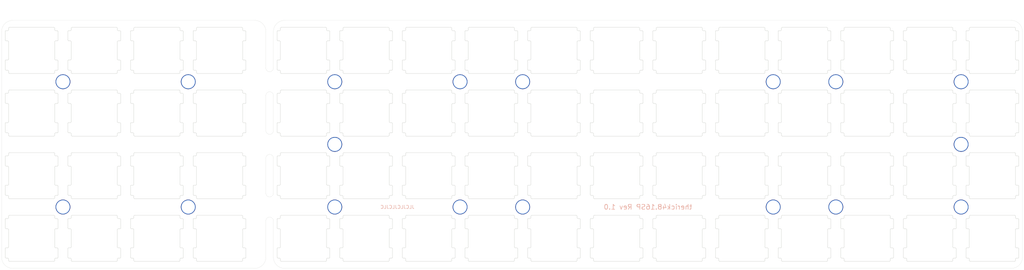
<source format=kicad_pcb>
(kicad_pcb (version 20171130) (host pcbnew "(5.1.2-1)-1")
  (layers (0 F.Cu signal) (31 B.Cu signal) (34 B.Paste user) (35 F.Paste user) (36 B.SilkS user) (37 F.SilkS user) (38 B.Mask user) (39 F.Mask user) (44 Edge.Cuts user))
  (net 0 "")
  (module random-keyboard-parts:plate_hole_4mm_tht (layer F.Cu) (at 340.0492 101.212)
    (fp_text reference H18)
    (fp_text value MountingHole)
    (pad 1 thru_hole circle (at 0.0508 -2.032) (size 4.5 4.5) (drill 4) (layers *.Cu *.Mask))
  )
  (module random-keyboard-parts:plate_hole_4mm_tht (layer F.Cu) (at 340.0492 63.212)
    (fp_text reference H17)
    (fp_text value MountingHole)
    (pad 1 thru_hole circle (at 0.0508 -2.032) (size 4.5 4.5) (drill 4) (layers *.Cu *.Mask))
  )
  (module random-keyboard-parts:plate_hole_4mm_tht (layer F.Cu) (at 207.0492 101.212)
    (fp_text reference H16)
    (fp_text value MountingHole)
    (pad 1 thru_hole circle (at 0.0508 -2.032) (size 4.5 4.5) (drill 4) (layers *.Cu *.Mask))
  )
  (module random-keyboard-parts:plate_hole_4mm_tht (layer F.Cu) (at 283.0492 101.212)
    (fp_text reference H15)
    (fp_text value MountingHole)
    (pad 1 thru_hole circle (at 0.0508 -2.032) (size 4.5 4.5) (drill 4) (layers *.Cu *.Mask))
  )
  (module random-keyboard-parts:plate_hole_4mm_tht (layer F.Cu) (at 207.0492 63.212)
    (fp_text reference H14)
    (fp_text value MountingHole)
    (pad 1 thru_hole circle (at 0.0508 -2.032) (size 4.5 4.5) (drill 4) (layers *.Cu *.Mask))
  )
  (module random-keyboard-parts:plate_hole_4mm_tht (layer F.Cu) (at 283.0492 63.212)
    (fp_text reference H13)
    (fp_text value MountingHole)
    (pad 1 thru_hole circle (at 0.0508 -2.032) (size 4.5 4.5) (drill 4) (layers *.Cu *.Mask))
  )
  (module random-keyboard-parts:plate_hole_4mm_tht (layer F.Cu) (at 150.0492 101.212)
    (fp_text reference H12)
    (fp_text value MountingHole)
    (pad 1 thru_hole circle (at 0.0508 -2.032) (size 4.5 4.5) (drill 4) (layers *.Cu *.Mask))
  )
  (module random-keyboard-parts:plate_hole_4mm_tht (layer F.Cu) (at 150.0492 63.212)
    (fp_text reference H11)
    (fp_text value MountingHole)
    (pad 1 thru_hole circle (at 0.0508 -2.032) (size 4.5 4.5) (drill 4) (layers *.Cu *.Mask))
  )
  (module random-keyboard-parts:plate_hole_4mm_tht (layer F.Cu) (at 105.589193 101.212)
    (fp_text reference H10)
    (fp_text value MountingHole)
    (pad 1 thru_hole circle (at 0.0508 -2.032) (size 4.5 4.5) (drill 4) (layers *.Cu *.Mask))
  )
  (module random-keyboard-parts:plate_hole_4mm_tht (layer F.Cu) (at 67.589193 101.212)
    (fp_text reference H9)
    (fp_text value MountingHole)
    (pad 1 thru_hole circle (at 0.0508 -2.032) (size 4.5 4.5) (drill 4) (layers *.Cu *.Mask))
  )
  (module random-keyboard-parts:plate_hole_4mm_tht (layer F.Cu) (at 105.589193 63.212)
    (fp_text reference H8)
    (fp_text value MountingHole)
    (pad 1 thru_hole circle (at 0.0508 -2.032) (size 4.5 4.5) (drill 4) (layers *.Cu *.Mask))
  )
  (module random-keyboard-parts:plate_hole_4mm_tht (layer F.Cu) (at 67.589193 63.212)
    (fp_text reference H7)
    (fp_text value MountingHole)
    (pad 1 thru_hole circle (at 0.0508 -2.032) (size 4.5 4.5) (drill 4) (layers *.Cu *.Mask))
  )
  (module random-keyboard-parts:plate_hole_4mm_tht (layer F.Cu) (at 340.0492 82.212)
    (fp_text reference H6)
    (fp_text value MountingHole)
    (pad 1 thru_hole circle (at 0.0508 -2.032) (size 4.5 4.5) (drill 4) (layers *.Cu *.Mask))
  )
  (module random-keyboard-parts:plate_hole_4mm_tht (layer F.Cu) (at 302.0492 101.212)
    (fp_text reference H5)
    (fp_text value MountingHole)
    (pad 1 thru_hole circle (at 0.0508 -2.032) (size 4.5 4.5) (drill 4) (layers *.Cu *.Mask))
  )
  (module random-keyboard-parts:plate_hole_4mm_tht (layer F.Cu) (at 302.0492 63.212)
    (fp_text reference H4)
    (fp_text value MountingHole)
    (pad 1 thru_hole circle (at 0.0508 -2.032) (size 4.5 4.5) (drill 4) (layers *.Cu *.Mask))
  )
  (module random-keyboard-parts:plate_hole_4mm_tht (layer F.Cu) (at 188.0492 101.212)
    (fp_text reference H3)
    (fp_text value MountingHole)
    (pad 1 thru_hole circle (at 0.0508 -2.032) (size 4.5 4.5) (drill 4) (layers *.Cu *.Mask))
  )
  (module random-keyboard-parts:plate_hole_4mm_tht (layer F.Cu) (at 188.0492 63.212)
    (fp_text reference H2)
    (fp_text value MountingHole)
    (pad 1 thru_hole circle (at 0.0508 -2.032) (size 4.5 4.5) (drill 4) (layers *.Cu *.Mask))
  )
  (module random-keyboard-parts:plate_hole_4mm_tht (layer F.Cu) (at 150.0492 82.212)
    (fp_text reference H1)
    (fp_text value MountingHole)
    (pad 1 thru_hole circle (at 0.0508 -2.032) (size 4.5 4.5) (drill 4) (layers *.Cu *.Mask))
  )
  (module acheron_Hardware:MouseBite_IPC7351 (layer F.Cu) (at 131.099655 99.179739 90)
    (fp_text reference U65)
    (fp_text value HOLE)
    (pad "" np_thru_hole circle (at 0 0 90) (size 0.8 0.8) (drill 0.8) (layers *.Cu *.Mask))
    (pad "" np_thru_hole circle (at 1.25 0 90) (size 0.8 0.8) (drill 0.8) (layers *.Cu *.Mask))
    (pad "" np_thru_hole circle (at 2.5 0 90) (size 0.8 0.8) (drill 0.8) (layers *.Cu *.Mask))
    (pad "" np_thru_hole circle (at -1.25 0 90) (size 0.8 0.8) (drill 0.8) (layers *.Cu *.Mask))
    (pad "" np_thru_hole circle (at -2.5 0 90) (size 0.8 0.8) (drill 0.8) (layers *.Cu *.Mask))
  )
  (module acheron_Hardware:MouseBite_IPC7351 (layer F.Cu) (at 131.099655 80.179789 90)
    (fp_text reference U66)
    (fp_text value HOLE)
    (pad "" np_thru_hole circle (at 0 0 90) (size 0.8 0.8) (drill 0.8) (layers *.Cu *.Mask))
    (pad "" np_thru_hole circle (at 1.25 0 90) (size 0.8 0.8) (drill 0.8) (layers *.Cu *.Mask))
    (pad "" np_thru_hole circle (at 2.5 0 90) (size 0.8 0.8) (drill 0.8) (layers *.Cu *.Mask))
    (pad "" np_thru_hole circle (at -1.25 0 90) (size 0.8 0.8) (drill 0.8) (layers *.Cu *.Mask))
    (pad "" np_thru_hole circle (at -2.5 0 90) (size 0.8 0.8) (drill 0.8) (layers *.Cu *.Mask))
  )
  (module acheron_Hardware:MouseBite_IPC7351 (layer F.Cu) (at 131.099655 61.179839 90)
    (fp_text reference U67)
    (fp_text value HOLE)
    (pad "" np_thru_hole circle (at 0 0 90) (size 0.8 0.8) (drill 0.8) (layers *.Cu *.Mask))
    (pad "" np_thru_hole circle (at 1.25 0 90) (size 0.8 0.8) (drill 0.8) (layers *.Cu *.Mask))
    (pad "" np_thru_hole circle (at 2.5 0 90) (size 0.8 0.8) (drill 0.8) (layers *.Cu *.Mask))
    (pad "" np_thru_hole circle (at -1.25 0 90) (size 0.8 0.8) (drill 0.8) (layers *.Cu *.Mask))
    (pad "" np_thru_hole circle (at -2.5 0 90) (size 0.8 0.8) (drill 0.8) (layers *.Cu *.Mask))
  )
  (module random-keyboard-parts:MX100_slot (layer F.Cu) (at 115.139697 108.679714)
    (fp_text reference U64)
    (fp_text value HOLE)
    (fp_line (start 6.7 7) (end -6.7 7) (layer Edge.Cuts) (width 0.1))
    (fp_arc (start -6.7 6.7) (end -7 6.7) (angle -90) (layer Edge.Cuts) (width 0.1))
    (fp_line (start -7 6.7) (end -7 6.3) (layer Edge.Cuts) (width 0.1))
    (fp_arc (start -6.7 -6.7) (end -6.7 -7) (angle -90) (layer Edge.Cuts) (width 0.1))
    (fp_line (start 6.7 -7) (end -6.7 -7) (layer Edge.Cuts) (width 0.1))
    (fp_line (start -7 -2.6) (end -7 2.6) (layer Edge.Cuts) (width 0.1))
    (fp_line (start -7 -6.3) (end -7 -6.7) (layer Edge.Cuts) (width 0.1))
    (fp_line (start 7 6.3) (end 7 6.7) (layer Edge.Cuts) (width 0.1))
    (fp_arc (start 6.7 -6.7) (end 7 -6.7) (angle -90) (layer Edge.Cuts) (width 0.1))
    (fp_arc (start 7.8 -3.1) (end 7.8 -2.9) (angle -90) (layer Edge.Cuts) (width 0.1))
    (fp_arc (start 7.3 -2.6) (end 7.3 -2.9) (angle -90) (layer Edge.Cuts) (width 0.1))
    (fp_line (start 7.3 -6) (end 7.7 -6) (layer Edge.Cuts) (width 0.1))
    (fp_line (start 8 -3.1) (end 8 -5.7) (layer Edge.Cuts) (width 0.1))
    (fp_line (start 7.8 -2.9) (end 7.3 -2.9) (layer Edge.Cuts) (width 0.1))
    (fp_line (start 7 2.6) (end 7 -2.6) (layer Edge.Cuts) (width 0.1))
    (fp_arc (start 6.7 6.7) (end 6.7 7) (angle -90) (layer Edge.Cuts) (width 0.1))
    (fp_arc (start 7.3 -6.3) (end 7 -6.3) (angle -90) (layer Edge.Cuts) (width 0.1))
    (fp_arc (start 7.7 -5.7) (end 8 -5.7) (angle -90) (layer Edge.Cuts) (width 0.1))
    (fp_line (start 7 -6.7) (end 7 -6.3) (layer Edge.Cuts) (width 0.1))
    (fp_arc (start 7.3 2.6) (end 7 2.6) (angle -90) (layer Edge.Cuts) (width 0.1))
    (fp_arc (start 7.7 3.2) (end 8 3.2) (angle -90) (layer Edge.Cuts) (width 0.1))
    (fp_line (start 7.8 6) (end 7.3 6) (layer Edge.Cuts) (width 0.1))
    (fp_line (start 8 5.8) (end 8 3.2) (layer Edge.Cuts) (width 0.1))
    (fp_line (start 7.3 2.9) (end 7.7 2.9) (layer Edge.Cuts) (width 0.1))
    (fp_arc (start 7.3 6.3) (end 7.3 6) (angle -90) (layer Edge.Cuts) (width 0.1))
    (fp_arc (start 7.8 5.8) (end 7.8 6) (angle -90) (layer Edge.Cuts) (width 0.1))
    (fp_arc (start -7.8 3.1) (end -7.8 2.9) (angle -90) (layer Edge.Cuts) (width 0.1))
    (fp_arc (start -7.3 2.6) (end -7.3 2.9) (angle -90) (layer Edge.Cuts) (width 0.1))
    (fp_line (start -7.3 6) (end -7.7 6) (layer Edge.Cuts) (width 0.1))
    (fp_line (start -8 3.1) (end -8 5.7) (layer Edge.Cuts) (width 0.1))
    (fp_line (start -7.8 2.9) (end -7.3 2.9) (layer Edge.Cuts) (width 0.1))
    (fp_arc (start -7.7 5.7) (end -8 5.7) (angle -90) (layer Edge.Cuts) (width 0.1))
    (fp_arc (start -7.3 6.3) (end -7 6.3) (angle -90) (layer Edge.Cuts) (width 0.1))
    (fp_line (start -7.8 -6) (end -7.3 -6) (layer Edge.Cuts) (width 0.1))
    (fp_line (start -7.3 -2.9) (end -7.7 -2.9) (layer Edge.Cuts) (width 0.1))
    (fp_line (start -8 -5.8) (end -8 -3.2) (layer Edge.Cuts) (width 0.1))
    (fp_arc (start -7.3 -6.3) (end -7.3 -6) (angle -90) (layer Edge.Cuts) (width 0.1))
    (fp_arc (start -7.3 -2.6) (end -7 -2.6) (angle -90) (layer Edge.Cuts) (width 0.1))
    (fp_arc (start -7.7 -3.2) (end -8 -3.2) (angle -90) (layer Edge.Cuts) (width 0.1))
    (fp_arc (start -7.8 -5.8) (end -7.8 -6) (angle -90) (layer Edge.Cuts) (width 0.1))
  )
  (module random-keyboard-parts:MX100_slot (layer F.Cu) (at 96.139747 108.679714)
    (fp_text reference U63)
    (fp_text value HOLE)
    (fp_line (start 6.7 7) (end -6.7 7) (layer Edge.Cuts) (width 0.1))
    (fp_arc (start -6.7 6.7) (end -7 6.7) (angle -90) (layer Edge.Cuts) (width 0.1))
    (fp_line (start -7 6.7) (end -7 6.3) (layer Edge.Cuts) (width 0.1))
    (fp_arc (start -6.7 -6.7) (end -6.7 -7) (angle -90) (layer Edge.Cuts) (width 0.1))
    (fp_line (start 6.7 -7) (end -6.7 -7) (layer Edge.Cuts) (width 0.1))
    (fp_line (start -7 -2.6) (end -7 2.6) (layer Edge.Cuts) (width 0.1))
    (fp_line (start -7 -6.3) (end -7 -6.7) (layer Edge.Cuts) (width 0.1))
    (fp_line (start 7 6.3) (end 7 6.7) (layer Edge.Cuts) (width 0.1))
    (fp_arc (start 6.7 -6.7) (end 7 -6.7) (angle -90) (layer Edge.Cuts) (width 0.1))
    (fp_arc (start 7.8 -3.1) (end 7.8 -2.9) (angle -90) (layer Edge.Cuts) (width 0.1))
    (fp_arc (start 7.3 -2.6) (end 7.3 -2.9) (angle -90) (layer Edge.Cuts) (width 0.1))
    (fp_line (start 7.3 -6) (end 7.7 -6) (layer Edge.Cuts) (width 0.1))
    (fp_line (start 8 -3.1) (end 8 -5.7) (layer Edge.Cuts) (width 0.1))
    (fp_line (start 7.8 -2.9) (end 7.3 -2.9) (layer Edge.Cuts) (width 0.1))
    (fp_line (start 7 2.6) (end 7 -2.6) (layer Edge.Cuts) (width 0.1))
    (fp_arc (start 6.7 6.7) (end 6.7 7) (angle -90) (layer Edge.Cuts) (width 0.1))
    (fp_arc (start 7.3 -6.3) (end 7 -6.3) (angle -90) (layer Edge.Cuts) (width 0.1))
    (fp_arc (start 7.7 -5.7) (end 8 -5.7) (angle -90) (layer Edge.Cuts) (width 0.1))
    (fp_line (start 7 -6.7) (end 7 -6.3) (layer Edge.Cuts) (width 0.1))
    (fp_arc (start 7.3 2.6) (end 7 2.6) (angle -90) (layer Edge.Cuts) (width 0.1))
    (fp_arc (start 7.7 3.2) (end 8 3.2) (angle -90) (layer Edge.Cuts) (width 0.1))
    (fp_line (start 7.8 6) (end 7.3 6) (layer Edge.Cuts) (width 0.1))
    (fp_line (start 8 5.8) (end 8 3.2) (layer Edge.Cuts) (width 0.1))
    (fp_line (start 7.3 2.9) (end 7.7 2.9) (layer Edge.Cuts) (width 0.1))
    (fp_arc (start 7.3 6.3) (end 7.3 6) (angle -90) (layer Edge.Cuts) (width 0.1))
    (fp_arc (start 7.8 5.8) (end 7.8 6) (angle -90) (layer Edge.Cuts) (width 0.1))
    (fp_arc (start -7.8 3.1) (end -7.8 2.9) (angle -90) (layer Edge.Cuts) (width 0.1))
    (fp_arc (start -7.3 2.6) (end -7.3 2.9) (angle -90) (layer Edge.Cuts) (width 0.1))
    (fp_line (start -7.3 6) (end -7.7 6) (layer Edge.Cuts) (width 0.1))
    (fp_line (start -8 3.1) (end -8 5.7) (layer Edge.Cuts) (width 0.1))
    (fp_line (start -7.8 2.9) (end -7.3 2.9) (layer Edge.Cuts) (width 0.1))
    (fp_arc (start -7.7 5.7) (end -8 5.7) (angle -90) (layer Edge.Cuts) (width 0.1))
    (fp_arc (start -7.3 6.3) (end -7 6.3) (angle -90) (layer Edge.Cuts) (width 0.1))
    (fp_line (start -7.8 -6) (end -7.3 -6) (layer Edge.Cuts) (width 0.1))
    (fp_line (start -7.3 -2.9) (end -7.7 -2.9) (layer Edge.Cuts) (width 0.1))
    (fp_line (start -8 -5.8) (end -8 -3.2) (layer Edge.Cuts) (width 0.1))
    (fp_arc (start -7.3 -6.3) (end -7.3 -6) (angle -90) (layer Edge.Cuts) (width 0.1))
    (fp_arc (start -7.3 -2.6) (end -7 -2.6) (angle -90) (layer Edge.Cuts) (width 0.1))
    (fp_arc (start -7.7 -3.2) (end -8 -3.2) (angle -90) (layer Edge.Cuts) (width 0.1))
    (fp_arc (start -7.8 -5.8) (end -7.8 -6) (angle -90) (layer Edge.Cuts) (width 0.1))
  )
  (module random-keyboard-parts:MX100_slot (layer F.Cu) (at 77.139797 108.679714)
    (fp_text reference U62)
    (fp_text value HOLE)
    (fp_line (start 6.7 7) (end -6.7 7) (layer Edge.Cuts) (width 0.1))
    (fp_arc (start -6.7 6.7) (end -7 6.7) (angle -90) (layer Edge.Cuts) (width 0.1))
    (fp_line (start -7 6.7) (end -7 6.3) (layer Edge.Cuts) (width 0.1))
    (fp_arc (start -6.7 -6.7) (end -6.7 -7) (angle -90) (layer Edge.Cuts) (width 0.1))
    (fp_line (start 6.7 -7) (end -6.7 -7) (layer Edge.Cuts) (width 0.1))
    (fp_line (start -7 -2.6) (end -7 2.6) (layer Edge.Cuts) (width 0.1))
    (fp_line (start -7 -6.3) (end -7 -6.7) (layer Edge.Cuts) (width 0.1))
    (fp_line (start 7 6.3) (end 7 6.7) (layer Edge.Cuts) (width 0.1))
    (fp_arc (start 6.7 -6.7) (end 7 -6.7) (angle -90) (layer Edge.Cuts) (width 0.1))
    (fp_arc (start 7.8 -3.1) (end 7.8 -2.9) (angle -90) (layer Edge.Cuts) (width 0.1))
    (fp_arc (start 7.3 -2.6) (end 7.3 -2.9) (angle -90) (layer Edge.Cuts) (width 0.1))
    (fp_line (start 7.3 -6) (end 7.7 -6) (layer Edge.Cuts) (width 0.1))
    (fp_line (start 8 -3.1) (end 8 -5.7) (layer Edge.Cuts) (width 0.1))
    (fp_line (start 7.8 -2.9) (end 7.3 -2.9) (layer Edge.Cuts) (width 0.1))
    (fp_line (start 7 2.6) (end 7 -2.6) (layer Edge.Cuts) (width 0.1))
    (fp_arc (start 6.7 6.7) (end 6.7 7) (angle -90) (layer Edge.Cuts) (width 0.1))
    (fp_arc (start 7.3 -6.3) (end 7 -6.3) (angle -90) (layer Edge.Cuts) (width 0.1))
    (fp_arc (start 7.7 -5.7) (end 8 -5.7) (angle -90) (layer Edge.Cuts) (width 0.1))
    (fp_line (start 7 -6.7) (end 7 -6.3) (layer Edge.Cuts) (width 0.1))
    (fp_arc (start 7.3 2.6) (end 7 2.6) (angle -90) (layer Edge.Cuts) (width 0.1))
    (fp_arc (start 7.7 3.2) (end 8 3.2) (angle -90) (layer Edge.Cuts) (width 0.1))
    (fp_line (start 7.8 6) (end 7.3 6) (layer Edge.Cuts) (width 0.1))
    (fp_line (start 8 5.8) (end 8 3.2) (layer Edge.Cuts) (width 0.1))
    (fp_line (start 7.3 2.9) (end 7.7 2.9) (layer Edge.Cuts) (width 0.1))
    (fp_arc (start 7.3 6.3) (end 7.3 6) (angle -90) (layer Edge.Cuts) (width 0.1))
    (fp_arc (start 7.8 5.8) (end 7.8 6) (angle -90) (layer Edge.Cuts) (width 0.1))
    (fp_arc (start -7.8 3.1) (end -7.8 2.9) (angle -90) (layer Edge.Cuts) (width 0.1))
    (fp_arc (start -7.3 2.6) (end -7.3 2.9) (angle -90) (layer Edge.Cuts) (width 0.1))
    (fp_line (start -7.3 6) (end -7.7 6) (layer Edge.Cuts) (width 0.1))
    (fp_line (start -8 3.1) (end -8 5.7) (layer Edge.Cuts) (width 0.1))
    (fp_line (start -7.8 2.9) (end -7.3 2.9) (layer Edge.Cuts) (width 0.1))
    (fp_arc (start -7.7 5.7) (end -8 5.7) (angle -90) (layer Edge.Cuts) (width 0.1))
    (fp_arc (start -7.3 6.3) (end -7 6.3) (angle -90) (layer Edge.Cuts) (width 0.1))
    (fp_line (start -7.8 -6) (end -7.3 -6) (layer Edge.Cuts) (width 0.1))
    (fp_line (start -7.3 -2.9) (end -7.7 -2.9) (layer Edge.Cuts) (width 0.1))
    (fp_line (start -8 -5.8) (end -8 -3.2) (layer Edge.Cuts) (width 0.1))
    (fp_arc (start -7.3 -6.3) (end -7.3 -6) (angle -90) (layer Edge.Cuts) (width 0.1))
    (fp_arc (start -7.3 -2.6) (end -7 -2.6) (angle -90) (layer Edge.Cuts) (width 0.1))
    (fp_arc (start -7.7 -3.2) (end -8 -3.2) (angle -90) (layer Edge.Cuts) (width 0.1))
    (fp_arc (start -7.8 -5.8) (end -7.8 -6) (angle -90) (layer Edge.Cuts) (width 0.1))
  )
  (module random-keyboard-parts:MX100_slot (layer F.Cu) (at 58.139847 108.679714)
    (fp_text reference U61)
    (fp_text value HOLE)
    (fp_line (start 6.7 7) (end -6.7 7) (layer Edge.Cuts) (width 0.1))
    (fp_arc (start -6.7 6.7) (end -7 6.7) (angle -90) (layer Edge.Cuts) (width 0.1))
    (fp_line (start -7 6.7) (end -7 6.3) (layer Edge.Cuts) (width 0.1))
    (fp_arc (start -6.7 -6.7) (end -6.7 -7) (angle -90) (layer Edge.Cuts) (width 0.1))
    (fp_line (start 6.7 -7) (end -6.7 -7) (layer Edge.Cuts) (width 0.1))
    (fp_line (start -7 -2.6) (end -7 2.6) (layer Edge.Cuts) (width 0.1))
    (fp_line (start -7 -6.3) (end -7 -6.7) (layer Edge.Cuts) (width 0.1))
    (fp_line (start 7 6.3) (end 7 6.7) (layer Edge.Cuts) (width 0.1))
    (fp_arc (start 6.7 -6.7) (end 7 -6.7) (angle -90) (layer Edge.Cuts) (width 0.1))
    (fp_arc (start 7.8 -3.1) (end 7.8 -2.9) (angle -90) (layer Edge.Cuts) (width 0.1))
    (fp_arc (start 7.3 -2.6) (end 7.3 -2.9) (angle -90) (layer Edge.Cuts) (width 0.1))
    (fp_line (start 7.3 -6) (end 7.7 -6) (layer Edge.Cuts) (width 0.1))
    (fp_line (start 8 -3.1) (end 8 -5.7) (layer Edge.Cuts) (width 0.1))
    (fp_line (start 7.8 -2.9) (end 7.3 -2.9) (layer Edge.Cuts) (width 0.1))
    (fp_line (start 7 2.6) (end 7 -2.6) (layer Edge.Cuts) (width 0.1))
    (fp_arc (start 6.7 6.7) (end 6.7 7) (angle -90) (layer Edge.Cuts) (width 0.1))
    (fp_arc (start 7.3 -6.3) (end 7 -6.3) (angle -90) (layer Edge.Cuts) (width 0.1))
    (fp_arc (start 7.7 -5.7) (end 8 -5.7) (angle -90) (layer Edge.Cuts) (width 0.1))
    (fp_line (start 7 -6.7) (end 7 -6.3) (layer Edge.Cuts) (width 0.1))
    (fp_arc (start 7.3 2.6) (end 7 2.6) (angle -90) (layer Edge.Cuts) (width 0.1))
    (fp_arc (start 7.7 3.2) (end 8 3.2) (angle -90) (layer Edge.Cuts) (width 0.1))
    (fp_line (start 7.8 6) (end 7.3 6) (layer Edge.Cuts) (width 0.1))
    (fp_line (start 8 5.8) (end 8 3.2) (layer Edge.Cuts) (width 0.1))
    (fp_line (start 7.3 2.9) (end 7.7 2.9) (layer Edge.Cuts) (width 0.1))
    (fp_arc (start 7.3 6.3) (end 7.3 6) (angle -90) (layer Edge.Cuts) (width 0.1))
    (fp_arc (start 7.8 5.8) (end 7.8 6) (angle -90) (layer Edge.Cuts) (width 0.1))
    (fp_arc (start -7.8 3.1) (end -7.8 2.9) (angle -90) (layer Edge.Cuts) (width 0.1))
    (fp_arc (start -7.3 2.6) (end -7.3 2.9) (angle -90) (layer Edge.Cuts) (width 0.1))
    (fp_line (start -7.3 6) (end -7.7 6) (layer Edge.Cuts) (width 0.1))
    (fp_line (start -8 3.1) (end -8 5.7) (layer Edge.Cuts) (width 0.1))
    (fp_line (start -7.8 2.9) (end -7.3 2.9) (layer Edge.Cuts) (width 0.1))
    (fp_arc (start -7.7 5.7) (end -8 5.7) (angle -90) (layer Edge.Cuts) (width 0.1))
    (fp_arc (start -7.3 6.3) (end -7 6.3) (angle -90) (layer Edge.Cuts) (width 0.1))
    (fp_line (start -7.8 -6) (end -7.3 -6) (layer Edge.Cuts) (width 0.1))
    (fp_line (start -7.3 -2.9) (end -7.7 -2.9) (layer Edge.Cuts) (width 0.1))
    (fp_line (start -8 -5.8) (end -8 -3.2) (layer Edge.Cuts) (width 0.1))
    (fp_arc (start -7.3 -6.3) (end -7.3 -6) (angle -90) (layer Edge.Cuts) (width 0.1))
    (fp_arc (start -7.3 -2.6) (end -7 -2.6) (angle -90) (layer Edge.Cuts) (width 0.1))
    (fp_arc (start -7.7 -3.2) (end -8 -3.2) (angle -90) (layer Edge.Cuts) (width 0.1))
    (fp_arc (start -7.8 -5.8) (end -7.8 -6) (angle -90) (layer Edge.Cuts) (width 0.1))
  )
  (module random-keyboard-parts:MX100_slot (layer F.Cu) (at 115.139697 89.679764)
    (fp_text reference U60)
    (fp_text value HOLE)
    (fp_line (start 6.7 7) (end -6.7 7) (layer Edge.Cuts) (width 0.1))
    (fp_arc (start -6.7 6.7) (end -7 6.7) (angle -90) (layer Edge.Cuts) (width 0.1))
    (fp_line (start -7 6.7) (end -7 6.3) (layer Edge.Cuts) (width 0.1))
    (fp_arc (start -6.7 -6.7) (end -6.7 -7) (angle -90) (layer Edge.Cuts) (width 0.1))
    (fp_line (start 6.7 -7) (end -6.7 -7) (layer Edge.Cuts) (width 0.1))
    (fp_line (start -7 -2.6) (end -7 2.6) (layer Edge.Cuts) (width 0.1))
    (fp_line (start -7 -6.3) (end -7 -6.7) (layer Edge.Cuts) (width 0.1))
    (fp_line (start 7 6.3) (end 7 6.7) (layer Edge.Cuts) (width 0.1))
    (fp_arc (start 6.7 -6.7) (end 7 -6.7) (angle -90) (layer Edge.Cuts) (width 0.1))
    (fp_arc (start 7.8 -3.1) (end 7.8 -2.9) (angle -90) (layer Edge.Cuts) (width 0.1))
    (fp_arc (start 7.3 -2.6) (end 7.3 -2.9) (angle -90) (layer Edge.Cuts) (width 0.1))
    (fp_line (start 7.3 -6) (end 7.7 -6) (layer Edge.Cuts) (width 0.1))
    (fp_line (start 8 -3.1) (end 8 -5.7) (layer Edge.Cuts) (width 0.1))
    (fp_line (start 7.8 -2.9) (end 7.3 -2.9) (layer Edge.Cuts) (width 0.1))
    (fp_line (start 7 2.6) (end 7 -2.6) (layer Edge.Cuts) (width 0.1))
    (fp_arc (start 6.7 6.7) (end 6.7 7) (angle -90) (layer Edge.Cuts) (width 0.1))
    (fp_arc (start 7.3 -6.3) (end 7 -6.3) (angle -90) (layer Edge.Cuts) (width 0.1))
    (fp_arc (start 7.7 -5.7) (end 8 -5.7) (angle -90) (layer Edge.Cuts) (width 0.1))
    (fp_line (start 7 -6.7) (end 7 -6.3) (layer Edge.Cuts) (width 0.1))
    (fp_arc (start 7.3 2.6) (end 7 2.6) (angle -90) (layer Edge.Cuts) (width 0.1))
    (fp_arc (start 7.7 3.2) (end 8 3.2) (angle -90) (layer Edge.Cuts) (width 0.1))
    (fp_line (start 7.8 6) (end 7.3 6) (layer Edge.Cuts) (width 0.1))
    (fp_line (start 8 5.8) (end 8 3.2) (layer Edge.Cuts) (width 0.1))
    (fp_line (start 7.3 2.9) (end 7.7 2.9) (layer Edge.Cuts) (width 0.1))
    (fp_arc (start 7.3 6.3) (end 7.3 6) (angle -90) (layer Edge.Cuts) (width 0.1))
    (fp_arc (start 7.8 5.8) (end 7.8 6) (angle -90) (layer Edge.Cuts) (width 0.1))
    (fp_arc (start -7.8 3.1) (end -7.8 2.9) (angle -90) (layer Edge.Cuts) (width 0.1))
    (fp_arc (start -7.3 2.6) (end -7.3 2.9) (angle -90) (layer Edge.Cuts) (width 0.1))
    (fp_line (start -7.3 6) (end -7.7 6) (layer Edge.Cuts) (width 0.1))
    (fp_line (start -8 3.1) (end -8 5.7) (layer Edge.Cuts) (width 0.1))
    (fp_line (start -7.8 2.9) (end -7.3 2.9) (layer Edge.Cuts) (width 0.1))
    (fp_arc (start -7.7 5.7) (end -8 5.7) (angle -90) (layer Edge.Cuts) (width 0.1))
    (fp_arc (start -7.3 6.3) (end -7 6.3) (angle -90) (layer Edge.Cuts) (width 0.1))
    (fp_line (start -7.8 -6) (end -7.3 -6) (layer Edge.Cuts) (width 0.1))
    (fp_line (start -7.3 -2.9) (end -7.7 -2.9) (layer Edge.Cuts) (width 0.1))
    (fp_line (start -8 -5.8) (end -8 -3.2) (layer Edge.Cuts) (width 0.1))
    (fp_arc (start -7.3 -6.3) (end -7.3 -6) (angle -90) (layer Edge.Cuts) (width 0.1))
    (fp_arc (start -7.3 -2.6) (end -7 -2.6) (angle -90) (layer Edge.Cuts) (width 0.1))
    (fp_arc (start -7.7 -3.2) (end -8 -3.2) (angle -90) (layer Edge.Cuts) (width 0.1))
    (fp_arc (start -7.8 -5.8) (end -7.8 -6) (angle -90) (layer Edge.Cuts) (width 0.1))
  )
  (module random-keyboard-parts:MX100_slot (layer F.Cu) (at 96.139747 89.679764)
    (fp_text reference U59)
    (fp_text value HOLE)
    (fp_line (start 6.7 7) (end -6.7 7) (layer Edge.Cuts) (width 0.1))
    (fp_arc (start -6.7 6.7) (end -7 6.7) (angle -90) (layer Edge.Cuts) (width 0.1))
    (fp_line (start -7 6.7) (end -7 6.3) (layer Edge.Cuts) (width 0.1))
    (fp_arc (start -6.7 -6.7) (end -6.7 -7) (angle -90) (layer Edge.Cuts) (width 0.1))
    (fp_line (start 6.7 -7) (end -6.7 -7) (layer Edge.Cuts) (width 0.1))
    (fp_line (start -7 -2.6) (end -7 2.6) (layer Edge.Cuts) (width 0.1))
    (fp_line (start -7 -6.3) (end -7 -6.7) (layer Edge.Cuts) (width 0.1))
    (fp_line (start 7 6.3) (end 7 6.7) (layer Edge.Cuts) (width 0.1))
    (fp_arc (start 6.7 -6.7) (end 7 -6.7) (angle -90) (layer Edge.Cuts) (width 0.1))
    (fp_arc (start 7.8 -3.1) (end 7.8 -2.9) (angle -90) (layer Edge.Cuts) (width 0.1))
    (fp_arc (start 7.3 -2.6) (end 7.3 -2.9) (angle -90) (layer Edge.Cuts) (width 0.1))
    (fp_line (start 7.3 -6) (end 7.7 -6) (layer Edge.Cuts) (width 0.1))
    (fp_line (start 8 -3.1) (end 8 -5.7) (layer Edge.Cuts) (width 0.1))
    (fp_line (start 7.8 -2.9) (end 7.3 -2.9) (layer Edge.Cuts) (width 0.1))
    (fp_line (start 7 2.6) (end 7 -2.6) (layer Edge.Cuts) (width 0.1))
    (fp_arc (start 6.7 6.7) (end 6.7 7) (angle -90) (layer Edge.Cuts) (width 0.1))
    (fp_arc (start 7.3 -6.3) (end 7 -6.3) (angle -90) (layer Edge.Cuts) (width 0.1))
    (fp_arc (start 7.7 -5.7) (end 8 -5.7) (angle -90) (layer Edge.Cuts) (width 0.1))
    (fp_line (start 7 -6.7) (end 7 -6.3) (layer Edge.Cuts) (width 0.1))
    (fp_arc (start 7.3 2.6) (end 7 2.6) (angle -90) (layer Edge.Cuts) (width 0.1))
    (fp_arc (start 7.7 3.2) (end 8 3.2) (angle -90) (layer Edge.Cuts) (width 0.1))
    (fp_line (start 7.8 6) (end 7.3 6) (layer Edge.Cuts) (width 0.1))
    (fp_line (start 8 5.8) (end 8 3.2) (layer Edge.Cuts) (width 0.1))
    (fp_line (start 7.3 2.9) (end 7.7 2.9) (layer Edge.Cuts) (width 0.1))
    (fp_arc (start 7.3 6.3) (end 7.3 6) (angle -90) (layer Edge.Cuts) (width 0.1))
    (fp_arc (start 7.8 5.8) (end 7.8 6) (angle -90) (layer Edge.Cuts) (width 0.1))
    (fp_arc (start -7.8 3.1) (end -7.8 2.9) (angle -90) (layer Edge.Cuts) (width 0.1))
    (fp_arc (start -7.3 2.6) (end -7.3 2.9) (angle -90) (layer Edge.Cuts) (width 0.1))
    (fp_line (start -7.3 6) (end -7.7 6) (layer Edge.Cuts) (width 0.1))
    (fp_line (start -8 3.1) (end -8 5.7) (layer Edge.Cuts) (width 0.1))
    (fp_line (start -7.8 2.9) (end -7.3 2.9) (layer Edge.Cuts) (width 0.1))
    (fp_arc (start -7.7 5.7) (end -8 5.7) (angle -90) (layer Edge.Cuts) (width 0.1))
    (fp_arc (start -7.3 6.3) (end -7 6.3) (angle -90) (layer Edge.Cuts) (width 0.1))
    (fp_line (start -7.8 -6) (end -7.3 -6) (layer Edge.Cuts) (width 0.1))
    (fp_line (start -7.3 -2.9) (end -7.7 -2.9) (layer Edge.Cuts) (width 0.1))
    (fp_line (start -8 -5.8) (end -8 -3.2) (layer Edge.Cuts) (width 0.1))
    (fp_arc (start -7.3 -6.3) (end -7.3 -6) (angle -90) (layer Edge.Cuts) (width 0.1))
    (fp_arc (start -7.3 -2.6) (end -7 -2.6) (angle -90) (layer Edge.Cuts) (width 0.1))
    (fp_arc (start -7.7 -3.2) (end -8 -3.2) (angle -90) (layer Edge.Cuts) (width 0.1))
    (fp_arc (start -7.8 -5.8) (end -7.8 -6) (angle -90) (layer Edge.Cuts) (width 0.1))
  )
  (module random-keyboard-parts:MX100_slot (layer F.Cu) (at 77.139797 89.679764)
    (fp_text reference U58)
    (fp_text value HOLE)
    (fp_line (start 6.7 7) (end -6.7 7) (layer Edge.Cuts) (width 0.1))
    (fp_arc (start -6.7 6.7) (end -7 6.7) (angle -90) (layer Edge.Cuts) (width 0.1))
    (fp_line (start -7 6.7) (end -7 6.3) (layer Edge.Cuts) (width 0.1))
    (fp_arc (start -6.7 -6.7) (end -6.7 -7) (angle -90) (layer Edge.Cuts) (width 0.1))
    (fp_line (start 6.7 -7) (end -6.7 -7) (layer Edge.Cuts) (width 0.1))
    (fp_line (start -7 -2.6) (end -7 2.6) (layer Edge.Cuts) (width 0.1))
    (fp_line (start -7 -6.3) (end -7 -6.7) (layer Edge.Cuts) (width 0.1))
    (fp_line (start 7 6.3) (end 7 6.7) (layer Edge.Cuts) (width 0.1))
    (fp_arc (start 6.7 -6.7) (end 7 -6.7) (angle -90) (layer Edge.Cuts) (width 0.1))
    (fp_arc (start 7.8 -3.1) (end 7.8 -2.9) (angle -90) (layer Edge.Cuts) (width 0.1))
    (fp_arc (start 7.3 -2.6) (end 7.3 -2.9) (angle -90) (layer Edge.Cuts) (width 0.1))
    (fp_line (start 7.3 -6) (end 7.7 -6) (layer Edge.Cuts) (width 0.1))
    (fp_line (start 8 -3.1) (end 8 -5.7) (layer Edge.Cuts) (width 0.1))
    (fp_line (start 7.8 -2.9) (end 7.3 -2.9) (layer Edge.Cuts) (width 0.1))
    (fp_line (start 7 2.6) (end 7 -2.6) (layer Edge.Cuts) (width 0.1))
    (fp_arc (start 6.7 6.7) (end 6.7 7) (angle -90) (layer Edge.Cuts) (width 0.1))
    (fp_arc (start 7.3 -6.3) (end 7 -6.3) (angle -90) (layer Edge.Cuts) (width 0.1))
    (fp_arc (start 7.7 -5.7) (end 8 -5.7) (angle -90) (layer Edge.Cuts) (width 0.1))
    (fp_line (start 7 -6.7) (end 7 -6.3) (layer Edge.Cuts) (width 0.1))
    (fp_arc (start 7.3 2.6) (end 7 2.6) (angle -90) (layer Edge.Cuts) (width 0.1))
    (fp_arc (start 7.7 3.2) (end 8 3.2) (angle -90) (layer Edge.Cuts) (width 0.1))
    (fp_line (start 7.8 6) (end 7.3 6) (layer Edge.Cuts) (width 0.1))
    (fp_line (start 8 5.8) (end 8 3.2) (layer Edge.Cuts) (width 0.1))
    (fp_line (start 7.3 2.9) (end 7.7 2.9) (layer Edge.Cuts) (width 0.1))
    (fp_arc (start 7.3 6.3) (end 7.3 6) (angle -90) (layer Edge.Cuts) (width 0.1))
    (fp_arc (start 7.8 5.8) (end 7.8 6) (angle -90) (layer Edge.Cuts) (width 0.1))
    (fp_arc (start -7.8 3.1) (end -7.8 2.9) (angle -90) (layer Edge.Cuts) (width 0.1))
    (fp_arc (start -7.3 2.6) (end -7.3 2.9) (angle -90) (layer Edge.Cuts) (width 0.1))
    (fp_line (start -7.3 6) (end -7.7 6) (layer Edge.Cuts) (width 0.1))
    (fp_line (start -8 3.1) (end -8 5.7) (layer Edge.Cuts) (width 0.1))
    (fp_line (start -7.8 2.9) (end -7.3 2.9) (layer Edge.Cuts) (width 0.1))
    (fp_arc (start -7.7 5.7) (end -8 5.7) (angle -90) (layer Edge.Cuts) (width 0.1))
    (fp_arc (start -7.3 6.3) (end -7 6.3) (angle -90) (layer Edge.Cuts) (width 0.1))
    (fp_line (start -7.8 -6) (end -7.3 -6) (layer Edge.Cuts) (width 0.1))
    (fp_line (start -7.3 -2.9) (end -7.7 -2.9) (layer Edge.Cuts) (width 0.1))
    (fp_line (start -8 -5.8) (end -8 -3.2) (layer Edge.Cuts) (width 0.1))
    (fp_arc (start -7.3 -6.3) (end -7.3 -6) (angle -90) (layer Edge.Cuts) (width 0.1))
    (fp_arc (start -7.3 -2.6) (end -7 -2.6) (angle -90) (layer Edge.Cuts) (width 0.1))
    (fp_arc (start -7.7 -3.2) (end -8 -3.2) (angle -90) (layer Edge.Cuts) (width 0.1))
    (fp_arc (start -7.8 -5.8) (end -7.8 -6) (angle -90) (layer Edge.Cuts) (width 0.1))
  )
  (module random-keyboard-parts:MX100_slot (layer F.Cu) (at 58.139847 89.679764)
    (fp_text reference U57)
    (fp_text value HOLE)
    (fp_line (start 6.7 7) (end -6.7 7) (layer Edge.Cuts) (width 0.1))
    (fp_arc (start -6.7 6.7) (end -7 6.7) (angle -90) (layer Edge.Cuts) (width 0.1))
    (fp_line (start -7 6.7) (end -7 6.3) (layer Edge.Cuts) (width 0.1))
    (fp_arc (start -6.7 -6.7) (end -6.7 -7) (angle -90) (layer Edge.Cuts) (width 0.1))
    (fp_line (start 6.7 -7) (end -6.7 -7) (layer Edge.Cuts) (width 0.1))
    (fp_line (start -7 -2.6) (end -7 2.6) (layer Edge.Cuts) (width 0.1))
    (fp_line (start -7 -6.3) (end -7 -6.7) (layer Edge.Cuts) (width 0.1))
    (fp_line (start 7 6.3) (end 7 6.7) (layer Edge.Cuts) (width 0.1))
    (fp_arc (start 6.7 -6.7) (end 7 -6.7) (angle -90) (layer Edge.Cuts) (width 0.1))
    (fp_arc (start 7.8 -3.1) (end 7.8 -2.9) (angle -90) (layer Edge.Cuts) (width 0.1))
    (fp_arc (start 7.3 -2.6) (end 7.3 -2.9) (angle -90) (layer Edge.Cuts) (width 0.1))
    (fp_line (start 7.3 -6) (end 7.7 -6) (layer Edge.Cuts) (width 0.1))
    (fp_line (start 8 -3.1) (end 8 -5.7) (layer Edge.Cuts) (width 0.1))
    (fp_line (start 7.8 -2.9) (end 7.3 -2.9) (layer Edge.Cuts) (width 0.1))
    (fp_line (start 7 2.6) (end 7 -2.6) (layer Edge.Cuts) (width 0.1))
    (fp_arc (start 6.7 6.7) (end 6.7 7) (angle -90) (layer Edge.Cuts) (width 0.1))
    (fp_arc (start 7.3 -6.3) (end 7 -6.3) (angle -90) (layer Edge.Cuts) (width 0.1))
    (fp_arc (start 7.7 -5.7) (end 8 -5.7) (angle -90) (layer Edge.Cuts) (width 0.1))
    (fp_line (start 7 -6.7) (end 7 -6.3) (layer Edge.Cuts) (width 0.1))
    (fp_arc (start 7.3 2.6) (end 7 2.6) (angle -90) (layer Edge.Cuts) (width 0.1))
    (fp_arc (start 7.7 3.2) (end 8 3.2) (angle -90) (layer Edge.Cuts) (width 0.1))
    (fp_line (start 7.8 6) (end 7.3 6) (layer Edge.Cuts) (width 0.1))
    (fp_line (start 8 5.8) (end 8 3.2) (layer Edge.Cuts) (width 0.1))
    (fp_line (start 7.3 2.9) (end 7.7 2.9) (layer Edge.Cuts) (width 0.1))
    (fp_arc (start 7.3 6.3) (end 7.3 6) (angle -90) (layer Edge.Cuts) (width 0.1))
    (fp_arc (start 7.8 5.8) (end 7.8 6) (angle -90) (layer Edge.Cuts) (width 0.1))
    (fp_arc (start -7.8 3.1) (end -7.8 2.9) (angle -90) (layer Edge.Cuts) (width 0.1))
    (fp_arc (start -7.3 2.6) (end -7.3 2.9) (angle -90) (layer Edge.Cuts) (width 0.1))
    (fp_line (start -7.3 6) (end -7.7 6) (layer Edge.Cuts) (width 0.1))
    (fp_line (start -8 3.1) (end -8 5.7) (layer Edge.Cuts) (width 0.1))
    (fp_line (start -7.8 2.9) (end -7.3 2.9) (layer Edge.Cuts) (width 0.1))
    (fp_arc (start -7.7 5.7) (end -8 5.7) (angle -90) (layer Edge.Cuts) (width 0.1))
    (fp_arc (start -7.3 6.3) (end -7 6.3) (angle -90) (layer Edge.Cuts) (width 0.1))
    (fp_line (start -7.8 -6) (end -7.3 -6) (layer Edge.Cuts) (width 0.1))
    (fp_line (start -7.3 -2.9) (end -7.7 -2.9) (layer Edge.Cuts) (width 0.1))
    (fp_line (start -8 -5.8) (end -8 -3.2) (layer Edge.Cuts) (width 0.1))
    (fp_arc (start -7.3 -6.3) (end -7.3 -6) (angle -90) (layer Edge.Cuts) (width 0.1))
    (fp_arc (start -7.3 -2.6) (end -7 -2.6) (angle -90) (layer Edge.Cuts) (width 0.1))
    (fp_arc (start -7.7 -3.2) (end -8 -3.2) (angle -90) (layer Edge.Cuts) (width 0.1))
    (fp_arc (start -7.8 -5.8) (end -7.8 -6) (angle -90) (layer Edge.Cuts) (width 0.1))
  )
  (module random-keyboard-parts:MX100_slot (layer F.Cu) (at 115.139697 70.679814)
    (fp_text reference U56)
    (fp_text value HOLE)
    (fp_line (start 6.7 7) (end -6.7 7) (layer Edge.Cuts) (width 0.1))
    (fp_arc (start -6.7 6.7) (end -7 6.7) (angle -90) (layer Edge.Cuts) (width 0.1))
    (fp_line (start -7 6.7) (end -7 6.3) (layer Edge.Cuts) (width 0.1))
    (fp_arc (start -6.7 -6.7) (end -6.7 -7) (angle -90) (layer Edge.Cuts) (width 0.1))
    (fp_line (start 6.7 -7) (end -6.7 -7) (layer Edge.Cuts) (width 0.1))
    (fp_line (start -7 -2.6) (end -7 2.6) (layer Edge.Cuts) (width 0.1))
    (fp_line (start -7 -6.3) (end -7 -6.7) (layer Edge.Cuts) (width 0.1))
    (fp_line (start 7 6.3) (end 7 6.7) (layer Edge.Cuts) (width 0.1))
    (fp_arc (start 6.7 -6.7) (end 7 -6.7) (angle -90) (layer Edge.Cuts) (width 0.1))
    (fp_arc (start 7.8 -3.1) (end 7.8 -2.9) (angle -90) (layer Edge.Cuts) (width 0.1))
    (fp_arc (start 7.3 -2.6) (end 7.3 -2.9) (angle -90) (layer Edge.Cuts) (width 0.1))
    (fp_line (start 7.3 -6) (end 7.7 -6) (layer Edge.Cuts) (width 0.1))
    (fp_line (start 8 -3.1) (end 8 -5.7) (layer Edge.Cuts) (width 0.1))
    (fp_line (start 7.8 -2.9) (end 7.3 -2.9) (layer Edge.Cuts) (width 0.1))
    (fp_line (start 7 2.6) (end 7 -2.6) (layer Edge.Cuts) (width 0.1))
    (fp_arc (start 6.7 6.7) (end 6.7 7) (angle -90) (layer Edge.Cuts) (width 0.1))
    (fp_arc (start 7.3 -6.3) (end 7 -6.3) (angle -90) (layer Edge.Cuts) (width 0.1))
    (fp_arc (start 7.7 -5.7) (end 8 -5.7) (angle -90) (layer Edge.Cuts) (width 0.1))
    (fp_line (start 7 -6.7) (end 7 -6.3) (layer Edge.Cuts) (width 0.1))
    (fp_arc (start 7.3 2.6) (end 7 2.6) (angle -90) (layer Edge.Cuts) (width 0.1))
    (fp_arc (start 7.7 3.2) (end 8 3.2) (angle -90) (layer Edge.Cuts) (width 0.1))
    (fp_line (start 7.8 6) (end 7.3 6) (layer Edge.Cuts) (width 0.1))
    (fp_line (start 8 5.8) (end 8 3.2) (layer Edge.Cuts) (width 0.1))
    (fp_line (start 7.3 2.9) (end 7.7 2.9) (layer Edge.Cuts) (width 0.1))
    (fp_arc (start 7.3 6.3) (end 7.3 6) (angle -90) (layer Edge.Cuts) (width 0.1))
    (fp_arc (start 7.8 5.8) (end 7.8 6) (angle -90) (layer Edge.Cuts) (width 0.1))
    (fp_arc (start -7.8 3.1) (end -7.8 2.9) (angle -90) (layer Edge.Cuts) (width 0.1))
    (fp_arc (start -7.3 2.6) (end -7.3 2.9) (angle -90) (layer Edge.Cuts) (width 0.1))
    (fp_line (start -7.3 6) (end -7.7 6) (layer Edge.Cuts) (width 0.1))
    (fp_line (start -8 3.1) (end -8 5.7) (layer Edge.Cuts) (width 0.1))
    (fp_line (start -7.8 2.9) (end -7.3 2.9) (layer Edge.Cuts) (width 0.1))
    (fp_arc (start -7.7 5.7) (end -8 5.7) (angle -90) (layer Edge.Cuts) (width 0.1))
    (fp_arc (start -7.3 6.3) (end -7 6.3) (angle -90) (layer Edge.Cuts) (width 0.1))
    (fp_line (start -7.8 -6) (end -7.3 -6) (layer Edge.Cuts) (width 0.1))
    (fp_line (start -7.3 -2.9) (end -7.7 -2.9) (layer Edge.Cuts) (width 0.1))
    (fp_line (start -8 -5.8) (end -8 -3.2) (layer Edge.Cuts) (width 0.1))
    (fp_arc (start -7.3 -6.3) (end -7.3 -6) (angle -90) (layer Edge.Cuts) (width 0.1))
    (fp_arc (start -7.3 -2.6) (end -7 -2.6) (angle -90) (layer Edge.Cuts) (width 0.1))
    (fp_arc (start -7.7 -3.2) (end -8 -3.2) (angle -90) (layer Edge.Cuts) (width 0.1))
    (fp_arc (start -7.8 -5.8) (end -7.8 -6) (angle -90) (layer Edge.Cuts) (width 0.1))
  )
  (module random-keyboard-parts:MX100_slot (layer F.Cu) (at 96.139747 70.679814)
    (fp_text reference U55)
    (fp_text value HOLE)
    (fp_line (start 6.7 7) (end -6.7 7) (layer Edge.Cuts) (width 0.1))
    (fp_arc (start -6.7 6.7) (end -7 6.7) (angle -90) (layer Edge.Cuts) (width 0.1))
    (fp_line (start -7 6.7) (end -7 6.3) (layer Edge.Cuts) (width 0.1))
    (fp_arc (start -6.7 -6.7) (end -6.7 -7) (angle -90) (layer Edge.Cuts) (width 0.1))
    (fp_line (start 6.7 -7) (end -6.7 -7) (layer Edge.Cuts) (width 0.1))
    (fp_line (start -7 -2.6) (end -7 2.6) (layer Edge.Cuts) (width 0.1))
    (fp_line (start -7 -6.3) (end -7 -6.7) (layer Edge.Cuts) (width 0.1))
    (fp_line (start 7 6.3) (end 7 6.7) (layer Edge.Cuts) (width 0.1))
    (fp_arc (start 6.7 -6.7) (end 7 -6.7) (angle -90) (layer Edge.Cuts) (width 0.1))
    (fp_arc (start 7.8 -3.1) (end 7.8 -2.9) (angle -90) (layer Edge.Cuts) (width 0.1))
    (fp_arc (start 7.3 -2.6) (end 7.3 -2.9) (angle -90) (layer Edge.Cuts) (width 0.1))
    (fp_line (start 7.3 -6) (end 7.7 -6) (layer Edge.Cuts) (width 0.1))
    (fp_line (start 8 -3.1) (end 8 -5.7) (layer Edge.Cuts) (width 0.1))
    (fp_line (start 7.8 -2.9) (end 7.3 -2.9) (layer Edge.Cuts) (width 0.1))
    (fp_line (start 7 2.6) (end 7 -2.6) (layer Edge.Cuts) (width 0.1))
    (fp_arc (start 6.7 6.7) (end 6.7 7) (angle -90) (layer Edge.Cuts) (width 0.1))
    (fp_arc (start 7.3 -6.3) (end 7 -6.3) (angle -90) (layer Edge.Cuts) (width 0.1))
    (fp_arc (start 7.7 -5.7) (end 8 -5.7) (angle -90) (layer Edge.Cuts) (width 0.1))
    (fp_line (start 7 -6.7) (end 7 -6.3) (layer Edge.Cuts) (width 0.1))
    (fp_arc (start 7.3 2.6) (end 7 2.6) (angle -90) (layer Edge.Cuts) (width 0.1))
    (fp_arc (start 7.7 3.2) (end 8 3.2) (angle -90) (layer Edge.Cuts) (width 0.1))
    (fp_line (start 7.8 6) (end 7.3 6) (layer Edge.Cuts) (width 0.1))
    (fp_line (start 8 5.8) (end 8 3.2) (layer Edge.Cuts) (width 0.1))
    (fp_line (start 7.3 2.9) (end 7.7 2.9) (layer Edge.Cuts) (width 0.1))
    (fp_arc (start 7.3 6.3) (end 7.3 6) (angle -90) (layer Edge.Cuts) (width 0.1))
    (fp_arc (start 7.8 5.8) (end 7.8 6) (angle -90) (layer Edge.Cuts) (width 0.1))
    (fp_arc (start -7.8 3.1) (end -7.8 2.9) (angle -90) (layer Edge.Cuts) (width 0.1))
    (fp_arc (start -7.3 2.6) (end -7.3 2.9) (angle -90) (layer Edge.Cuts) (width 0.1))
    (fp_line (start -7.3 6) (end -7.7 6) (layer Edge.Cuts) (width 0.1))
    (fp_line (start -8 3.1) (end -8 5.7) (layer Edge.Cuts) (width 0.1))
    (fp_line (start -7.8 2.9) (end -7.3 2.9) (layer Edge.Cuts) (width 0.1))
    (fp_arc (start -7.7 5.7) (end -8 5.7) (angle -90) (layer Edge.Cuts) (width 0.1))
    (fp_arc (start -7.3 6.3) (end -7 6.3) (angle -90) (layer Edge.Cuts) (width 0.1))
    (fp_line (start -7.8 -6) (end -7.3 -6) (layer Edge.Cuts) (width 0.1))
    (fp_line (start -7.3 -2.9) (end -7.7 -2.9) (layer Edge.Cuts) (width 0.1))
    (fp_line (start -8 -5.8) (end -8 -3.2) (layer Edge.Cuts) (width 0.1))
    (fp_arc (start -7.3 -6.3) (end -7.3 -6) (angle -90) (layer Edge.Cuts) (width 0.1))
    (fp_arc (start -7.3 -2.6) (end -7 -2.6) (angle -90) (layer Edge.Cuts) (width 0.1))
    (fp_arc (start -7.7 -3.2) (end -8 -3.2) (angle -90) (layer Edge.Cuts) (width 0.1))
    (fp_arc (start -7.8 -5.8) (end -7.8 -6) (angle -90) (layer Edge.Cuts) (width 0.1))
  )
  (module random-keyboard-parts:MX100_slot (layer F.Cu) (at 77.139797 70.679814)
    (fp_text reference U54)
    (fp_text value HOLE)
    (fp_line (start 6.7 7) (end -6.7 7) (layer Edge.Cuts) (width 0.1))
    (fp_arc (start -6.7 6.7) (end -7 6.7) (angle -90) (layer Edge.Cuts) (width 0.1))
    (fp_line (start -7 6.7) (end -7 6.3) (layer Edge.Cuts) (width 0.1))
    (fp_arc (start -6.7 -6.7) (end -6.7 -7) (angle -90) (layer Edge.Cuts) (width 0.1))
    (fp_line (start 6.7 -7) (end -6.7 -7) (layer Edge.Cuts) (width 0.1))
    (fp_line (start -7 -2.6) (end -7 2.6) (layer Edge.Cuts) (width 0.1))
    (fp_line (start -7 -6.3) (end -7 -6.7) (layer Edge.Cuts) (width 0.1))
    (fp_line (start 7 6.3) (end 7 6.7) (layer Edge.Cuts) (width 0.1))
    (fp_arc (start 6.7 -6.7) (end 7 -6.7) (angle -90) (layer Edge.Cuts) (width 0.1))
    (fp_arc (start 7.8 -3.1) (end 7.8 -2.9) (angle -90) (layer Edge.Cuts) (width 0.1))
    (fp_arc (start 7.3 -2.6) (end 7.3 -2.9) (angle -90) (layer Edge.Cuts) (width 0.1))
    (fp_line (start 7.3 -6) (end 7.7 -6) (layer Edge.Cuts) (width 0.1))
    (fp_line (start 8 -3.1) (end 8 -5.7) (layer Edge.Cuts) (width 0.1))
    (fp_line (start 7.8 -2.9) (end 7.3 -2.9) (layer Edge.Cuts) (width 0.1))
    (fp_line (start 7 2.6) (end 7 -2.6) (layer Edge.Cuts) (width 0.1))
    (fp_arc (start 6.7 6.7) (end 6.7 7) (angle -90) (layer Edge.Cuts) (width 0.1))
    (fp_arc (start 7.3 -6.3) (end 7 -6.3) (angle -90) (layer Edge.Cuts) (width 0.1))
    (fp_arc (start 7.7 -5.7) (end 8 -5.7) (angle -90) (layer Edge.Cuts) (width 0.1))
    (fp_line (start 7 -6.7) (end 7 -6.3) (layer Edge.Cuts) (width 0.1))
    (fp_arc (start 7.3 2.6) (end 7 2.6) (angle -90) (layer Edge.Cuts) (width 0.1))
    (fp_arc (start 7.7 3.2) (end 8 3.2) (angle -90) (layer Edge.Cuts) (width 0.1))
    (fp_line (start 7.8 6) (end 7.3 6) (layer Edge.Cuts) (width 0.1))
    (fp_line (start 8 5.8) (end 8 3.2) (layer Edge.Cuts) (width 0.1))
    (fp_line (start 7.3 2.9) (end 7.7 2.9) (layer Edge.Cuts) (width 0.1))
    (fp_arc (start 7.3 6.3) (end 7.3 6) (angle -90) (layer Edge.Cuts) (width 0.1))
    (fp_arc (start 7.8 5.8) (end 7.8 6) (angle -90) (layer Edge.Cuts) (width 0.1))
    (fp_arc (start -7.8 3.1) (end -7.8 2.9) (angle -90) (layer Edge.Cuts) (width 0.1))
    (fp_arc (start -7.3 2.6) (end -7.3 2.9) (angle -90) (layer Edge.Cuts) (width 0.1))
    (fp_line (start -7.3 6) (end -7.7 6) (layer Edge.Cuts) (width 0.1))
    (fp_line (start -8 3.1) (end -8 5.7) (layer Edge.Cuts) (width 0.1))
    (fp_line (start -7.8 2.9) (end -7.3 2.9) (layer Edge.Cuts) (width 0.1))
    (fp_arc (start -7.7 5.7) (end -8 5.7) (angle -90) (layer Edge.Cuts) (width 0.1))
    (fp_arc (start -7.3 6.3) (end -7 6.3) (angle -90) (layer Edge.Cuts) (width 0.1))
    (fp_line (start -7.8 -6) (end -7.3 -6) (layer Edge.Cuts) (width 0.1))
    (fp_line (start -7.3 -2.9) (end -7.7 -2.9) (layer Edge.Cuts) (width 0.1))
    (fp_line (start -8 -5.8) (end -8 -3.2) (layer Edge.Cuts) (width 0.1))
    (fp_arc (start -7.3 -6.3) (end -7.3 -6) (angle -90) (layer Edge.Cuts) (width 0.1))
    (fp_arc (start -7.3 -2.6) (end -7 -2.6) (angle -90) (layer Edge.Cuts) (width 0.1))
    (fp_arc (start -7.7 -3.2) (end -8 -3.2) (angle -90) (layer Edge.Cuts) (width 0.1))
    (fp_arc (start -7.8 -5.8) (end -7.8 -6) (angle -90) (layer Edge.Cuts) (width 0.1))
  )
  (module random-keyboard-parts:MX100_slot (layer F.Cu) (at 58.139847 70.679814)
    (fp_text reference U53)
    (fp_text value HOLE)
    (fp_line (start 6.7 7) (end -6.7 7) (layer Edge.Cuts) (width 0.1))
    (fp_arc (start -6.7 6.7) (end -7 6.7) (angle -90) (layer Edge.Cuts) (width 0.1))
    (fp_line (start -7 6.7) (end -7 6.3) (layer Edge.Cuts) (width 0.1))
    (fp_arc (start -6.7 -6.7) (end -6.7 -7) (angle -90) (layer Edge.Cuts) (width 0.1))
    (fp_line (start 6.7 -7) (end -6.7 -7) (layer Edge.Cuts) (width 0.1))
    (fp_line (start -7 -2.6) (end -7 2.6) (layer Edge.Cuts) (width 0.1))
    (fp_line (start -7 -6.3) (end -7 -6.7) (layer Edge.Cuts) (width 0.1))
    (fp_line (start 7 6.3) (end 7 6.7) (layer Edge.Cuts) (width 0.1))
    (fp_arc (start 6.7 -6.7) (end 7 -6.7) (angle -90) (layer Edge.Cuts) (width 0.1))
    (fp_arc (start 7.8 -3.1) (end 7.8 -2.9) (angle -90) (layer Edge.Cuts) (width 0.1))
    (fp_arc (start 7.3 -2.6) (end 7.3 -2.9) (angle -90) (layer Edge.Cuts) (width 0.1))
    (fp_line (start 7.3 -6) (end 7.7 -6) (layer Edge.Cuts) (width 0.1))
    (fp_line (start 8 -3.1) (end 8 -5.7) (layer Edge.Cuts) (width 0.1))
    (fp_line (start 7.8 -2.9) (end 7.3 -2.9) (layer Edge.Cuts) (width 0.1))
    (fp_line (start 7 2.6) (end 7 -2.6) (layer Edge.Cuts) (width 0.1))
    (fp_arc (start 6.7 6.7) (end 6.7 7) (angle -90) (layer Edge.Cuts) (width 0.1))
    (fp_arc (start 7.3 -6.3) (end 7 -6.3) (angle -90) (layer Edge.Cuts) (width 0.1))
    (fp_arc (start 7.7 -5.7) (end 8 -5.7) (angle -90) (layer Edge.Cuts) (width 0.1))
    (fp_line (start 7 -6.7) (end 7 -6.3) (layer Edge.Cuts) (width 0.1))
    (fp_arc (start 7.3 2.6) (end 7 2.6) (angle -90) (layer Edge.Cuts) (width 0.1))
    (fp_arc (start 7.7 3.2) (end 8 3.2) (angle -90) (layer Edge.Cuts) (width 0.1))
    (fp_line (start 7.8 6) (end 7.3 6) (layer Edge.Cuts) (width 0.1))
    (fp_line (start 8 5.8) (end 8 3.2) (layer Edge.Cuts) (width 0.1))
    (fp_line (start 7.3 2.9) (end 7.7 2.9) (layer Edge.Cuts) (width 0.1))
    (fp_arc (start 7.3 6.3) (end 7.3 6) (angle -90) (layer Edge.Cuts) (width 0.1))
    (fp_arc (start 7.8 5.8) (end 7.8 6) (angle -90) (layer Edge.Cuts) (width 0.1))
    (fp_arc (start -7.8 3.1) (end -7.8 2.9) (angle -90) (layer Edge.Cuts) (width 0.1))
    (fp_arc (start -7.3 2.6) (end -7.3 2.9) (angle -90) (layer Edge.Cuts) (width 0.1))
    (fp_line (start -7.3 6) (end -7.7 6) (layer Edge.Cuts) (width 0.1))
    (fp_line (start -8 3.1) (end -8 5.7) (layer Edge.Cuts) (width 0.1))
    (fp_line (start -7.8 2.9) (end -7.3 2.9) (layer Edge.Cuts) (width 0.1))
    (fp_arc (start -7.7 5.7) (end -8 5.7) (angle -90) (layer Edge.Cuts) (width 0.1))
    (fp_arc (start -7.3 6.3) (end -7 6.3) (angle -90) (layer Edge.Cuts) (width 0.1))
    (fp_line (start -7.8 -6) (end -7.3 -6) (layer Edge.Cuts) (width 0.1))
    (fp_line (start -7.3 -2.9) (end -7.7 -2.9) (layer Edge.Cuts) (width 0.1))
    (fp_line (start -8 -5.8) (end -8 -3.2) (layer Edge.Cuts) (width 0.1))
    (fp_arc (start -7.3 -6.3) (end -7.3 -6) (angle -90) (layer Edge.Cuts) (width 0.1))
    (fp_arc (start -7.3 -2.6) (end -7 -2.6) (angle -90) (layer Edge.Cuts) (width 0.1))
    (fp_arc (start -7.7 -3.2) (end -8 -3.2) (angle -90) (layer Edge.Cuts) (width 0.1))
    (fp_arc (start -7.8 -5.8) (end -7.8 -6) (angle -90) (layer Edge.Cuts) (width 0.1))
  )
  (module random-keyboard-parts:MX100_slot (layer F.Cu) (at 115.139697 51.679864)
    (fp_text reference U52)
    (fp_text value HOLE)
    (fp_line (start 6.7 7) (end -6.7 7) (layer Edge.Cuts) (width 0.1))
    (fp_arc (start -6.7 6.7) (end -7 6.7) (angle -90) (layer Edge.Cuts) (width 0.1))
    (fp_line (start -7 6.7) (end -7 6.3) (layer Edge.Cuts) (width 0.1))
    (fp_arc (start -6.7 -6.7) (end -6.7 -7) (angle -90) (layer Edge.Cuts) (width 0.1))
    (fp_line (start 6.7 -7) (end -6.7 -7) (layer Edge.Cuts) (width 0.1))
    (fp_line (start -7 -2.6) (end -7 2.6) (layer Edge.Cuts) (width 0.1))
    (fp_line (start -7 -6.3) (end -7 -6.7) (layer Edge.Cuts) (width 0.1))
    (fp_line (start 7 6.3) (end 7 6.7) (layer Edge.Cuts) (width 0.1))
    (fp_arc (start 6.7 -6.7) (end 7 -6.7) (angle -90) (layer Edge.Cuts) (width 0.1))
    (fp_arc (start 7.8 -3.1) (end 7.8 -2.9) (angle -90) (layer Edge.Cuts) (width 0.1))
    (fp_arc (start 7.3 -2.6) (end 7.3 -2.9) (angle -90) (layer Edge.Cuts) (width 0.1))
    (fp_line (start 7.3 -6) (end 7.7 -6) (layer Edge.Cuts) (width 0.1))
    (fp_line (start 8 -3.1) (end 8 -5.7) (layer Edge.Cuts) (width 0.1))
    (fp_line (start 7.8 -2.9) (end 7.3 -2.9) (layer Edge.Cuts) (width 0.1))
    (fp_line (start 7 2.6) (end 7 -2.6) (layer Edge.Cuts) (width 0.1))
    (fp_arc (start 6.7 6.7) (end 6.7 7) (angle -90) (layer Edge.Cuts) (width 0.1))
    (fp_arc (start 7.3 -6.3) (end 7 -6.3) (angle -90) (layer Edge.Cuts) (width 0.1))
    (fp_arc (start 7.7 -5.7) (end 8 -5.7) (angle -90) (layer Edge.Cuts) (width 0.1))
    (fp_line (start 7 -6.7) (end 7 -6.3) (layer Edge.Cuts) (width 0.1))
    (fp_arc (start 7.3 2.6) (end 7 2.6) (angle -90) (layer Edge.Cuts) (width 0.1))
    (fp_arc (start 7.7 3.2) (end 8 3.2) (angle -90) (layer Edge.Cuts) (width 0.1))
    (fp_line (start 7.8 6) (end 7.3 6) (layer Edge.Cuts) (width 0.1))
    (fp_line (start 8 5.8) (end 8 3.2) (layer Edge.Cuts) (width 0.1))
    (fp_line (start 7.3 2.9) (end 7.7 2.9) (layer Edge.Cuts) (width 0.1))
    (fp_arc (start 7.3 6.3) (end 7.3 6) (angle -90) (layer Edge.Cuts) (width 0.1))
    (fp_arc (start 7.8 5.8) (end 7.8 6) (angle -90) (layer Edge.Cuts) (width 0.1))
    (fp_arc (start -7.8 3.1) (end -7.8 2.9) (angle -90) (layer Edge.Cuts) (width 0.1))
    (fp_arc (start -7.3 2.6) (end -7.3 2.9) (angle -90) (layer Edge.Cuts) (width 0.1))
    (fp_line (start -7.3 6) (end -7.7 6) (layer Edge.Cuts) (width 0.1))
    (fp_line (start -8 3.1) (end -8 5.7) (layer Edge.Cuts) (width 0.1))
    (fp_line (start -7.8 2.9) (end -7.3 2.9) (layer Edge.Cuts) (width 0.1))
    (fp_arc (start -7.7 5.7) (end -8 5.7) (angle -90) (layer Edge.Cuts) (width 0.1))
    (fp_arc (start -7.3 6.3) (end -7 6.3) (angle -90) (layer Edge.Cuts) (width 0.1))
    (fp_line (start -7.8 -6) (end -7.3 -6) (layer Edge.Cuts) (width 0.1))
    (fp_line (start -7.3 -2.9) (end -7.7 -2.9) (layer Edge.Cuts) (width 0.1))
    (fp_line (start -8 -5.8) (end -8 -3.2) (layer Edge.Cuts) (width 0.1))
    (fp_arc (start -7.3 -6.3) (end -7.3 -6) (angle -90) (layer Edge.Cuts) (width 0.1))
    (fp_arc (start -7.3 -2.6) (end -7 -2.6) (angle -90) (layer Edge.Cuts) (width 0.1))
    (fp_arc (start -7.7 -3.2) (end -8 -3.2) (angle -90) (layer Edge.Cuts) (width 0.1))
    (fp_arc (start -7.8 -5.8) (end -7.8 -6) (angle -90) (layer Edge.Cuts) (width 0.1))
  )
  (module random-keyboard-parts:MX100_slot (layer F.Cu) (at 96.139747 51.679864)
    (fp_text reference U51)
    (fp_text value HOLE)
    (fp_line (start 6.7 7) (end -6.7 7) (layer Edge.Cuts) (width 0.1))
    (fp_arc (start -6.7 6.7) (end -7 6.7) (angle -90) (layer Edge.Cuts) (width 0.1))
    (fp_line (start -7 6.7) (end -7 6.3) (layer Edge.Cuts) (width 0.1))
    (fp_arc (start -6.7 -6.7) (end -6.7 -7) (angle -90) (layer Edge.Cuts) (width 0.1))
    (fp_line (start 6.7 -7) (end -6.7 -7) (layer Edge.Cuts) (width 0.1))
    (fp_line (start -7 -2.6) (end -7 2.6) (layer Edge.Cuts) (width 0.1))
    (fp_line (start -7 -6.3) (end -7 -6.7) (layer Edge.Cuts) (width 0.1))
    (fp_line (start 7 6.3) (end 7 6.7) (layer Edge.Cuts) (width 0.1))
    (fp_arc (start 6.7 -6.7) (end 7 -6.7) (angle -90) (layer Edge.Cuts) (width 0.1))
    (fp_arc (start 7.8 -3.1) (end 7.8 -2.9) (angle -90) (layer Edge.Cuts) (width 0.1))
    (fp_arc (start 7.3 -2.6) (end 7.3 -2.9) (angle -90) (layer Edge.Cuts) (width 0.1))
    (fp_line (start 7.3 -6) (end 7.7 -6) (layer Edge.Cuts) (width 0.1))
    (fp_line (start 8 -3.1) (end 8 -5.7) (layer Edge.Cuts) (width 0.1))
    (fp_line (start 7.8 -2.9) (end 7.3 -2.9) (layer Edge.Cuts) (width 0.1))
    (fp_line (start 7 2.6) (end 7 -2.6) (layer Edge.Cuts) (width 0.1))
    (fp_arc (start 6.7 6.7) (end 6.7 7) (angle -90) (layer Edge.Cuts) (width 0.1))
    (fp_arc (start 7.3 -6.3) (end 7 -6.3) (angle -90) (layer Edge.Cuts) (width 0.1))
    (fp_arc (start 7.7 -5.7) (end 8 -5.7) (angle -90) (layer Edge.Cuts) (width 0.1))
    (fp_line (start 7 -6.7) (end 7 -6.3) (layer Edge.Cuts) (width 0.1))
    (fp_arc (start 7.3 2.6) (end 7 2.6) (angle -90) (layer Edge.Cuts) (width 0.1))
    (fp_arc (start 7.7 3.2) (end 8 3.2) (angle -90) (layer Edge.Cuts) (width 0.1))
    (fp_line (start 7.8 6) (end 7.3 6) (layer Edge.Cuts) (width 0.1))
    (fp_line (start 8 5.8) (end 8 3.2) (layer Edge.Cuts) (width 0.1))
    (fp_line (start 7.3 2.9) (end 7.7 2.9) (layer Edge.Cuts) (width 0.1))
    (fp_arc (start 7.3 6.3) (end 7.3 6) (angle -90) (layer Edge.Cuts) (width 0.1))
    (fp_arc (start 7.8 5.8) (end 7.8 6) (angle -90) (layer Edge.Cuts) (width 0.1))
    (fp_arc (start -7.8 3.1) (end -7.8 2.9) (angle -90) (layer Edge.Cuts) (width 0.1))
    (fp_arc (start -7.3 2.6) (end -7.3 2.9) (angle -90) (layer Edge.Cuts) (width 0.1))
    (fp_line (start -7.3 6) (end -7.7 6) (layer Edge.Cuts) (width 0.1))
    (fp_line (start -8 3.1) (end -8 5.7) (layer Edge.Cuts) (width 0.1))
    (fp_line (start -7.8 2.9) (end -7.3 2.9) (layer Edge.Cuts) (width 0.1))
    (fp_arc (start -7.7 5.7) (end -8 5.7) (angle -90) (layer Edge.Cuts) (width 0.1))
    (fp_arc (start -7.3 6.3) (end -7 6.3) (angle -90) (layer Edge.Cuts) (width 0.1))
    (fp_line (start -7.8 -6) (end -7.3 -6) (layer Edge.Cuts) (width 0.1))
    (fp_line (start -7.3 -2.9) (end -7.7 -2.9) (layer Edge.Cuts) (width 0.1))
    (fp_line (start -8 -5.8) (end -8 -3.2) (layer Edge.Cuts) (width 0.1))
    (fp_arc (start -7.3 -6.3) (end -7.3 -6) (angle -90) (layer Edge.Cuts) (width 0.1))
    (fp_arc (start -7.3 -2.6) (end -7 -2.6) (angle -90) (layer Edge.Cuts) (width 0.1))
    (fp_arc (start -7.7 -3.2) (end -8 -3.2) (angle -90) (layer Edge.Cuts) (width 0.1))
    (fp_arc (start -7.8 -5.8) (end -7.8 -6) (angle -90) (layer Edge.Cuts) (width 0.1))
  )
  (module random-keyboard-parts:MX100_slot (layer F.Cu) (at 77.139797 51.679864)
    (fp_text reference U50)
    (fp_text value HOLE)
    (fp_arc (start -7.8 -5.8) (end -7.8 -6) (angle -90) (layer Edge.Cuts) (width 0.1))
    (fp_arc (start -7.7 -3.2) (end -8 -3.2) (angle -90) (layer Edge.Cuts) (width 0.1))
    (fp_arc (start -7.3 -2.6) (end -7 -2.6) (angle -90) (layer Edge.Cuts) (width 0.1))
    (fp_arc (start -7.3 -6.3) (end -7.3 -6) (angle -90) (layer Edge.Cuts) (width 0.1))
    (fp_line (start -8 -5.8) (end -8 -3.2) (layer Edge.Cuts) (width 0.1))
    (fp_line (start -7.3 -2.9) (end -7.7 -2.9) (layer Edge.Cuts) (width 0.1))
    (fp_line (start -7.8 -6) (end -7.3 -6) (layer Edge.Cuts) (width 0.1))
    (fp_arc (start -7.3 6.3) (end -7 6.3) (angle -90) (layer Edge.Cuts) (width 0.1))
    (fp_arc (start -7.7 5.7) (end -8 5.7) (angle -90) (layer Edge.Cuts) (width 0.1))
    (fp_line (start -7.8 2.9) (end -7.3 2.9) (layer Edge.Cuts) (width 0.1))
    (fp_line (start -8 3.1) (end -8 5.7) (layer Edge.Cuts) (width 0.1))
    (fp_line (start -7.3 6) (end -7.7 6) (layer Edge.Cuts) (width 0.1))
    (fp_arc (start -7.3 2.6) (end -7.3 2.9) (angle -90) (layer Edge.Cuts) (width 0.1))
    (fp_arc (start -7.8 3.1) (end -7.8 2.9) (angle -90) (layer Edge.Cuts) (width 0.1))
    (fp_arc (start 7.8 5.8) (end 7.8 6) (angle -90) (layer Edge.Cuts) (width 0.1))
    (fp_arc (start 7.3 6.3) (end 7.3 6) (angle -90) (layer Edge.Cuts) (width 0.1))
    (fp_line (start 7.3 2.9) (end 7.7 2.9) (layer Edge.Cuts) (width 0.1))
    (fp_line (start 8 5.8) (end 8 3.2) (layer Edge.Cuts) (width 0.1))
    (fp_line (start 7.8 6) (end 7.3 6) (layer Edge.Cuts) (width 0.1))
    (fp_arc (start 7.7 3.2) (end 8 3.2) (angle -90) (layer Edge.Cuts) (width 0.1))
    (fp_arc (start 7.3 2.6) (end 7 2.6) (angle -90) (layer Edge.Cuts) (width 0.1))
    (fp_line (start 7 -6.7) (end 7 -6.3) (layer Edge.Cuts) (width 0.1))
    (fp_arc (start 7.7 -5.7) (end 8 -5.7) (angle -90) (layer Edge.Cuts) (width 0.1))
    (fp_arc (start 7.3 -6.3) (end 7 -6.3) (angle -90) (layer Edge.Cuts) (width 0.1))
    (fp_arc (start 6.7 6.7) (end 6.7 7) (angle -90) (layer Edge.Cuts) (width 0.1))
    (fp_line (start 7 2.6) (end 7 -2.6) (layer Edge.Cuts) (width 0.1))
    (fp_line (start 7.8 -2.9) (end 7.3 -2.9) (layer Edge.Cuts) (width 0.1))
    (fp_line (start 8 -3.1) (end 8 -5.7) (layer Edge.Cuts) (width 0.1))
    (fp_line (start 7.3 -6) (end 7.7 -6) (layer Edge.Cuts) (width 0.1))
    (fp_arc (start 7.3 -2.6) (end 7.3 -2.9) (angle -90) (layer Edge.Cuts) (width 0.1))
    (fp_arc (start 7.8 -3.1) (end 7.8 -2.9) (angle -90) (layer Edge.Cuts) (width 0.1))
    (fp_arc (start 6.7 -6.7) (end 7 -6.7) (angle -90) (layer Edge.Cuts) (width 0.1))
    (fp_line (start 7 6.3) (end 7 6.7) (layer Edge.Cuts) (width 0.1))
    (fp_line (start -7 -6.3) (end -7 -6.7) (layer Edge.Cuts) (width 0.1))
    (fp_line (start -7 -2.6) (end -7 2.6) (layer Edge.Cuts) (width 0.1))
    (fp_line (start 6.7 -7) (end -6.7 -7) (layer Edge.Cuts) (width 0.1))
    (fp_arc (start -6.7 -6.7) (end -6.7 -7) (angle -90) (layer Edge.Cuts) (width 0.1))
    (fp_line (start -7 6.7) (end -7 6.3) (layer Edge.Cuts) (width 0.1))
    (fp_arc (start -6.7 6.7) (end -7 6.7) (angle -90) (layer Edge.Cuts) (width 0.1))
    (fp_line (start 6.7 7) (end -6.7 7) (layer Edge.Cuts) (width 0.1))
  )
  (module random-keyboard-parts:MX100_slot (layer F.Cu) (at 58.139847 51.679864)
    (fp_text reference U49)
    (fp_text value HOLE)
    (fp_arc (start -7.8 -5.8) (end -7.8 -6) (angle -90) (layer Edge.Cuts) (width 0.1))
    (fp_arc (start -7.7 -3.2) (end -8 -3.2) (angle -90) (layer Edge.Cuts) (width 0.1))
    (fp_arc (start -7.3 -2.6) (end -7 -2.6) (angle -90) (layer Edge.Cuts) (width 0.1))
    (fp_arc (start -7.3 -6.3) (end -7.3 -6) (angle -90) (layer Edge.Cuts) (width 0.1))
    (fp_line (start -8 -5.8) (end -8 -3.2) (layer Edge.Cuts) (width 0.1))
    (fp_line (start -7.3 -2.9) (end -7.7 -2.9) (layer Edge.Cuts) (width 0.1))
    (fp_line (start -7.8 -6) (end -7.3 -6) (layer Edge.Cuts) (width 0.1))
    (fp_arc (start -7.3 6.3) (end -7 6.3) (angle -90) (layer Edge.Cuts) (width 0.1))
    (fp_arc (start -7.7 5.7) (end -8 5.7) (angle -90) (layer Edge.Cuts) (width 0.1))
    (fp_line (start -7.8 2.9) (end -7.3 2.9) (layer Edge.Cuts) (width 0.1))
    (fp_line (start -8 3.1) (end -8 5.7) (layer Edge.Cuts) (width 0.1))
    (fp_line (start -7.3 6) (end -7.7 6) (layer Edge.Cuts) (width 0.1))
    (fp_arc (start -7.3 2.6) (end -7.3 2.9) (angle -90) (layer Edge.Cuts) (width 0.1))
    (fp_arc (start -7.8 3.1) (end -7.8 2.9) (angle -90) (layer Edge.Cuts) (width 0.1))
    (fp_arc (start 7.8 5.8) (end 7.8 6) (angle -90) (layer Edge.Cuts) (width 0.1))
    (fp_arc (start 7.3 6.3) (end 7.3 6) (angle -90) (layer Edge.Cuts) (width 0.1))
    (fp_line (start 7.3 2.9) (end 7.7 2.9) (layer Edge.Cuts) (width 0.1))
    (fp_line (start 8 5.8) (end 8 3.2) (layer Edge.Cuts) (width 0.1))
    (fp_line (start 7.8 6) (end 7.3 6) (layer Edge.Cuts) (width 0.1))
    (fp_arc (start 7.7 3.2) (end 8 3.2) (angle -90) (layer Edge.Cuts) (width 0.1))
    (fp_arc (start 7.3 2.6) (end 7 2.6) (angle -90) (layer Edge.Cuts) (width 0.1))
    (fp_line (start 7 -6.7) (end 7 -6.3) (layer Edge.Cuts) (width 0.1))
    (fp_arc (start 7.7 -5.7) (end 8 -5.7) (angle -90) (layer Edge.Cuts) (width 0.1))
    (fp_arc (start 7.3 -6.3) (end 7 -6.3) (angle -90) (layer Edge.Cuts) (width 0.1))
    (fp_arc (start 6.7 6.7) (end 6.7 7) (angle -90) (layer Edge.Cuts) (width 0.1))
    (fp_line (start 7 2.6) (end 7 -2.6) (layer Edge.Cuts) (width 0.1))
    (fp_line (start 7.8 -2.9) (end 7.3 -2.9) (layer Edge.Cuts) (width 0.1))
    (fp_line (start 8 -3.1) (end 8 -5.7) (layer Edge.Cuts) (width 0.1))
    (fp_line (start 7.3 -6) (end 7.7 -6) (layer Edge.Cuts) (width 0.1))
    (fp_arc (start 7.3 -2.6) (end 7.3 -2.9) (angle -90) (layer Edge.Cuts) (width 0.1))
    (fp_arc (start 7.8 -3.1) (end 7.8 -2.9) (angle -90) (layer Edge.Cuts) (width 0.1))
    (fp_arc (start 6.7 -6.7) (end 7 -6.7) (angle -90) (layer Edge.Cuts) (width 0.1))
    (fp_line (start 7 6.3) (end 7 6.7) (layer Edge.Cuts) (width 0.1))
    (fp_line (start -7 -6.3) (end -7 -6.7) (layer Edge.Cuts) (width 0.1))
    (fp_line (start -7 -2.6) (end -7 2.6) (layer Edge.Cuts) (width 0.1))
    (fp_line (start 6.7 -7) (end -6.7 -7) (layer Edge.Cuts) (width 0.1))
    (fp_arc (start -6.7 -6.7) (end -6.7 -7) (angle -90) (layer Edge.Cuts) (width 0.1))
    (fp_line (start -7 6.7) (end -7 6.3) (layer Edge.Cuts) (width 0.1))
    (fp_arc (start -6.7 6.7) (end -7 6.7) (angle -90) (layer Edge.Cuts) (width 0.1))
    (fp_line (start 6.7 7) (end -6.7 7) (layer Edge.Cuts) (width 0.1))
  )
  (module random-keyboard-parts:MX100_slot (layer F.Cu) (at 140.59963 51.679864)
    (fp_text reference U1)
    (fp_text value HOLE)
    (fp_line (start 6.7 7) (end -6.7 7) (layer Edge.Cuts) (width 0.1))
    (fp_arc (start -6.7 6.7) (end -7 6.7) (angle -90) (layer Edge.Cuts) (width 0.1))
    (fp_line (start -7 6.7) (end -7 6.3) (layer Edge.Cuts) (width 0.1))
    (fp_arc (start -6.7 -6.7) (end -6.7 -7) (angle -90) (layer Edge.Cuts) (width 0.1))
    (fp_line (start 6.7 -7) (end -6.7 -7) (layer Edge.Cuts) (width 0.1))
    (fp_line (start -7 -2.6) (end -7 2.6) (layer Edge.Cuts) (width 0.1))
    (fp_line (start -7 -6.3) (end -7 -6.7) (layer Edge.Cuts) (width 0.1))
    (fp_line (start 7 6.3) (end 7 6.7) (layer Edge.Cuts) (width 0.1))
    (fp_arc (start 6.7 -6.7) (end 7 -6.7) (angle -90) (layer Edge.Cuts) (width 0.1))
    (fp_arc (start 7.8 -3.1) (end 7.8 -2.9) (angle -90) (layer Edge.Cuts) (width 0.1))
    (fp_arc (start 7.3 -2.6) (end 7.3 -2.9) (angle -90) (layer Edge.Cuts) (width 0.1))
    (fp_line (start 7.3 -6) (end 7.7 -6) (layer Edge.Cuts) (width 0.1))
    (fp_line (start 8 -3.1) (end 8 -5.7) (layer Edge.Cuts) (width 0.1))
    (fp_line (start 7.8 -2.9) (end 7.3 -2.9) (layer Edge.Cuts) (width 0.1))
    (fp_line (start 7 2.6) (end 7 -2.6) (layer Edge.Cuts) (width 0.1))
    (fp_arc (start 6.7 6.7) (end 6.7 7) (angle -90) (layer Edge.Cuts) (width 0.1))
    (fp_arc (start 7.3 -6.3) (end 7 -6.3) (angle -90) (layer Edge.Cuts) (width 0.1))
    (fp_arc (start 7.7 -5.7) (end 8 -5.7) (angle -90) (layer Edge.Cuts) (width 0.1))
    (fp_line (start 7 -6.7) (end 7 -6.3) (layer Edge.Cuts) (width 0.1))
    (fp_arc (start 7.3 2.6) (end 7 2.6) (angle -90) (layer Edge.Cuts) (width 0.1))
    (fp_arc (start 7.7 3.2) (end 8 3.2) (angle -90) (layer Edge.Cuts) (width 0.1))
    (fp_line (start 7.8 6) (end 7.3 6) (layer Edge.Cuts) (width 0.1))
    (fp_line (start 8 5.8) (end 8 3.2) (layer Edge.Cuts) (width 0.1))
    (fp_line (start 7.3 2.9) (end 7.7 2.9) (layer Edge.Cuts) (width 0.1))
    (fp_arc (start 7.3 6.3) (end 7.3 6) (angle -90) (layer Edge.Cuts) (width 0.1))
    (fp_arc (start 7.8 5.8) (end 7.8 6) (angle -90) (layer Edge.Cuts) (width 0.1))
    (fp_arc (start -7.8 3.1) (end -7.8 2.9) (angle -90) (layer Edge.Cuts) (width 0.1))
    (fp_arc (start -7.3 2.6) (end -7.3 2.9) (angle -90) (layer Edge.Cuts) (width 0.1))
    (fp_line (start -7.3 6) (end -7.7 6) (layer Edge.Cuts) (width 0.1))
    (fp_line (start -8 3.1) (end -8 5.7) (layer Edge.Cuts) (width 0.1))
    (fp_line (start -7.8 2.9) (end -7.3 2.9) (layer Edge.Cuts) (width 0.1))
    (fp_arc (start -7.7 5.7) (end -8 5.7) (angle -90) (layer Edge.Cuts) (width 0.1))
    (fp_arc (start -7.3 6.3) (end -7 6.3) (angle -90) (layer Edge.Cuts) (width 0.1))
    (fp_line (start -7.8 -6) (end -7.3 -6) (layer Edge.Cuts) (width 0.1))
    (fp_line (start -7.3 -2.9) (end -7.7 -2.9) (layer Edge.Cuts) (width 0.1))
    (fp_line (start -8 -5.8) (end -8 -3.2) (layer Edge.Cuts) (width 0.1))
    (fp_arc (start -7.3 -6.3) (end -7.3 -6) (angle -90) (layer Edge.Cuts) (width 0.1))
    (fp_arc (start -7.3 -2.6) (end -7 -2.6) (angle -90) (layer Edge.Cuts) (width 0.1))
    (fp_arc (start -7.7 -3.2) (end -8 -3.2) (angle -90) (layer Edge.Cuts) (width 0.1))
    (fp_arc (start -7.8 -5.8) (end -7.8 -6) (angle -90) (layer Edge.Cuts) (width 0.1))
  )
  (module random-keyboard-parts:MX100_slot (layer F.Cu) (at 159.59958 51.679864)
    (fp_text reference U2)
    (fp_text value HOLE)
    (fp_line (start 6.7 7) (end -6.7 7) (layer Edge.Cuts) (width 0.1))
    (fp_arc (start -6.7 6.7) (end -7 6.7) (angle -90) (layer Edge.Cuts) (width 0.1))
    (fp_line (start -7 6.7) (end -7 6.3) (layer Edge.Cuts) (width 0.1))
    (fp_arc (start -6.7 -6.7) (end -6.7 -7) (angle -90) (layer Edge.Cuts) (width 0.1))
    (fp_line (start 6.7 -7) (end -6.7 -7) (layer Edge.Cuts) (width 0.1))
    (fp_line (start -7 -2.6) (end -7 2.6) (layer Edge.Cuts) (width 0.1))
    (fp_line (start -7 -6.3) (end -7 -6.7) (layer Edge.Cuts) (width 0.1))
    (fp_line (start 7 6.3) (end 7 6.7) (layer Edge.Cuts) (width 0.1))
    (fp_arc (start 6.7 -6.7) (end 7 -6.7) (angle -90) (layer Edge.Cuts) (width 0.1))
    (fp_arc (start 7.8 -3.1) (end 7.8 -2.9) (angle -90) (layer Edge.Cuts) (width 0.1))
    (fp_arc (start 7.3 -2.6) (end 7.3 -2.9) (angle -90) (layer Edge.Cuts) (width 0.1))
    (fp_line (start 7.3 -6) (end 7.7 -6) (layer Edge.Cuts) (width 0.1))
    (fp_line (start 8 -3.1) (end 8 -5.7) (layer Edge.Cuts) (width 0.1))
    (fp_line (start 7.8 -2.9) (end 7.3 -2.9) (layer Edge.Cuts) (width 0.1))
    (fp_line (start 7 2.6) (end 7 -2.6) (layer Edge.Cuts) (width 0.1))
    (fp_arc (start 6.7 6.7) (end 6.7 7) (angle -90) (layer Edge.Cuts) (width 0.1))
    (fp_arc (start 7.3 -6.3) (end 7 -6.3) (angle -90) (layer Edge.Cuts) (width 0.1))
    (fp_arc (start 7.7 -5.7) (end 8 -5.7) (angle -90) (layer Edge.Cuts) (width 0.1))
    (fp_line (start 7 -6.7) (end 7 -6.3) (layer Edge.Cuts) (width 0.1))
    (fp_arc (start 7.3 2.6) (end 7 2.6) (angle -90) (layer Edge.Cuts) (width 0.1))
    (fp_arc (start 7.7 3.2) (end 8 3.2) (angle -90) (layer Edge.Cuts) (width 0.1))
    (fp_line (start 7.8 6) (end 7.3 6) (layer Edge.Cuts) (width 0.1))
    (fp_line (start 8 5.8) (end 8 3.2) (layer Edge.Cuts) (width 0.1))
    (fp_line (start 7.3 2.9) (end 7.7 2.9) (layer Edge.Cuts) (width 0.1))
    (fp_arc (start 7.3 6.3) (end 7.3 6) (angle -90) (layer Edge.Cuts) (width 0.1))
    (fp_arc (start 7.8 5.8) (end 7.8 6) (angle -90) (layer Edge.Cuts) (width 0.1))
    (fp_arc (start -7.8 3.1) (end -7.8 2.9) (angle -90) (layer Edge.Cuts) (width 0.1))
    (fp_arc (start -7.3 2.6) (end -7.3 2.9) (angle -90) (layer Edge.Cuts) (width 0.1))
    (fp_line (start -7.3 6) (end -7.7 6) (layer Edge.Cuts) (width 0.1))
    (fp_line (start -8 3.1) (end -8 5.7) (layer Edge.Cuts) (width 0.1))
    (fp_line (start -7.8 2.9) (end -7.3 2.9) (layer Edge.Cuts) (width 0.1))
    (fp_arc (start -7.7 5.7) (end -8 5.7) (angle -90) (layer Edge.Cuts) (width 0.1))
    (fp_arc (start -7.3 6.3) (end -7 6.3) (angle -90) (layer Edge.Cuts) (width 0.1))
    (fp_line (start -7.8 -6) (end -7.3 -6) (layer Edge.Cuts) (width 0.1))
    (fp_line (start -7.3 -2.9) (end -7.7 -2.9) (layer Edge.Cuts) (width 0.1))
    (fp_line (start -8 -5.8) (end -8 -3.2) (layer Edge.Cuts) (width 0.1))
    (fp_arc (start -7.3 -6.3) (end -7.3 -6) (angle -90) (layer Edge.Cuts) (width 0.1))
    (fp_arc (start -7.3 -2.6) (end -7 -2.6) (angle -90) (layer Edge.Cuts) (width 0.1))
    (fp_arc (start -7.7 -3.2) (end -8 -3.2) (angle -90) (layer Edge.Cuts) (width 0.1))
    (fp_arc (start -7.8 -5.8) (end -7.8 -6) (angle -90) (layer Edge.Cuts) (width 0.1))
  )
  (module random-keyboard-parts:MX100_slot (layer F.Cu) (at 178.59953 51.679864)
    (fp_text reference U3)
    (fp_text value HOLE)
    (fp_line (start 6.7 7) (end -6.7 7) (layer Edge.Cuts) (width 0.1))
    (fp_arc (start -6.7 6.7) (end -7 6.7) (angle -90) (layer Edge.Cuts) (width 0.1))
    (fp_line (start -7 6.7) (end -7 6.3) (layer Edge.Cuts) (width 0.1))
    (fp_arc (start -6.7 -6.7) (end -6.7 -7) (angle -90) (layer Edge.Cuts) (width 0.1))
    (fp_line (start 6.7 -7) (end -6.7 -7) (layer Edge.Cuts) (width 0.1))
    (fp_line (start -7 -2.6) (end -7 2.6) (layer Edge.Cuts) (width 0.1))
    (fp_line (start -7 -6.3) (end -7 -6.7) (layer Edge.Cuts) (width 0.1))
    (fp_line (start 7 6.3) (end 7 6.7) (layer Edge.Cuts) (width 0.1))
    (fp_arc (start 6.7 -6.7) (end 7 -6.7) (angle -90) (layer Edge.Cuts) (width 0.1))
    (fp_arc (start 7.8 -3.1) (end 7.8 -2.9) (angle -90) (layer Edge.Cuts) (width 0.1))
    (fp_arc (start 7.3 -2.6) (end 7.3 -2.9) (angle -90) (layer Edge.Cuts) (width 0.1))
    (fp_line (start 7.3 -6) (end 7.7 -6) (layer Edge.Cuts) (width 0.1))
    (fp_line (start 8 -3.1) (end 8 -5.7) (layer Edge.Cuts) (width 0.1))
    (fp_line (start 7.8 -2.9) (end 7.3 -2.9) (layer Edge.Cuts) (width 0.1))
    (fp_line (start 7 2.6) (end 7 -2.6) (layer Edge.Cuts) (width 0.1))
    (fp_arc (start 6.7 6.7) (end 6.7 7) (angle -90) (layer Edge.Cuts) (width 0.1))
    (fp_arc (start 7.3 -6.3) (end 7 -6.3) (angle -90) (layer Edge.Cuts) (width 0.1))
    (fp_arc (start 7.7 -5.7) (end 8 -5.7) (angle -90) (layer Edge.Cuts) (width 0.1))
    (fp_line (start 7 -6.7) (end 7 -6.3) (layer Edge.Cuts) (width 0.1))
    (fp_arc (start 7.3 2.6) (end 7 2.6) (angle -90) (layer Edge.Cuts) (width 0.1))
    (fp_arc (start 7.7 3.2) (end 8 3.2) (angle -90) (layer Edge.Cuts) (width 0.1))
    (fp_line (start 7.8 6) (end 7.3 6) (layer Edge.Cuts) (width 0.1))
    (fp_line (start 8 5.8) (end 8 3.2) (layer Edge.Cuts) (width 0.1))
    (fp_line (start 7.3 2.9) (end 7.7 2.9) (layer Edge.Cuts) (width 0.1))
    (fp_arc (start 7.3 6.3) (end 7.3 6) (angle -90) (layer Edge.Cuts) (width 0.1))
    (fp_arc (start 7.8 5.8) (end 7.8 6) (angle -90) (layer Edge.Cuts) (width 0.1))
    (fp_arc (start -7.8 3.1) (end -7.8 2.9) (angle -90) (layer Edge.Cuts) (width 0.1))
    (fp_arc (start -7.3 2.6) (end -7.3 2.9) (angle -90) (layer Edge.Cuts) (width 0.1))
    (fp_line (start -7.3 6) (end -7.7 6) (layer Edge.Cuts) (width 0.1))
    (fp_line (start -8 3.1) (end -8 5.7) (layer Edge.Cuts) (width 0.1))
    (fp_line (start -7.8 2.9) (end -7.3 2.9) (layer Edge.Cuts) (width 0.1))
    (fp_arc (start -7.7 5.7) (end -8 5.7) (angle -90) (layer Edge.Cuts) (width 0.1))
    (fp_arc (start -7.3 6.3) (end -7 6.3) (angle -90) (layer Edge.Cuts) (width 0.1))
    (fp_line (start -7.8 -6) (end -7.3 -6) (layer Edge.Cuts) (width 0.1))
    (fp_line (start -7.3 -2.9) (end -7.7 -2.9) (layer Edge.Cuts) (width 0.1))
    (fp_line (start -8 -5.8) (end -8 -3.2) (layer Edge.Cuts) (width 0.1))
    (fp_arc (start -7.3 -6.3) (end -7.3 -6) (angle -90) (layer Edge.Cuts) (width 0.1))
    (fp_arc (start -7.3 -2.6) (end -7 -2.6) (angle -90) (layer Edge.Cuts) (width 0.1))
    (fp_arc (start -7.7 -3.2) (end -8 -3.2) (angle -90) (layer Edge.Cuts) (width 0.1))
    (fp_arc (start -7.8 -5.8) (end -7.8 -6) (angle -90) (layer Edge.Cuts) (width 0.1))
  )
  (module random-keyboard-parts:MX100_slot (layer F.Cu) (at 197.59948 51.679864)
    (fp_text reference U4)
    (fp_text value HOLE)
    (fp_line (start 6.7 7) (end -6.7 7) (layer Edge.Cuts) (width 0.1))
    (fp_arc (start -6.7 6.7) (end -7 6.7) (angle -90) (layer Edge.Cuts) (width 0.1))
    (fp_line (start -7 6.7) (end -7 6.3) (layer Edge.Cuts) (width 0.1))
    (fp_arc (start -6.7 -6.7) (end -6.7 -7) (angle -90) (layer Edge.Cuts) (width 0.1))
    (fp_line (start 6.7 -7) (end -6.7 -7) (layer Edge.Cuts) (width 0.1))
    (fp_line (start -7 -2.6) (end -7 2.6) (layer Edge.Cuts) (width 0.1))
    (fp_line (start -7 -6.3) (end -7 -6.7) (layer Edge.Cuts) (width 0.1))
    (fp_line (start 7 6.3) (end 7 6.7) (layer Edge.Cuts) (width 0.1))
    (fp_arc (start 6.7 -6.7) (end 7 -6.7) (angle -90) (layer Edge.Cuts) (width 0.1))
    (fp_arc (start 7.8 -3.1) (end 7.8 -2.9) (angle -90) (layer Edge.Cuts) (width 0.1))
    (fp_arc (start 7.3 -2.6) (end 7.3 -2.9) (angle -90) (layer Edge.Cuts) (width 0.1))
    (fp_line (start 7.3 -6) (end 7.7 -6) (layer Edge.Cuts) (width 0.1))
    (fp_line (start 8 -3.1) (end 8 -5.7) (layer Edge.Cuts) (width 0.1))
    (fp_line (start 7.8 -2.9) (end 7.3 -2.9) (layer Edge.Cuts) (width 0.1))
    (fp_line (start 7 2.6) (end 7 -2.6) (layer Edge.Cuts) (width 0.1))
    (fp_arc (start 6.7 6.7) (end 6.7 7) (angle -90) (layer Edge.Cuts) (width 0.1))
    (fp_arc (start 7.3 -6.3) (end 7 -6.3) (angle -90) (layer Edge.Cuts) (width 0.1))
    (fp_arc (start 7.7 -5.7) (end 8 -5.7) (angle -90) (layer Edge.Cuts) (width 0.1))
    (fp_line (start 7 -6.7) (end 7 -6.3) (layer Edge.Cuts) (width 0.1))
    (fp_arc (start 7.3 2.6) (end 7 2.6) (angle -90) (layer Edge.Cuts) (width 0.1))
    (fp_arc (start 7.7 3.2) (end 8 3.2) (angle -90) (layer Edge.Cuts) (width 0.1))
    (fp_line (start 7.8 6) (end 7.3 6) (layer Edge.Cuts) (width 0.1))
    (fp_line (start 8 5.8) (end 8 3.2) (layer Edge.Cuts) (width 0.1))
    (fp_line (start 7.3 2.9) (end 7.7 2.9) (layer Edge.Cuts) (width 0.1))
    (fp_arc (start 7.3 6.3) (end 7.3 6) (angle -90) (layer Edge.Cuts) (width 0.1))
    (fp_arc (start 7.8 5.8) (end 7.8 6) (angle -90) (layer Edge.Cuts) (width 0.1))
    (fp_arc (start -7.8 3.1) (end -7.8 2.9) (angle -90) (layer Edge.Cuts) (width 0.1))
    (fp_arc (start -7.3 2.6) (end -7.3 2.9) (angle -90) (layer Edge.Cuts) (width 0.1))
    (fp_line (start -7.3 6) (end -7.7 6) (layer Edge.Cuts) (width 0.1))
    (fp_line (start -8 3.1) (end -8 5.7) (layer Edge.Cuts) (width 0.1))
    (fp_line (start -7.8 2.9) (end -7.3 2.9) (layer Edge.Cuts) (width 0.1))
    (fp_arc (start -7.7 5.7) (end -8 5.7) (angle -90) (layer Edge.Cuts) (width 0.1))
    (fp_arc (start -7.3 6.3) (end -7 6.3) (angle -90) (layer Edge.Cuts) (width 0.1))
    (fp_line (start -7.8 -6) (end -7.3 -6) (layer Edge.Cuts) (width 0.1))
    (fp_line (start -7.3 -2.9) (end -7.7 -2.9) (layer Edge.Cuts) (width 0.1))
    (fp_line (start -8 -5.8) (end -8 -3.2) (layer Edge.Cuts) (width 0.1))
    (fp_arc (start -7.3 -6.3) (end -7.3 -6) (angle -90) (layer Edge.Cuts) (width 0.1))
    (fp_arc (start -7.3 -2.6) (end -7 -2.6) (angle -90) (layer Edge.Cuts) (width 0.1))
    (fp_arc (start -7.7 -3.2) (end -8 -3.2) (angle -90) (layer Edge.Cuts) (width 0.1))
    (fp_arc (start -7.8 -5.8) (end -7.8 -6) (angle -90) (layer Edge.Cuts) (width 0.1))
  )
  (module random-keyboard-parts:MX100_slot (layer F.Cu) (at 216.59943 51.679864)
    (fp_text reference U5)
    (fp_text value HOLE)
    (fp_line (start 6.7 7) (end -6.7 7) (layer Edge.Cuts) (width 0.1))
    (fp_arc (start -6.7 6.7) (end -7 6.7) (angle -90) (layer Edge.Cuts) (width 0.1))
    (fp_line (start -7 6.7) (end -7 6.3) (layer Edge.Cuts) (width 0.1))
    (fp_arc (start -6.7 -6.7) (end -6.7 -7) (angle -90) (layer Edge.Cuts) (width 0.1))
    (fp_line (start 6.7 -7) (end -6.7 -7) (layer Edge.Cuts) (width 0.1))
    (fp_line (start -7 -2.6) (end -7 2.6) (layer Edge.Cuts) (width 0.1))
    (fp_line (start -7 -6.3) (end -7 -6.7) (layer Edge.Cuts) (width 0.1))
    (fp_line (start 7 6.3) (end 7 6.7) (layer Edge.Cuts) (width 0.1))
    (fp_arc (start 6.7 -6.7) (end 7 -6.7) (angle -90) (layer Edge.Cuts) (width 0.1))
    (fp_arc (start 7.8 -3.1) (end 7.8 -2.9) (angle -90) (layer Edge.Cuts) (width 0.1))
    (fp_arc (start 7.3 -2.6) (end 7.3 -2.9) (angle -90) (layer Edge.Cuts) (width 0.1))
    (fp_line (start 7.3 -6) (end 7.7 -6) (layer Edge.Cuts) (width 0.1))
    (fp_line (start 8 -3.1) (end 8 -5.7) (layer Edge.Cuts) (width 0.1))
    (fp_line (start 7.8 -2.9) (end 7.3 -2.9) (layer Edge.Cuts) (width 0.1))
    (fp_line (start 7 2.6) (end 7 -2.6) (layer Edge.Cuts) (width 0.1))
    (fp_arc (start 6.7 6.7) (end 6.7 7) (angle -90) (layer Edge.Cuts) (width 0.1))
    (fp_arc (start 7.3 -6.3) (end 7 -6.3) (angle -90) (layer Edge.Cuts) (width 0.1))
    (fp_arc (start 7.7 -5.7) (end 8 -5.7) (angle -90) (layer Edge.Cuts) (width 0.1))
    (fp_line (start 7 -6.7) (end 7 -6.3) (layer Edge.Cuts) (width 0.1))
    (fp_arc (start 7.3 2.6) (end 7 2.6) (angle -90) (layer Edge.Cuts) (width 0.1))
    (fp_arc (start 7.7 3.2) (end 8 3.2) (angle -90) (layer Edge.Cuts) (width 0.1))
    (fp_line (start 7.8 6) (end 7.3 6) (layer Edge.Cuts) (width 0.1))
    (fp_line (start 8 5.8) (end 8 3.2) (layer Edge.Cuts) (width 0.1))
    (fp_line (start 7.3 2.9) (end 7.7 2.9) (layer Edge.Cuts) (width 0.1))
    (fp_arc (start 7.3 6.3) (end 7.3 6) (angle -90) (layer Edge.Cuts) (width 0.1))
    (fp_arc (start 7.8 5.8) (end 7.8 6) (angle -90) (layer Edge.Cuts) (width 0.1))
    (fp_arc (start -7.8 3.1) (end -7.8 2.9) (angle -90) (layer Edge.Cuts) (width 0.1))
    (fp_arc (start -7.3 2.6) (end -7.3 2.9) (angle -90) (layer Edge.Cuts) (width 0.1))
    (fp_line (start -7.3 6) (end -7.7 6) (layer Edge.Cuts) (width 0.1))
    (fp_line (start -8 3.1) (end -8 5.7) (layer Edge.Cuts) (width 0.1))
    (fp_line (start -7.8 2.9) (end -7.3 2.9) (layer Edge.Cuts) (width 0.1))
    (fp_arc (start -7.7 5.7) (end -8 5.7) (angle -90) (layer Edge.Cuts) (width 0.1))
    (fp_arc (start -7.3 6.3) (end -7 6.3) (angle -90) (layer Edge.Cuts) (width 0.1))
    (fp_line (start -7.8 -6) (end -7.3 -6) (layer Edge.Cuts) (width 0.1))
    (fp_line (start -7.3 -2.9) (end -7.7 -2.9) (layer Edge.Cuts) (width 0.1))
    (fp_line (start -8 -5.8) (end -8 -3.2) (layer Edge.Cuts) (width 0.1))
    (fp_arc (start -7.3 -6.3) (end -7.3 -6) (angle -90) (layer Edge.Cuts) (width 0.1))
    (fp_arc (start -7.3 -2.6) (end -7 -2.6) (angle -90) (layer Edge.Cuts) (width 0.1))
    (fp_arc (start -7.7 -3.2) (end -8 -3.2) (angle -90) (layer Edge.Cuts) (width 0.1))
    (fp_arc (start -7.8 -5.8) (end -7.8 -6) (angle -90) (layer Edge.Cuts) (width 0.1))
  )
  (module random-keyboard-parts:MX100_slot (layer F.Cu) (at 235.59938 51.679864)
    (fp_text reference U6)
    (fp_text value HOLE)
    (fp_line (start 6.7 7) (end -6.7 7) (layer Edge.Cuts) (width 0.1))
    (fp_arc (start -6.7 6.7) (end -7 6.7) (angle -90) (layer Edge.Cuts) (width 0.1))
    (fp_line (start -7 6.7) (end -7 6.3) (layer Edge.Cuts) (width 0.1))
    (fp_arc (start -6.7 -6.7) (end -6.7 -7) (angle -90) (layer Edge.Cuts) (width 0.1))
    (fp_line (start 6.7 -7) (end -6.7 -7) (layer Edge.Cuts) (width 0.1))
    (fp_line (start -7 -2.6) (end -7 2.6) (layer Edge.Cuts) (width 0.1))
    (fp_line (start -7 -6.3) (end -7 -6.7) (layer Edge.Cuts) (width 0.1))
    (fp_line (start 7 6.3) (end 7 6.7) (layer Edge.Cuts) (width 0.1))
    (fp_arc (start 6.7 -6.7) (end 7 -6.7) (angle -90) (layer Edge.Cuts) (width 0.1))
    (fp_arc (start 7.8 -3.1) (end 7.8 -2.9) (angle -90) (layer Edge.Cuts) (width 0.1))
    (fp_arc (start 7.3 -2.6) (end 7.3 -2.9) (angle -90) (layer Edge.Cuts) (width 0.1))
    (fp_line (start 7.3 -6) (end 7.7 -6) (layer Edge.Cuts) (width 0.1))
    (fp_line (start 8 -3.1) (end 8 -5.7) (layer Edge.Cuts) (width 0.1))
    (fp_line (start 7.8 -2.9) (end 7.3 -2.9) (layer Edge.Cuts) (width 0.1))
    (fp_line (start 7 2.6) (end 7 -2.6) (layer Edge.Cuts) (width 0.1))
    (fp_arc (start 6.7 6.7) (end 6.7 7) (angle -90) (layer Edge.Cuts) (width 0.1))
    (fp_arc (start 7.3 -6.3) (end 7 -6.3) (angle -90) (layer Edge.Cuts) (width 0.1))
    (fp_arc (start 7.7 -5.7) (end 8 -5.7) (angle -90) (layer Edge.Cuts) (width 0.1))
    (fp_line (start 7 -6.7) (end 7 -6.3) (layer Edge.Cuts) (width 0.1))
    (fp_arc (start 7.3 2.6) (end 7 2.6) (angle -90) (layer Edge.Cuts) (width 0.1))
    (fp_arc (start 7.7 3.2) (end 8 3.2) (angle -90) (layer Edge.Cuts) (width 0.1))
    (fp_line (start 7.8 6) (end 7.3 6) (layer Edge.Cuts) (width 0.1))
    (fp_line (start 8 5.8) (end 8 3.2) (layer Edge.Cuts) (width 0.1))
    (fp_line (start 7.3 2.9) (end 7.7 2.9) (layer Edge.Cuts) (width 0.1))
    (fp_arc (start 7.3 6.3) (end 7.3 6) (angle -90) (layer Edge.Cuts) (width 0.1))
    (fp_arc (start 7.8 5.8) (end 7.8 6) (angle -90) (layer Edge.Cuts) (width 0.1))
    (fp_arc (start -7.8 3.1) (end -7.8 2.9) (angle -90) (layer Edge.Cuts) (width 0.1))
    (fp_arc (start -7.3 2.6) (end -7.3 2.9) (angle -90) (layer Edge.Cuts) (width 0.1))
    (fp_line (start -7.3 6) (end -7.7 6) (layer Edge.Cuts) (width 0.1))
    (fp_line (start -8 3.1) (end -8 5.7) (layer Edge.Cuts) (width 0.1))
    (fp_line (start -7.8 2.9) (end -7.3 2.9) (layer Edge.Cuts) (width 0.1))
    (fp_arc (start -7.7 5.7) (end -8 5.7) (angle -90) (layer Edge.Cuts) (width 0.1))
    (fp_arc (start -7.3 6.3) (end -7 6.3) (angle -90) (layer Edge.Cuts) (width 0.1))
    (fp_line (start -7.8 -6) (end -7.3 -6) (layer Edge.Cuts) (width 0.1))
    (fp_line (start -7.3 -2.9) (end -7.7 -2.9) (layer Edge.Cuts) (width 0.1))
    (fp_line (start -8 -5.8) (end -8 -3.2) (layer Edge.Cuts) (width 0.1))
    (fp_arc (start -7.3 -6.3) (end -7.3 -6) (angle -90) (layer Edge.Cuts) (width 0.1))
    (fp_arc (start -7.3 -2.6) (end -7 -2.6) (angle -90) (layer Edge.Cuts) (width 0.1))
    (fp_arc (start -7.7 -3.2) (end -8 -3.2) (angle -90) (layer Edge.Cuts) (width 0.1))
    (fp_arc (start -7.8 -5.8) (end -7.8 -6) (angle -90) (layer Edge.Cuts) (width 0.1))
  )
  (module random-keyboard-parts:MX100_slot (layer F.Cu) (at 254.59933 51.679864)
    (fp_text reference U7)
    (fp_text value HOLE)
    (fp_line (start 6.7 7) (end -6.7 7) (layer Edge.Cuts) (width 0.1))
    (fp_arc (start -6.7 6.7) (end -7 6.7) (angle -90) (layer Edge.Cuts) (width 0.1))
    (fp_line (start -7 6.7) (end -7 6.3) (layer Edge.Cuts) (width 0.1))
    (fp_arc (start -6.7 -6.7) (end -6.7 -7) (angle -90) (layer Edge.Cuts) (width 0.1))
    (fp_line (start 6.7 -7) (end -6.7 -7) (layer Edge.Cuts) (width 0.1))
    (fp_line (start -7 -2.6) (end -7 2.6) (layer Edge.Cuts) (width 0.1))
    (fp_line (start -7 -6.3) (end -7 -6.7) (layer Edge.Cuts) (width 0.1))
    (fp_line (start 7 6.3) (end 7 6.7) (layer Edge.Cuts) (width 0.1))
    (fp_arc (start 6.7 -6.7) (end 7 -6.7) (angle -90) (layer Edge.Cuts) (width 0.1))
    (fp_arc (start 7.8 -3.1) (end 7.8 -2.9) (angle -90) (layer Edge.Cuts) (width 0.1))
    (fp_arc (start 7.3 -2.6) (end 7.3 -2.9) (angle -90) (layer Edge.Cuts) (width 0.1))
    (fp_line (start 7.3 -6) (end 7.7 -6) (layer Edge.Cuts) (width 0.1))
    (fp_line (start 8 -3.1) (end 8 -5.7) (layer Edge.Cuts) (width 0.1))
    (fp_line (start 7.8 -2.9) (end 7.3 -2.9) (layer Edge.Cuts) (width 0.1))
    (fp_line (start 7 2.6) (end 7 -2.6) (layer Edge.Cuts) (width 0.1))
    (fp_arc (start 6.7 6.7) (end 6.7 7) (angle -90) (layer Edge.Cuts) (width 0.1))
    (fp_arc (start 7.3 -6.3) (end 7 -6.3) (angle -90) (layer Edge.Cuts) (width 0.1))
    (fp_arc (start 7.7 -5.7) (end 8 -5.7) (angle -90) (layer Edge.Cuts) (width 0.1))
    (fp_line (start 7 -6.7) (end 7 -6.3) (layer Edge.Cuts) (width 0.1))
    (fp_arc (start 7.3 2.6) (end 7 2.6) (angle -90) (layer Edge.Cuts) (width 0.1))
    (fp_arc (start 7.7 3.2) (end 8 3.2) (angle -90) (layer Edge.Cuts) (width 0.1))
    (fp_line (start 7.8 6) (end 7.3 6) (layer Edge.Cuts) (width 0.1))
    (fp_line (start 8 5.8) (end 8 3.2) (layer Edge.Cuts) (width 0.1))
    (fp_line (start 7.3 2.9) (end 7.7 2.9) (layer Edge.Cuts) (width 0.1))
    (fp_arc (start 7.3 6.3) (end 7.3 6) (angle -90) (layer Edge.Cuts) (width 0.1))
    (fp_arc (start 7.8 5.8) (end 7.8 6) (angle -90) (layer Edge.Cuts) (width 0.1))
    (fp_arc (start -7.8 3.1) (end -7.8 2.9) (angle -90) (layer Edge.Cuts) (width 0.1))
    (fp_arc (start -7.3 2.6) (end -7.3 2.9) (angle -90) (layer Edge.Cuts) (width 0.1))
    (fp_line (start -7.3 6) (end -7.7 6) (layer Edge.Cuts) (width 0.1))
    (fp_line (start -8 3.1) (end -8 5.7) (layer Edge.Cuts) (width 0.1))
    (fp_line (start -7.8 2.9) (end -7.3 2.9) (layer Edge.Cuts) (width 0.1))
    (fp_arc (start -7.7 5.7) (end -8 5.7) (angle -90) (layer Edge.Cuts) (width 0.1))
    (fp_arc (start -7.3 6.3) (end -7 6.3) (angle -90) (layer Edge.Cuts) (width 0.1))
    (fp_line (start -7.8 -6) (end -7.3 -6) (layer Edge.Cuts) (width 0.1))
    (fp_line (start -7.3 -2.9) (end -7.7 -2.9) (layer Edge.Cuts) (width 0.1))
    (fp_line (start -8 -5.8) (end -8 -3.2) (layer Edge.Cuts) (width 0.1))
    (fp_arc (start -7.3 -6.3) (end -7.3 -6) (angle -90) (layer Edge.Cuts) (width 0.1))
    (fp_arc (start -7.3 -2.6) (end -7 -2.6) (angle -90) (layer Edge.Cuts) (width 0.1))
    (fp_arc (start -7.7 -3.2) (end -8 -3.2) (angle -90) (layer Edge.Cuts) (width 0.1))
    (fp_arc (start -7.8 -5.8) (end -7.8 -6) (angle -90) (layer Edge.Cuts) (width 0.1))
  )
  (module random-keyboard-parts:MX100_slot (layer F.Cu) (at 273.59928 51.679864)
    (fp_text reference U8)
    (fp_text value HOLE)
    (fp_line (start 6.7 7) (end -6.7 7) (layer Edge.Cuts) (width 0.1))
    (fp_arc (start -6.7 6.7) (end -7 6.7) (angle -90) (layer Edge.Cuts) (width 0.1))
    (fp_line (start -7 6.7) (end -7 6.3) (layer Edge.Cuts) (width 0.1))
    (fp_arc (start -6.7 -6.7) (end -6.7 -7) (angle -90) (layer Edge.Cuts) (width 0.1))
    (fp_line (start 6.7 -7) (end -6.7 -7) (layer Edge.Cuts) (width 0.1))
    (fp_line (start -7 -2.6) (end -7 2.6) (layer Edge.Cuts) (width 0.1))
    (fp_line (start -7 -6.3) (end -7 -6.7) (layer Edge.Cuts) (width 0.1))
    (fp_line (start 7 6.3) (end 7 6.7) (layer Edge.Cuts) (width 0.1))
    (fp_arc (start 6.7 -6.7) (end 7 -6.7) (angle -90) (layer Edge.Cuts) (width 0.1))
    (fp_arc (start 7.8 -3.1) (end 7.8 -2.9) (angle -90) (layer Edge.Cuts) (width 0.1))
    (fp_arc (start 7.3 -2.6) (end 7.3 -2.9) (angle -90) (layer Edge.Cuts) (width 0.1))
    (fp_line (start 7.3 -6) (end 7.7 -6) (layer Edge.Cuts) (width 0.1))
    (fp_line (start 8 -3.1) (end 8 -5.7) (layer Edge.Cuts) (width 0.1))
    (fp_line (start 7.8 -2.9) (end 7.3 -2.9) (layer Edge.Cuts) (width 0.1))
    (fp_line (start 7 2.6) (end 7 -2.6) (layer Edge.Cuts) (width 0.1))
    (fp_arc (start 6.7 6.7) (end 6.7 7) (angle -90) (layer Edge.Cuts) (width 0.1))
    (fp_arc (start 7.3 -6.3) (end 7 -6.3) (angle -90) (layer Edge.Cuts) (width 0.1))
    (fp_arc (start 7.7 -5.7) (end 8 -5.7) (angle -90) (layer Edge.Cuts) (width 0.1))
    (fp_line (start 7 -6.7) (end 7 -6.3) (layer Edge.Cuts) (width 0.1))
    (fp_arc (start 7.3 2.6) (end 7 2.6) (angle -90) (layer Edge.Cuts) (width 0.1))
    (fp_arc (start 7.7 3.2) (end 8 3.2) (angle -90) (layer Edge.Cuts) (width 0.1))
    (fp_line (start 7.8 6) (end 7.3 6) (layer Edge.Cuts) (width 0.1))
    (fp_line (start 8 5.8) (end 8 3.2) (layer Edge.Cuts) (width 0.1))
    (fp_line (start 7.3 2.9) (end 7.7 2.9) (layer Edge.Cuts) (width 0.1))
    (fp_arc (start 7.3 6.3) (end 7.3 6) (angle -90) (layer Edge.Cuts) (width 0.1))
    (fp_arc (start 7.8 5.8) (end 7.8 6) (angle -90) (layer Edge.Cuts) (width 0.1))
    (fp_arc (start -7.8 3.1) (end -7.8 2.9) (angle -90) (layer Edge.Cuts) (width 0.1))
    (fp_arc (start -7.3 2.6) (end -7.3 2.9) (angle -90) (layer Edge.Cuts) (width 0.1))
    (fp_line (start -7.3 6) (end -7.7 6) (layer Edge.Cuts) (width 0.1))
    (fp_line (start -8 3.1) (end -8 5.7) (layer Edge.Cuts) (width 0.1))
    (fp_line (start -7.8 2.9) (end -7.3 2.9) (layer Edge.Cuts) (width 0.1))
    (fp_arc (start -7.7 5.7) (end -8 5.7) (angle -90) (layer Edge.Cuts) (width 0.1))
    (fp_arc (start -7.3 6.3) (end -7 6.3) (angle -90) (layer Edge.Cuts) (width 0.1))
    (fp_line (start -7.8 -6) (end -7.3 -6) (layer Edge.Cuts) (width 0.1))
    (fp_line (start -7.3 -2.9) (end -7.7 -2.9) (layer Edge.Cuts) (width 0.1))
    (fp_line (start -8 -5.8) (end -8 -3.2) (layer Edge.Cuts) (width 0.1))
    (fp_arc (start -7.3 -6.3) (end -7.3 -6) (angle -90) (layer Edge.Cuts) (width 0.1))
    (fp_arc (start -7.3 -2.6) (end -7 -2.6) (angle -90) (layer Edge.Cuts) (width 0.1))
    (fp_arc (start -7.7 -3.2) (end -8 -3.2) (angle -90) (layer Edge.Cuts) (width 0.1))
    (fp_arc (start -7.8 -5.8) (end -7.8 -6) (angle -90) (layer Edge.Cuts) (width 0.1))
  )
  (module random-keyboard-parts:MX100_slot (layer F.Cu) (at 292.59923 51.679864)
    (fp_text reference U9)
    (fp_text value HOLE)
    (fp_line (start 6.7 7) (end -6.7 7) (layer Edge.Cuts) (width 0.1))
    (fp_arc (start -6.7 6.7) (end -7 6.7) (angle -90) (layer Edge.Cuts) (width 0.1))
    (fp_line (start -7 6.7) (end -7 6.3) (layer Edge.Cuts) (width 0.1))
    (fp_arc (start -6.7 -6.7) (end -6.7 -7) (angle -90) (layer Edge.Cuts) (width 0.1))
    (fp_line (start 6.7 -7) (end -6.7 -7) (layer Edge.Cuts) (width 0.1))
    (fp_line (start -7 -2.6) (end -7 2.6) (layer Edge.Cuts) (width 0.1))
    (fp_line (start -7 -6.3) (end -7 -6.7) (layer Edge.Cuts) (width 0.1))
    (fp_line (start 7 6.3) (end 7 6.7) (layer Edge.Cuts) (width 0.1))
    (fp_arc (start 6.7 -6.7) (end 7 -6.7) (angle -90) (layer Edge.Cuts) (width 0.1))
    (fp_arc (start 7.8 -3.1) (end 7.8 -2.9) (angle -90) (layer Edge.Cuts) (width 0.1))
    (fp_arc (start 7.3 -2.6) (end 7.3 -2.9) (angle -90) (layer Edge.Cuts) (width 0.1))
    (fp_line (start 7.3 -6) (end 7.7 -6) (layer Edge.Cuts) (width 0.1))
    (fp_line (start 8 -3.1) (end 8 -5.7) (layer Edge.Cuts) (width 0.1))
    (fp_line (start 7.8 -2.9) (end 7.3 -2.9) (layer Edge.Cuts) (width 0.1))
    (fp_line (start 7 2.6) (end 7 -2.6) (layer Edge.Cuts) (width 0.1))
    (fp_arc (start 6.7 6.7) (end 6.7 7) (angle -90) (layer Edge.Cuts) (width 0.1))
    (fp_arc (start 7.3 -6.3) (end 7 -6.3) (angle -90) (layer Edge.Cuts) (width 0.1))
    (fp_arc (start 7.7 -5.7) (end 8 -5.7) (angle -90) (layer Edge.Cuts) (width 0.1))
    (fp_line (start 7 -6.7) (end 7 -6.3) (layer Edge.Cuts) (width 0.1))
    (fp_arc (start 7.3 2.6) (end 7 2.6) (angle -90) (layer Edge.Cuts) (width 0.1))
    (fp_arc (start 7.7 3.2) (end 8 3.2) (angle -90) (layer Edge.Cuts) (width 0.1))
    (fp_line (start 7.8 6) (end 7.3 6) (layer Edge.Cuts) (width 0.1))
    (fp_line (start 8 5.8) (end 8 3.2) (layer Edge.Cuts) (width 0.1))
    (fp_line (start 7.3 2.9) (end 7.7 2.9) (layer Edge.Cuts) (width 0.1))
    (fp_arc (start 7.3 6.3) (end 7.3 6) (angle -90) (layer Edge.Cuts) (width 0.1))
    (fp_arc (start 7.8 5.8) (end 7.8 6) (angle -90) (layer Edge.Cuts) (width 0.1))
    (fp_arc (start -7.8 3.1) (end -7.8 2.9) (angle -90) (layer Edge.Cuts) (width 0.1))
    (fp_arc (start -7.3 2.6) (end -7.3 2.9) (angle -90) (layer Edge.Cuts) (width 0.1))
    (fp_line (start -7.3 6) (end -7.7 6) (layer Edge.Cuts) (width 0.1))
    (fp_line (start -8 3.1) (end -8 5.7) (layer Edge.Cuts) (width 0.1))
    (fp_line (start -7.8 2.9) (end -7.3 2.9) (layer Edge.Cuts) (width 0.1))
    (fp_arc (start -7.7 5.7) (end -8 5.7) (angle -90) (layer Edge.Cuts) (width 0.1))
    (fp_arc (start -7.3 6.3) (end -7 6.3) (angle -90) (layer Edge.Cuts) (width 0.1))
    (fp_line (start -7.8 -6) (end -7.3 -6) (layer Edge.Cuts) (width 0.1))
    (fp_line (start -7.3 -2.9) (end -7.7 -2.9) (layer Edge.Cuts) (width 0.1))
    (fp_line (start -8 -5.8) (end -8 -3.2) (layer Edge.Cuts) (width 0.1))
    (fp_arc (start -7.3 -6.3) (end -7.3 -6) (angle -90) (layer Edge.Cuts) (width 0.1))
    (fp_arc (start -7.3 -2.6) (end -7 -2.6) (angle -90) (layer Edge.Cuts) (width 0.1))
    (fp_arc (start -7.7 -3.2) (end -8 -3.2) (angle -90) (layer Edge.Cuts) (width 0.1))
    (fp_arc (start -7.8 -5.8) (end -7.8 -6) (angle -90) (layer Edge.Cuts) (width 0.1))
  )
  (module random-keyboard-parts:MX100_slot (layer F.Cu) (at 311.59918 51.679864)
    (fp_text reference U10)
    (fp_text value HOLE)
    (fp_line (start 6.7 7) (end -6.7 7) (layer Edge.Cuts) (width 0.1))
    (fp_arc (start -6.7 6.7) (end -7 6.7) (angle -90) (layer Edge.Cuts) (width 0.1))
    (fp_line (start -7 6.7) (end -7 6.3) (layer Edge.Cuts) (width 0.1))
    (fp_arc (start -6.7 -6.7) (end -6.7 -7) (angle -90) (layer Edge.Cuts) (width 0.1))
    (fp_line (start 6.7 -7) (end -6.7 -7) (layer Edge.Cuts) (width 0.1))
    (fp_line (start -7 -2.6) (end -7 2.6) (layer Edge.Cuts) (width 0.1))
    (fp_line (start -7 -6.3) (end -7 -6.7) (layer Edge.Cuts) (width 0.1))
    (fp_line (start 7 6.3) (end 7 6.7) (layer Edge.Cuts) (width 0.1))
    (fp_arc (start 6.7 -6.7) (end 7 -6.7) (angle -90) (layer Edge.Cuts) (width 0.1))
    (fp_arc (start 7.8 -3.1) (end 7.8 -2.9) (angle -90) (layer Edge.Cuts) (width 0.1))
    (fp_arc (start 7.3 -2.6) (end 7.3 -2.9) (angle -90) (layer Edge.Cuts) (width 0.1))
    (fp_line (start 7.3 -6) (end 7.7 -6) (layer Edge.Cuts) (width 0.1))
    (fp_line (start 8 -3.1) (end 8 -5.7) (layer Edge.Cuts) (width 0.1))
    (fp_line (start 7.8 -2.9) (end 7.3 -2.9) (layer Edge.Cuts) (width 0.1))
    (fp_line (start 7 2.6) (end 7 -2.6) (layer Edge.Cuts) (width 0.1))
    (fp_arc (start 6.7 6.7) (end 6.7 7) (angle -90) (layer Edge.Cuts) (width 0.1))
    (fp_arc (start 7.3 -6.3) (end 7 -6.3) (angle -90) (layer Edge.Cuts) (width 0.1))
    (fp_arc (start 7.7 -5.7) (end 8 -5.7) (angle -90) (layer Edge.Cuts) (width 0.1))
    (fp_line (start 7 -6.7) (end 7 -6.3) (layer Edge.Cuts) (width 0.1))
    (fp_arc (start 7.3 2.6) (end 7 2.6) (angle -90) (layer Edge.Cuts) (width 0.1))
    (fp_arc (start 7.7 3.2) (end 8 3.2) (angle -90) (layer Edge.Cuts) (width 0.1))
    (fp_line (start 7.8 6) (end 7.3 6) (layer Edge.Cuts) (width 0.1))
    (fp_line (start 8 5.8) (end 8 3.2) (layer Edge.Cuts) (width 0.1))
    (fp_line (start 7.3 2.9) (end 7.7 2.9) (layer Edge.Cuts) (width 0.1))
    (fp_arc (start 7.3 6.3) (end 7.3 6) (angle -90) (layer Edge.Cuts) (width 0.1))
    (fp_arc (start 7.8 5.8) (end 7.8 6) (angle -90) (layer Edge.Cuts) (width 0.1))
    (fp_arc (start -7.8 3.1) (end -7.8 2.9) (angle -90) (layer Edge.Cuts) (width 0.1))
    (fp_arc (start -7.3 2.6) (end -7.3 2.9) (angle -90) (layer Edge.Cuts) (width 0.1))
    (fp_line (start -7.3 6) (end -7.7 6) (layer Edge.Cuts) (width 0.1))
    (fp_line (start -8 3.1) (end -8 5.7) (layer Edge.Cuts) (width 0.1))
    (fp_line (start -7.8 2.9) (end -7.3 2.9) (layer Edge.Cuts) (width 0.1))
    (fp_arc (start -7.7 5.7) (end -8 5.7) (angle -90) (layer Edge.Cuts) (width 0.1))
    (fp_arc (start -7.3 6.3) (end -7 6.3) (angle -90) (layer Edge.Cuts) (width 0.1))
    (fp_line (start -7.8 -6) (end -7.3 -6) (layer Edge.Cuts) (width 0.1))
    (fp_line (start -7.3 -2.9) (end -7.7 -2.9) (layer Edge.Cuts) (width 0.1))
    (fp_line (start -8 -5.8) (end -8 -3.2) (layer Edge.Cuts) (width 0.1))
    (fp_arc (start -7.3 -6.3) (end -7.3 -6) (angle -90) (layer Edge.Cuts) (width 0.1))
    (fp_arc (start -7.3 -2.6) (end -7 -2.6) (angle -90) (layer Edge.Cuts) (width 0.1))
    (fp_arc (start -7.7 -3.2) (end -8 -3.2) (angle -90) (layer Edge.Cuts) (width 0.1))
    (fp_arc (start -7.8 -5.8) (end -7.8 -6) (angle -90) (layer Edge.Cuts) (width 0.1))
  )
  (module random-keyboard-parts:MX100_slot (layer F.Cu) (at 330.59913 51.679864)
    (fp_text reference U11)
    (fp_text value HOLE)
    (fp_line (start 6.7 7) (end -6.7 7) (layer Edge.Cuts) (width 0.1))
    (fp_arc (start -6.7 6.7) (end -7 6.7) (angle -90) (layer Edge.Cuts) (width 0.1))
    (fp_line (start -7 6.7) (end -7 6.3) (layer Edge.Cuts) (width 0.1))
    (fp_arc (start -6.7 -6.7) (end -6.7 -7) (angle -90) (layer Edge.Cuts) (width 0.1))
    (fp_line (start 6.7 -7) (end -6.7 -7) (layer Edge.Cuts) (width 0.1))
    (fp_line (start -7 -2.6) (end -7 2.6) (layer Edge.Cuts) (width 0.1))
    (fp_line (start -7 -6.3) (end -7 -6.7) (layer Edge.Cuts) (width 0.1))
    (fp_line (start 7 6.3) (end 7 6.7) (layer Edge.Cuts) (width 0.1))
    (fp_arc (start 6.7 -6.7) (end 7 -6.7) (angle -90) (layer Edge.Cuts) (width 0.1))
    (fp_arc (start 7.8 -3.1) (end 7.8 -2.9) (angle -90) (layer Edge.Cuts) (width 0.1))
    (fp_arc (start 7.3 -2.6) (end 7.3 -2.9) (angle -90) (layer Edge.Cuts) (width 0.1))
    (fp_line (start 7.3 -6) (end 7.7 -6) (layer Edge.Cuts) (width 0.1))
    (fp_line (start 8 -3.1) (end 8 -5.7) (layer Edge.Cuts) (width 0.1))
    (fp_line (start 7.8 -2.9) (end 7.3 -2.9) (layer Edge.Cuts) (width 0.1))
    (fp_line (start 7 2.6) (end 7 -2.6) (layer Edge.Cuts) (width 0.1))
    (fp_arc (start 6.7 6.7) (end 6.7 7) (angle -90) (layer Edge.Cuts) (width 0.1))
    (fp_arc (start 7.3 -6.3) (end 7 -6.3) (angle -90) (layer Edge.Cuts) (width 0.1))
    (fp_arc (start 7.7 -5.7) (end 8 -5.7) (angle -90) (layer Edge.Cuts) (width 0.1))
    (fp_line (start 7 -6.7) (end 7 -6.3) (layer Edge.Cuts) (width 0.1))
    (fp_arc (start 7.3 2.6) (end 7 2.6) (angle -90) (layer Edge.Cuts) (width 0.1))
    (fp_arc (start 7.7 3.2) (end 8 3.2) (angle -90) (layer Edge.Cuts) (width 0.1))
    (fp_line (start 7.8 6) (end 7.3 6) (layer Edge.Cuts) (width 0.1))
    (fp_line (start 8 5.8) (end 8 3.2) (layer Edge.Cuts) (width 0.1))
    (fp_line (start 7.3 2.9) (end 7.7 2.9) (layer Edge.Cuts) (width 0.1))
    (fp_arc (start 7.3 6.3) (end 7.3 6) (angle -90) (layer Edge.Cuts) (width 0.1))
    (fp_arc (start 7.8 5.8) (end 7.8 6) (angle -90) (layer Edge.Cuts) (width 0.1))
    (fp_arc (start -7.8 3.1) (end -7.8 2.9) (angle -90) (layer Edge.Cuts) (width 0.1))
    (fp_arc (start -7.3 2.6) (end -7.3 2.9) (angle -90) (layer Edge.Cuts) (width 0.1))
    (fp_line (start -7.3 6) (end -7.7 6) (layer Edge.Cuts) (width 0.1))
    (fp_line (start -8 3.1) (end -8 5.7) (layer Edge.Cuts) (width 0.1))
    (fp_line (start -7.8 2.9) (end -7.3 2.9) (layer Edge.Cuts) (width 0.1))
    (fp_arc (start -7.7 5.7) (end -8 5.7) (angle -90) (layer Edge.Cuts) (width 0.1))
    (fp_arc (start -7.3 6.3) (end -7 6.3) (angle -90) (layer Edge.Cuts) (width 0.1))
    (fp_line (start -7.8 -6) (end -7.3 -6) (layer Edge.Cuts) (width 0.1))
    (fp_line (start -7.3 -2.9) (end -7.7 -2.9) (layer Edge.Cuts) (width 0.1))
    (fp_line (start -8 -5.8) (end -8 -3.2) (layer Edge.Cuts) (width 0.1))
    (fp_arc (start -7.3 -6.3) (end -7.3 -6) (angle -90) (layer Edge.Cuts) (width 0.1))
    (fp_arc (start -7.3 -2.6) (end -7 -2.6) (angle -90) (layer Edge.Cuts) (width 0.1))
    (fp_arc (start -7.7 -3.2) (end -8 -3.2) (angle -90) (layer Edge.Cuts) (width 0.1))
    (fp_arc (start -7.8 -5.8) (end -7.8 -6) (angle -90) (layer Edge.Cuts) (width 0.1))
  )
  (module random-keyboard-parts:MX100_slot (layer F.Cu) (at 349.59908 51.679864)
    (fp_text reference U12)
    (fp_text value HOLE)
    (fp_line (start 6.7 7) (end -6.7 7) (layer Edge.Cuts) (width 0.1))
    (fp_arc (start -6.7 6.7) (end -7 6.7) (angle -90) (layer Edge.Cuts) (width 0.1))
    (fp_line (start -7 6.7) (end -7 6.3) (layer Edge.Cuts) (width 0.1))
    (fp_arc (start -6.7 -6.7) (end -6.7 -7) (angle -90) (layer Edge.Cuts) (width 0.1))
    (fp_line (start 6.7 -7) (end -6.7 -7) (layer Edge.Cuts) (width 0.1))
    (fp_line (start -7 -2.6) (end -7 2.6) (layer Edge.Cuts) (width 0.1))
    (fp_line (start -7 -6.3) (end -7 -6.7) (layer Edge.Cuts) (width 0.1))
    (fp_line (start 7 6.3) (end 7 6.7) (layer Edge.Cuts) (width 0.1))
    (fp_arc (start 6.7 -6.7) (end 7 -6.7) (angle -90) (layer Edge.Cuts) (width 0.1))
    (fp_arc (start 7.8 -3.1) (end 7.8 -2.9) (angle -90) (layer Edge.Cuts) (width 0.1))
    (fp_arc (start 7.3 -2.6) (end 7.3 -2.9) (angle -90) (layer Edge.Cuts) (width 0.1))
    (fp_line (start 7.3 -6) (end 7.7 -6) (layer Edge.Cuts) (width 0.1))
    (fp_line (start 8 -3.1) (end 8 -5.7) (layer Edge.Cuts) (width 0.1))
    (fp_line (start 7.8 -2.9) (end 7.3 -2.9) (layer Edge.Cuts) (width 0.1))
    (fp_line (start 7 2.6) (end 7 -2.6) (layer Edge.Cuts) (width 0.1))
    (fp_arc (start 6.7 6.7) (end 6.7 7) (angle -90) (layer Edge.Cuts) (width 0.1))
    (fp_arc (start 7.3 -6.3) (end 7 -6.3) (angle -90) (layer Edge.Cuts) (width 0.1))
    (fp_arc (start 7.7 -5.7) (end 8 -5.7) (angle -90) (layer Edge.Cuts) (width 0.1))
    (fp_line (start 7 -6.7) (end 7 -6.3) (layer Edge.Cuts) (width 0.1))
    (fp_arc (start 7.3 2.6) (end 7 2.6) (angle -90) (layer Edge.Cuts) (width 0.1))
    (fp_arc (start 7.7 3.2) (end 8 3.2) (angle -90) (layer Edge.Cuts) (width 0.1))
    (fp_line (start 7.8 6) (end 7.3 6) (layer Edge.Cuts) (width 0.1))
    (fp_line (start 8 5.8) (end 8 3.2) (layer Edge.Cuts) (width 0.1))
    (fp_line (start 7.3 2.9) (end 7.7 2.9) (layer Edge.Cuts) (width 0.1))
    (fp_arc (start 7.3 6.3) (end 7.3 6) (angle -90) (layer Edge.Cuts) (width 0.1))
    (fp_arc (start 7.8 5.8) (end 7.8 6) (angle -90) (layer Edge.Cuts) (width 0.1))
    (fp_arc (start -7.8 3.1) (end -7.8 2.9) (angle -90) (layer Edge.Cuts) (width 0.1))
    (fp_arc (start -7.3 2.6) (end -7.3 2.9) (angle -90) (layer Edge.Cuts) (width 0.1))
    (fp_line (start -7.3 6) (end -7.7 6) (layer Edge.Cuts) (width 0.1))
    (fp_line (start -8 3.1) (end -8 5.7) (layer Edge.Cuts) (width 0.1))
    (fp_line (start -7.8 2.9) (end -7.3 2.9) (layer Edge.Cuts) (width 0.1))
    (fp_arc (start -7.7 5.7) (end -8 5.7) (angle -90) (layer Edge.Cuts) (width 0.1))
    (fp_arc (start -7.3 6.3) (end -7 6.3) (angle -90) (layer Edge.Cuts) (width 0.1))
    (fp_line (start -7.8 -6) (end -7.3 -6) (layer Edge.Cuts) (width 0.1))
    (fp_line (start -7.3 -2.9) (end -7.7 -2.9) (layer Edge.Cuts) (width 0.1))
    (fp_line (start -8 -5.8) (end -8 -3.2) (layer Edge.Cuts) (width 0.1))
    (fp_arc (start -7.3 -6.3) (end -7.3 -6) (angle -90) (layer Edge.Cuts) (width 0.1))
    (fp_arc (start -7.3 -2.6) (end -7 -2.6) (angle -90) (layer Edge.Cuts) (width 0.1))
    (fp_arc (start -7.7 -3.2) (end -8 -3.2) (angle -90) (layer Edge.Cuts) (width 0.1))
    (fp_arc (start -7.8 -5.8) (end -7.8 -6) (angle -90) (layer Edge.Cuts) (width 0.1))
  )
  (module random-keyboard-parts:MX100_slot (layer F.Cu) (at 140.59963 70.679814)
    (fp_text reference U13)
    (fp_text value HOLE)
    (fp_line (start 6.7 7) (end -6.7 7) (layer Edge.Cuts) (width 0.1))
    (fp_arc (start -6.7 6.7) (end -7 6.7) (angle -90) (layer Edge.Cuts) (width 0.1))
    (fp_line (start -7 6.7) (end -7 6.3) (layer Edge.Cuts) (width 0.1))
    (fp_arc (start -6.7 -6.7) (end -6.7 -7) (angle -90) (layer Edge.Cuts) (width 0.1))
    (fp_line (start 6.7 -7) (end -6.7 -7) (layer Edge.Cuts) (width 0.1))
    (fp_line (start -7 -2.6) (end -7 2.6) (layer Edge.Cuts) (width 0.1))
    (fp_line (start -7 -6.3) (end -7 -6.7) (layer Edge.Cuts) (width 0.1))
    (fp_line (start 7 6.3) (end 7 6.7) (layer Edge.Cuts) (width 0.1))
    (fp_arc (start 6.7 -6.7) (end 7 -6.7) (angle -90) (layer Edge.Cuts) (width 0.1))
    (fp_arc (start 7.8 -3.1) (end 7.8 -2.9) (angle -90) (layer Edge.Cuts) (width 0.1))
    (fp_arc (start 7.3 -2.6) (end 7.3 -2.9) (angle -90) (layer Edge.Cuts) (width 0.1))
    (fp_line (start 7.3 -6) (end 7.7 -6) (layer Edge.Cuts) (width 0.1))
    (fp_line (start 8 -3.1) (end 8 -5.7) (layer Edge.Cuts) (width 0.1))
    (fp_line (start 7.8 -2.9) (end 7.3 -2.9) (layer Edge.Cuts) (width 0.1))
    (fp_line (start 7 2.6) (end 7 -2.6) (layer Edge.Cuts) (width 0.1))
    (fp_arc (start 6.7 6.7) (end 6.7 7) (angle -90) (layer Edge.Cuts) (width 0.1))
    (fp_arc (start 7.3 -6.3) (end 7 -6.3) (angle -90) (layer Edge.Cuts) (width 0.1))
    (fp_arc (start 7.7 -5.7) (end 8 -5.7) (angle -90) (layer Edge.Cuts) (width 0.1))
    (fp_line (start 7 -6.7) (end 7 -6.3) (layer Edge.Cuts) (width 0.1))
    (fp_arc (start 7.3 2.6) (end 7 2.6) (angle -90) (layer Edge.Cuts) (width 0.1))
    (fp_arc (start 7.7 3.2) (end 8 3.2) (angle -90) (layer Edge.Cuts) (width 0.1))
    (fp_line (start 7.8 6) (end 7.3 6) (layer Edge.Cuts) (width 0.1))
    (fp_line (start 8 5.8) (end 8 3.2) (layer Edge.Cuts) (width 0.1))
    (fp_line (start 7.3 2.9) (end 7.7 2.9) (layer Edge.Cuts) (width 0.1))
    (fp_arc (start 7.3 6.3) (end 7.3 6) (angle -90) (layer Edge.Cuts) (width 0.1))
    (fp_arc (start 7.8 5.8) (end 7.8 6) (angle -90) (layer Edge.Cuts) (width 0.1))
    (fp_arc (start -7.8 3.1) (end -7.8 2.9) (angle -90) (layer Edge.Cuts) (width 0.1))
    (fp_arc (start -7.3 2.6) (end -7.3 2.9) (angle -90) (layer Edge.Cuts) (width 0.1))
    (fp_line (start -7.3 6) (end -7.7 6) (layer Edge.Cuts) (width 0.1))
    (fp_line (start -8 3.1) (end -8 5.7) (layer Edge.Cuts) (width 0.1))
    (fp_line (start -7.8 2.9) (end -7.3 2.9) (layer Edge.Cuts) (width 0.1))
    (fp_arc (start -7.7 5.7) (end -8 5.7) (angle -90) (layer Edge.Cuts) (width 0.1))
    (fp_arc (start -7.3 6.3) (end -7 6.3) (angle -90) (layer Edge.Cuts) (width 0.1))
    (fp_line (start -7.8 -6) (end -7.3 -6) (layer Edge.Cuts) (width 0.1))
    (fp_line (start -7.3 -2.9) (end -7.7 -2.9) (layer Edge.Cuts) (width 0.1))
    (fp_line (start -8 -5.8) (end -8 -3.2) (layer Edge.Cuts) (width 0.1))
    (fp_arc (start -7.3 -6.3) (end -7.3 -6) (angle -90) (layer Edge.Cuts) (width 0.1))
    (fp_arc (start -7.3 -2.6) (end -7 -2.6) (angle -90) (layer Edge.Cuts) (width 0.1))
    (fp_arc (start -7.7 -3.2) (end -8 -3.2) (angle -90) (layer Edge.Cuts) (width 0.1))
    (fp_arc (start -7.8 -5.8) (end -7.8 -6) (angle -90) (layer Edge.Cuts) (width 0.1))
  )
  (module random-keyboard-parts:MX100_slot (layer F.Cu) (at 159.59958 70.679814)
    (fp_text reference U14)
    (fp_text value HOLE)
    (fp_line (start 6.7 7) (end -6.7 7) (layer Edge.Cuts) (width 0.1))
    (fp_arc (start -6.7 6.7) (end -7 6.7) (angle -90) (layer Edge.Cuts) (width 0.1))
    (fp_line (start -7 6.7) (end -7 6.3) (layer Edge.Cuts) (width 0.1))
    (fp_arc (start -6.7 -6.7) (end -6.7 -7) (angle -90) (layer Edge.Cuts) (width 0.1))
    (fp_line (start 6.7 -7) (end -6.7 -7) (layer Edge.Cuts) (width 0.1))
    (fp_line (start -7 -2.6) (end -7 2.6) (layer Edge.Cuts) (width 0.1))
    (fp_line (start -7 -6.3) (end -7 -6.7) (layer Edge.Cuts) (width 0.1))
    (fp_line (start 7 6.3) (end 7 6.7) (layer Edge.Cuts) (width 0.1))
    (fp_arc (start 6.7 -6.7) (end 7 -6.7) (angle -90) (layer Edge.Cuts) (width 0.1))
    (fp_arc (start 7.8 -3.1) (end 7.8 -2.9) (angle -90) (layer Edge.Cuts) (width 0.1))
    (fp_arc (start 7.3 -2.6) (end 7.3 -2.9) (angle -90) (layer Edge.Cuts) (width 0.1))
    (fp_line (start 7.3 -6) (end 7.7 -6) (layer Edge.Cuts) (width 0.1))
    (fp_line (start 8 -3.1) (end 8 -5.7) (layer Edge.Cuts) (width 0.1))
    (fp_line (start 7.8 -2.9) (end 7.3 -2.9) (layer Edge.Cuts) (width 0.1))
    (fp_line (start 7 2.6) (end 7 -2.6) (layer Edge.Cuts) (width 0.1))
    (fp_arc (start 6.7 6.7) (end 6.7 7) (angle -90) (layer Edge.Cuts) (width 0.1))
    (fp_arc (start 7.3 -6.3) (end 7 -6.3) (angle -90) (layer Edge.Cuts) (width 0.1))
    (fp_arc (start 7.7 -5.7) (end 8 -5.7) (angle -90) (layer Edge.Cuts) (width 0.1))
    (fp_line (start 7 -6.7) (end 7 -6.3) (layer Edge.Cuts) (width 0.1))
    (fp_arc (start 7.3 2.6) (end 7 2.6) (angle -90) (layer Edge.Cuts) (width 0.1))
    (fp_arc (start 7.7 3.2) (end 8 3.2) (angle -90) (layer Edge.Cuts) (width 0.1))
    (fp_line (start 7.8 6) (end 7.3 6) (layer Edge.Cuts) (width 0.1))
    (fp_line (start 8 5.8) (end 8 3.2) (layer Edge.Cuts) (width 0.1))
    (fp_line (start 7.3 2.9) (end 7.7 2.9) (layer Edge.Cuts) (width 0.1))
    (fp_arc (start 7.3 6.3) (end 7.3 6) (angle -90) (layer Edge.Cuts) (width 0.1))
    (fp_arc (start 7.8 5.8) (end 7.8 6) (angle -90) (layer Edge.Cuts) (width 0.1))
    (fp_arc (start -7.8 3.1) (end -7.8 2.9) (angle -90) (layer Edge.Cuts) (width 0.1))
    (fp_arc (start -7.3 2.6) (end -7.3 2.9) (angle -90) (layer Edge.Cuts) (width 0.1))
    (fp_line (start -7.3 6) (end -7.7 6) (layer Edge.Cuts) (width 0.1))
    (fp_line (start -8 3.1) (end -8 5.7) (layer Edge.Cuts) (width 0.1))
    (fp_line (start -7.8 2.9) (end -7.3 2.9) (layer Edge.Cuts) (width 0.1))
    (fp_arc (start -7.7 5.7) (end -8 5.7) (angle -90) (layer Edge.Cuts) (width 0.1))
    (fp_arc (start -7.3 6.3) (end -7 6.3) (angle -90) (layer Edge.Cuts) (width 0.1))
    (fp_line (start -7.8 -6) (end -7.3 -6) (layer Edge.Cuts) (width 0.1))
    (fp_line (start -7.3 -2.9) (end -7.7 -2.9) (layer Edge.Cuts) (width 0.1))
    (fp_line (start -8 -5.8) (end -8 -3.2) (layer Edge.Cuts) (width 0.1))
    (fp_arc (start -7.3 -6.3) (end -7.3 -6) (angle -90) (layer Edge.Cuts) (width 0.1))
    (fp_arc (start -7.3 -2.6) (end -7 -2.6) (angle -90) (layer Edge.Cuts) (width 0.1))
    (fp_arc (start -7.7 -3.2) (end -8 -3.2) (angle -90) (layer Edge.Cuts) (width 0.1))
    (fp_arc (start -7.8 -5.8) (end -7.8 -6) (angle -90) (layer Edge.Cuts) (width 0.1))
  )
  (module random-keyboard-parts:MX100_slot (layer F.Cu) (at 178.59953 70.679814)
    (fp_text reference U15)
    (fp_text value HOLE)
    (fp_line (start 6.7 7) (end -6.7 7) (layer Edge.Cuts) (width 0.1))
    (fp_arc (start -6.7 6.7) (end -7 6.7) (angle -90) (layer Edge.Cuts) (width 0.1))
    (fp_line (start -7 6.7) (end -7 6.3) (layer Edge.Cuts) (width 0.1))
    (fp_arc (start -6.7 -6.7) (end -6.7 -7) (angle -90) (layer Edge.Cuts) (width 0.1))
    (fp_line (start 6.7 -7) (end -6.7 -7) (layer Edge.Cuts) (width 0.1))
    (fp_line (start -7 -2.6) (end -7 2.6) (layer Edge.Cuts) (width 0.1))
    (fp_line (start -7 -6.3) (end -7 -6.7) (layer Edge.Cuts) (width 0.1))
    (fp_line (start 7 6.3) (end 7 6.7) (layer Edge.Cuts) (width 0.1))
    (fp_arc (start 6.7 -6.7) (end 7 -6.7) (angle -90) (layer Edge.Cuts) (width 0.1))
    (fp_arc (start 7.8 -3.1) (end 7.8 -2.9) (angle -90) (layer Edge.Cuts) (width 0.1))
    (fp_arc (start 7.3 -2.6) (end 7.3 -2.9) (angle -90) (layer Edge.Cuts) (width 0.1))
    (fp_line (start 7.3 -6) (end 7.7 -6) (layer Edge.Cuts) (width 0.1))
    (fp_line (start 8 -3.1) (end 8 -5.7) (layer Edge.Cuts) (width 0.1))
    (fp_line (start 7.8 -2.9) (end 7.3 -2.9) (layer Edge.Cuts) (width 0.1))
    (fp_line (start 7 2.6) (end 7 -2.6) (layer Edge.Cuts) (width 0.1))
    (fp_arc (start 6.7 6.7) (end 6.7 7) (angle -90) (layer Edge.Cuts) (width 0.1))
    (fp_arc (start 7.3 -6.3) (end 7 -6.3) (angle -90) (layer Edge.Cuts) (width 0.1))
    (fp_arc (start 7.7 -5.7) (end 8 -5.7) (angle -90) (layer Edge.Cuts) (width 0.1))
    (fp_line (start 7 -6.7) (end 7 -6.3) (layer Edge.Cuts) (width 0.1))
    (fp_arc (start 7.3 2.6) (end 7 2.6) (angle -90) (layer Edge.Cuts) (width 0.1))
    (fp_arc (start 7.7 3.2) (end 8 3.2) (angle -90) (layer Edge.Cuts) (width 0.1))
    (fp_line (start 7.8 6) (end 7.3 6) (layer Edge.Cuts) (width 0.1))
    (fp_line (start 8 5.8) (end 8 3.2) (layer Edge.Cuts) (width 0.1))
    (fp_line (start 7.3 2.9) (end 7.7 2.9) (layer Edge.Cuts) (width 0.1))
    (fp_arc (start 7.3 6.3) (end 7.3 6) (angle -90) (layer Edge.Cuts) (width 0.1))
    (fp_arc (start 7.8 5.8) (end 7.8 6) (angle -90) (layer Edge.Cuts) (width 0.1))
    (fp_arc (start -7.8 3.1) (end -7.8 2.9) (angle -90) (layer Edge.Cuts) (width 0.1))
    (fp_arc (start -7.3 2.6) (end -7.3 2.9) (angle -90) (layer Edge.Cuts) (width 0.1))
    (fp_line (start -7.3 6) (end -7.7 6) (layer Edge.Cuts) (width 0.1))
    (fp_line (start -8 3.1) (end -8 5.7) (layer Edge.Cuts) (width 0.1))
    (fp_line (start -7.8 2.9) (end -7.3 2.9) (layer Edge.Cuts) (width 0.1))
    (fp_arc (start -7.7 5.7) (end -8 5.7) (angle -90) (layer Edge.Cuts) (width 0.1))
    (fp_arc (start -7.3 6.3) (end -7 6.3) (angle -90) (layer Edge.Cuts) (width 0.1))
    (fp_line (start -7.8 -6) (end -7.3 -6) (layer Edge.Cuts) (width 0.1))
    (fp_line (start -7.3 -2.9) (end -7.7 -2.9) (layer Edge.Cuts) (width 0.1))
    (fp_line (start -8 -5.8) (end -8 -3.2) (layer Edge.Cuts) (width 0.1))
    (fp_arc (start -7.3 -6.3) (end -7.3 -6) (angle -90) (layer Edge.Cuts) (width 0.1))
    (fp_arc (start -7.3 -2.6) (end -7 -2.6) (angle -90) (layer Edge.Cuts) (width 0.1))
    (fp_arc (start -7.7 -3.2) (end -8 -3.2) (angle -90) (layer Edge.Cuts) (width 0.1))
    (fp_arc (start -7.8 -5.8) (end -7.8 -6) (angle -90) (layer Edge.Cuts) (width 0.1))
  )
  (module random-keyboard-parts:MX100_slot (layer F.Cu) (at 197.59948 70.679814)
    (fp_text reference U16)
    (fp_text value HOLE)
    (fp_line (start 6.7 7) (end -6.7 7) (layer Edge.Cuts) (width 0.1))
    (fp_arc (start -6.7 6.7) (end -7 6.7) (angle -90) (layer Edge.Cuts) (width 0.1))
    (fp_line (start -7 6.7) (end -7 6.3) (layer Edge.Cuts) (width 0.1))
    (fp_arc (start -6.7 -6.7) (end -6.7 -7) (angle -90) (layer Edge.Cuts) (width 0.1))
    (fp_line (start 6.7 -7) (end -6.7 -7) (layer Edge.Cuts) (width 0.1))
    (fp_line (start -7 -2.6) (end -7 2.6) (layer Edge.Cuts) (width 0.1))
    (fp_line (start -7 -6.3) (end -7 -6.7) (layer Edge.Cuts) (width 0.1))
    (fp_line (start 7 6.3) (end 7 6.7) (layer Edge.Cuts) (width 0.1))
    (fp_arc (start 6.7 -6.7) (end 7 -6.7) (angle -90) (layer Edge.Cuts) (width 0.1))
    (fp_arc (start 7.8 -3.1) (end 7.8 -2.9) (angle -90) (layer Edge.Cuts) (width 0.1))
    (fp_arc (start 7.3 -2.6) (end 7.3 -2.9) (angle -90) (layer Edge.Cuts) (width 0.1))
    (fp_line (start 7.3 -6) (end 7.7 -6) (layer Edge.Cuts) (width 0.1))
    (fp_line (start 8 -3.1) (end 8 -5.7) (layer Edge.Cuts) (width 0.1))
    (fp_line (start 7.8 -2.9) (end 7.3 -2.9) (layer Edge.Cuts) (width 0.1))
    (fp_line (start 7 2.6) (end 7 -2.6) (layer Edge.Cuts) (width 0.1))
    (fp_arc (start 6.7 6.7) (end 6.7 7) (angle -90) (layer Edge.Cuts) (width 0.1))
    (fp_arc (start 7.3 -6.3) (end 7 -6.3) (angle -90) (layer Edge.Cuts) (width 0.1))
    (fp_arc (start 7.7 -5.7) (end 8 -5.7) (angle -90) (layer Edge.Cuts) (width 0.1))
    (fp_line (start 7 -6.7) (end 7 -6.3) (layer Edge.Cuts) (width 0.1))
    (fp_arc (start 7.3 2.6) (end 7 2.6) (angle -90) (layer Edge.Cuts) (width 0.1))
    (fp_arc (start 7.7 3.2) (end 8 3.2) (angle -90) (layer Edge.Cuts) (width 0.1))
    (fp_line (start 7.8 6) (end 7.3 6) (layer Edge.Cuts) (width 0.1))
    (fp_line (start 8 5.8) (end 8 3.2) (layer Edge.Cuts) (width 0.1))
    (fp_line (start 7.3 2.9) (end 7.7 2.9) (layer Edge.Cuts) (width 0.1))
    (fp_arc (start 7.3 6.3) (end 7.3 6) (angle -90) (layer Edge.Cuts) (width 0.1))
    (fp_arc (start 7.8 5.8) (end 7.8 6) (angle -90) (layer Edge.Cuts) (width 0.1))
    (fp_arc (start -7.8 3.1) (end -7.8 2.9) (angle -90) (layer Edge.Cuts) (width 0.1))
    (fp_arc (start -7.3 2.6) (end -7.3 2.9) (angle -90) (layer Edge.Cuts) (width 0.1))
    (fp_line (start -7.3 6) (end -7.7 6) (layer Edge.Cuts) (width 0.1))
    (fp_line (start -8 3.1) (end -8 5.7) (layer Edge.Cuts) (width 0.1))
    (fp_line (start -7.8 2.9) (end -7.3 2.9) (layer Edge.Cuts) (width 0.1))
    (fp_arc (start -7.7 5.7) (end -8 5.7) (angle -90) (layer Edge.Cuts) (width 0.1))
    (fp_arc (start -7.3 6.3) (end -7 6.3) (angle -90) (layer Edge.Cuts) (width 0.1))
    (fp_line (start -7.8 -6) (end -7.3 -6) (layer Edge.Cuts) (width 0.1))
    (fp_line (start -7.3 -2.9) (end -7.7 -2.9) (layer Edge.Cuts) (width 0.1))
    (fp_line (start -8 -5.8) (end -8 -3.2) (layer Edge.Cuts) (width 0.1))
    (fp_arc (start -7.3 -6.3) (end -7.3 -6) (angle -90) (layer Edge.Cuts) (width 0.1))
    (fp_arc (start -7.3 -2.6) (end -7 -2.6) (angle -90) (layer Edge.Cuts) (width 0.1))
    (fp_arc (start -7.7 -3.2) (end -8 -3.2) (angle -90) (layer Edge.Cuts) (width 0.1))
    (fp_arc (start -7.8 -5.8) (end -7.8 -6) (angle -90) (layer Edge.Cuts) (width 0.1))
  )
  (module random-keyboard-parts:MX100_slot (layer F.Cu) (at 216.59943 70.679814)
    (fp_text reference U17)
    (fp_text value HOLE)
    (fp_line (start 6.7 7) (end -6.7 7) (layer Edge.Cuts) (width 0.1))
    (fp_arc (start -6.7 6.7) (end -7 6.7) (angle -90) (layer Edge.Cuts) (width 0.1))
    (fp_line (start -7 6.7) (end -7 6.3) (layer Edge.Cuts) (width 0.1))
    (fp_arc (start -6.7 -6.7) (end -6.7 -7) (angle -90) (layer Edge.Cuts) (width 0.1))
    (fp_line (start 6.7 -7) (end -6.7 -7) (layer Edge.Cuts) (width 0.1))
    (fp_line (start -7 -2.6) (end -7 2.6) (layer Edge.Cuts) (width 0.1))
    (fp_line (start -7 -6.3) (end -7 -6.7) (layer Edge.Cuts) (width 0.1))
    (fp_line (start 7 6.3) (end 7 6.7) (layer Edge.Cuts) (width 0.1))
    (fp_arc (start 6.7 -6.7) (end 7 -6.7) (angle -90) (layer Edge.Cuts) (width 0.1))
    (fp_arc (start 7.8 -3.1) (end 7.8 -2.9) (angle -90) (layer Edge.Cuts) (width 0.1))
    (fp_arc (start 7.3 -2.6) (end 7.3 -2.9) (angle -90) (layer Edge.Cuts) (width 0.1))
    (fp_line (start 7.3 -6) (end 7.7 -6) (layer Edge.Cuts) (width 0.1))
    (fp_line (start 8 -3.1) (end 8 -5.7) (layer Edge.Cuts) (width 0.1))
    (fp_line (start 7.8 -2.9) (end 7.3 -2.9) (layer Edge.Cuts) (width 0.1))
    (fp_line (start 7 2.6) (end 7 -2.6) (layer Edge.Cuts) (width 0.1))
    (fp_arc (start 6.7 6.7) (end 6.7 7) (angle -90) (layer Edge.Cuts) (width 0.1))
    (fp_arc (start 7.3 -6.3) (end 7 -6.3) (angle -90) (layer Edge.Cuts) (width 0.1))
    (fp_arc (start 7.7 -5.7) (end 8 -5.7) (angle -90) (layer Edge.Cuts) (width 0.1))
    (fp_line (start 7 -6.7) (end 7 -6.3) (layer Edge.Cuts) (width 0.1))
    (fp_arc (start 7.3 2.6) (end 7 2.6) (angle -90) (layer Edge.Cuts) (width 0.1))
    (fp_arc (start 7.7 3.2) (end 8 3.2) (angle -90) (layer Edge.Cuts) (width 0.1))
    (fp_line (start 7.8 6) (end 7.3 6) (layer Edge.Cuts) (width 0.1))
    (fp_line (start 8 5.8) (end 8 3.2) (layer Edge.Cuts) (width 0.1))
    (fp_line (start 7.3 2.9) (end 7.7 2.9) (layer Edge.Cuts) (width 0.1))
    (fp_arc (start 7.3 6.3) (end 7.3 6) (angle -90) (layer Edge.Cuts) (width 0.1))
    (fp_arc (start 7.8 5.8) (end 7.8 6) (angle -90) (layer Edge.Cuts) (width 0.1))
    (fp_arc (start -7.8 3.1) (end -7.8 2.9) (angle -90) (layer Edge.Cuts) (width 0.1))
    (fp_arc (start -7.3 2.6) (end -7.3 2.9) (angle -90) (layer Edge.Cuts) (width 0.1))
    (fp_line (start -7.3 6) (end -7.7 6) (layer Edge.Cuts) (width 0.1))
    (fp_line (start -8 3.1) (end -8 5.7) (layer Edge.Cuts) (width 0.1))
    (fp_line (start -7.8 2.9) (end -7.3 2.9) (layer Edge.Cuts) (width 0.1))
    (fp_arc (start -7.7 5.7) (end -8 5.7) (angle -90) (layer Edge.Cuts) (width 0.1))
    (fp_arc (start -7.3 6.3) (end -7 6.3) (angle -90) (layer Edge.Cuts) (width 0.1))
    (fp_line (start -7.8 -6) (end -7.3 -6) (layer Edge.Cuts) (width 0.1))
    (fp_line (start -7.3 -2.9) (end -7.7 -2.9) (layer Edge.Cuts) (width 0.1))
    (fp_line (start -8 -5.8) (end -8 -3.2) (layer Edge.Cuts) (width 0.1))
    (fp_arc (start -7.3 -6.3) (end -7.3 -6) (angle -90) (layer Edge.Cuts) (width 0.1))
    (fp_arc (start -7.3 -2.6) (end -7 -2.6) (angle -90) (layer Edge.Cuts) (width 0.1))
    (fp_arc (start -7.7 -3.2) (end -8 -3.2) (angle -90) (layer Edge.Cuts) (width 0.1))
    (fp_arc (start -7.8 -5.8) (end -7.8 -6) (angle -90) (layer Edge.Cuts) (width 0.1))
  )
  (module random-keyboard-parts:MX100_slot (layer F.Cu) (at 235.59938 70.679814)
    (fp_text reference U18)
    (fp_text value HOLE)
    (fp_line (start 6.7 7) (end -6.7 7) (layer Edge.Cuts) (width 0.1))
    (fp_arc (start -6.7 6.7) (end -7 6.7) (angle -90) (layer Edge.Cuts) (width 0.1))
    (fp_line (start -7 6.7) (end -7 6.3) (layer Edge.Cuts) (width 0.1))
    (fp_arc (start -6.7 -6.7) (end -6.7 -7) (angle -90) (layer Edge.Cuts) (width 0.1))
    (fp_line (start 6.7 -7) (end -6.7 -7) (layer Edge.Cuts) (width 0.1))
    (fp_line (start -7 -2.6) (end -7 2.6) (layer Edge.Cuts) (width 0.1))
    (fp_line (start -7 -6.3) (end -7 -6.7) (layer Edge.Cuts) (width 0.1))
    (fp_line (start 7 6.3) (end 7 6.7) (layer Edge.Cuts) (width 0.1))
    (fp_arc (start 6.7 -6.7) (end 7 -6.7) (angle -90) (layer Edge.Cuts) (width 0.1))
    (fp_arc (start 7.8 -3.1) (end 7.8 -2.9) (angle -90) (layer Edge.Cuts) (width 0.1))
    (fp_arc (start 7.3 -2.6) (end 7.3 -2.9) (angle -90) (layer Edge.Cuts) (width 0.1))
    (fp_line (start 7.3 -6) (end 7.7 -6) (layer Edge.Cuts) (width 0.1))
    (fp_line (start 8 -3.1) (end 8 -5.7) (layer Edge.Cuts) (width 0.1))
    (fp_line (start 7.8 -2.9) (end 7.3 -2.9) (layer Edge.Cuts) (width 0.1))
    (fp_line (start 7 2.6) (end 7 -2.6) (layer Edge.Cuts) (width 0.1))
    (fp_arc (start 6.7 6.7) (end 6.7 7) (angle -90) (layer Edge.Cuts) (width 0.1))
    (fp_arc (start 7.3 -6.3) (end 7 -6.3) (angle -90) (layer Edge.Cuts) (width 0.1))
    (fp_arc (start 7.7 -5.7) (end 8 -5.7) (angle -90) (layer Edge.Cuts) (width 0.1))
    (fp_line (start 7 -6.7) (end 7 -6.3) (layer Edge.Cuts) (width 0.1))
    (fp_arc (start 7.3 2.6) (end 7 2.6) (angle -90) (layer Edge.Cuts) (width 0.1))
    (fp_arc (start 7.7 3.2) (end 8 3.2) (angle -90) (layer Edge.Cuts) (width 0.1))
    (fp_line (start 7.8 6) (end 7.3 6) (layer Edge.Cuts) (width 0.1))
    (fp_line (start 8 5.8) (end 8 3.2) (layer Edge.Cuts) (width 0.1))
    (fp_line (start 7.3 2.9) (end 7.7 2.9) (layer Edge.Cuts) (width 0.1))
    (fp_arc (start 7.3 6.3) (end 7.3 6) (angle -90) (layer Edge.Cuts) (width 0.1))
    (fp_arc (start 7.8 5.8) (end 7.8 6) (angle -90) (layer Edge.Cuts) (width 0.1))
    (fp_arc (start -7.8 3.1) (end -7.8 2.9) (angle -90) (layer Edge.Cuts) (width 0.1))
    (fp_arc (start -7.3 2.6) (end -7.3 2.9) (angle -90) (layer Edge.Cuts) (width 0.1))
    (fp_line (start -7.3 6) (end -7.7 6) (layer Edge.Cuts) (width 0.1))
    (fp_line (start -8 3.1) (end -8 5.7) (layer Edge.Cuts) (width 0.1))
    (fp_line (start -7.8 2.9) (end -7.3 2.9) (layer Edge.Cuts) (width 0.1))
    (fp_arc (start -7.7 5.7) (end -8 5.7) (angle -90) (layer Edge.Cuts) (width 0.1))
    (fp_arc (start -7.3 6.3) (end -7 6.3) (angle -90) (layer Edge.Cuts) (width 0.1))
    (fp_line (start -7.8 -6) (end -7.3 -6) (layer Edge.Cuts) (width 0.1))
    (fp_line (start -7.3 -2.9) (end -7.7 -2.9) (layer Edge.Cuts) (width 0.1))
    (fp_line (start -8 -5.8) (end -8 -3.2) (layer Edge.Cuts) (width 0.1))
    (fp_arc (start -7.3 -6.3) (end -7.3 -6) (angle -90) (layer Edge.Cuts) (width 0.1))
    (fp_arc (start -7.3 -2.6) (end -7 -2.6) (angle -90) (layer Edge.Cuts) (width 0.1))
    (fp_arc (start -7.7 -3.2) (end -8 -3.2) (angle -90) (layer Edge.Cuts) (width 0.1))
    (fp_arc (start -7.8 -5.8) (end -7.8 -6) (angle -90) (layer Edge.Cuts) (width 0.1))
  )
  (module random-keyboard-parts:MX100_slot (layer F.Cu) (at 254.59933 70.679814)
    (fp_text reference U19)
    (fp_text value HOLE)
    (fp_line (start 6.7 7) (end -6.7 7) (layer Edge.Cuts) (width 0.1))
    (fp_arc (start -6.7 6.7) (end -7 6.7) (angle -90) (layer Edge.Cuts) (width 0.1))
    (fp_line (start -7 6.7) (end -7 6.3) (layer Edge.Cuts) (width 0.1))
    (fp_arc (start -6.7 -6.7) (end -6.7 -7) (angle -90) (layer Edge.Cuts) (width 0.1))
    (fp_line (start 6.7 -7) (end -6.7 -7) (layer Edge.Cuts) (width 0.1))
    (fp_line (start -7 -2.6) (end -7 2.6) (layer Edge.Cuts) (width 0.1))
    (fp_line (start -7 -6.3) (end -7 -6.7) (layer Edge.Cuts) (width 0.1))
    (fp_line (start 7 6.3) (end 7 6.7) (layer Edge.Cuts) (width 0.1))
    (fp_arc (start 6.7 -6.7) (end 7 -6.7) (angle -90) (layer Edge.Cuts) (width 0.1))
    (fp_arc (start 7.8 -3.1) (end 7.8 -2.9) (angle -90) (layer Edge.Cuts) (width 0.1))
    (fp_arc (start 7.3 -2.6) (end 7.3 -2.9) (angle -90) (layer Edge.Cuts) (width 0.1))
    (fp_line (start 7.3 -6) (end 7.7 -6) (layer Edge.Cuts) (width 0.1))
    (fp_line (start 8 -3.1) (end 8 -5.7) (layer Edge.Cuts) (width 0.1))
    (fp_line (start 7.8 -2.9) (end 7.3 -2.9) (layer Edge.Cuts) (width 0.1))
    (fp_line (start 7 2.6) (end 7 -2.6) (layer Edge.Cuts) (width 0.1))
    (fp_arc (start 6.7 6.7) (end 6.7 7) (angle -90) (layer Edge.Cuts) (width 0.1))
    (fp_arc (start 7.3 -6.3) (end 7 -6.3) (angle -90) (layer Edge.Cuts) (width 0.1))
    (fp_arc (start 7.7 -5.7) (end 8 -5.7) (angle -90) (layer Edge.Cuts) (width 0.1))
    (fp_line (start 7 -6.7) (end 7 -6.3) (layer Edge.Cuts) (width 0.1))
    (fp_arc (start 7.3 2.6) (end 7 2.6) (angle -90) (layer Edge.Cuts) (width 0.1))
    (fp_arc (start 7.7 3.2) (end 8 3.2) (angle -90) (layer Edge.Cuts) (width 0.1))
    (fp_line (start 7.8 6) (end 7.3 6) (layer Edge.Cuts) (width 0.1))
    (fp_line (start 8 5.8) (end 8 3.2) (layer Edge.Cuts) (width 0.1))
    (fp_line (start 7.3 2.9) (end 7.7 2.9) (layer Edge.Cuts) (width 0.1))
    (fp_arc (start 7.3 6.3) (end 7.3 6) (angle -90) (layer Edge.Cuts) (width 0.1))
    (fp_arc (start 7.8 5.8) (end 7.8 6) (angle -90) (layer Edge.Cuts) (width 0.1))
    (fp_arc (start -7.8 3.1) (end -7.8 2.9) (angle -90) (layer Edge.Cuts) (width 0.1))
    (fp_arc (start -7.3 2.6) (end -7.3 2.9) (angle -90) (layer Edge.Cuts) (width 0.1))
    (fp_line (start -7.3 6) (end -7.7 6) (layer Edge.Cuts) (width 0.1))
    (fp_line (start -8 3.1) (end -8 5.7) (layer Edge.Cuts) (width 0.1))
    (fp_line (start -7.8 2.9) (end -7.3 2.9) (layer Edge.Cuts) (width 0.1))
    (fp_arc (start -7.7 5.7) (end -8 5.7) (angle -90) (layer Edge.Cuts) (width 0.1))
    (fp_arc (start -7.3 6.3) (end -7 6.3) (angle -90) (layer Edge.Cuts) (width 0.1))
    (fp_line (start -7.8 -6) (end -7.3 -6) (layer Edge.Cuts) (width 0.1))
    (fp_line (start -7.3 -2.9) (end -7.7 -2.9) (layer Edge.Cuts) (width 0.1))
    (fp_line (start -8 -5.8) (end -8 -3.2) (layer Edge.Cuts) (width 0.1))
    (fp_arc (start -7.3 -6.3) (end -7.3 -6) (angle -90) (layer Edge.Cuts) (width 0.1))
    (fp_arc (start -7.3 -2.6) (end -7 -2.6) (angle -90) (layer Edge.Cuts) (width 0.1))
    (fp_arc (start -7.7 -3.2) (end -8 -3.2) (angle -90) (layer Edge.Cuts) (width 0.1))
    (fp_arc (start -7.8 -5.8) (end -7.8 -6) (angle -90) (layer Edge.Cuts) (width 0.1))
  )
  (module random-keyboard-parts:MX100_slot (layer F.Cu) (at 273.59928 70.679814)
    (fp_text reference U20)
    (fp_text value HOLE)
    (fp_line (start 6.7 7) (end -6.7 7) (layer Edge.Cuts) (width 0.1))
    (fp_arc (start -6.7 6.7) (end -7 6.7) (angle -90) (layer Edge.Cuts) (width 0.1))
    (fp_line (start -7 6.7) (end -7 6.3) (layer Edge.Cuts) (width 0.1))
    (fp_arc (start -6.7 -6.7) (end -6.7 -7) (angle -90) (layer Edge.Cuts) (width 0.1))
    (fp_line (start 6.7 -7) (end -6.7 -7) (layer Edge.Cuts) (width 0.1))
    (fp_line (start -7 -2.6) (end -7 2.6) (layer Edge.Cuts) (width 0.1))
    (fp_line (start -7 -6.3) (end -7 -6.7) (layer Edge.Cuts) (width 0.1))
    (fp_line (start 7 6.3) (end 7 6.7) (layer Edge.Cuts) (width 0.1))
    (fp_arc (start 6.7 -6.7) (end 7 -6.7) (angle -90) (layer Edge.Cuts) (width 0.1))
    (fp_arc (start 7.8 -3.1) (end 7.8 -2.9) (angle -90) (layer Edge.Cuts) (width 0.1))
    (fp_arc (start 7.3 -2.6) (end 7.3 -2.9) (angle -90) (layer Edge.Cuts) (width 0.1))
    (fp_line (start 7.3 -6) (end 7.7 -6) (layer Edge.Cuts) (width 0.1))
    (fp_line (start 8 -3.1) (end 8 -5.7) (layer Edge.Cuts) (width 0.1))
    (fp_line (start 7.8 -2.9) (end 7.3 -2.9) (layer Edge.Cuts) (width 0.1))
    (fp_line (start 7 2.6) (end 7 -2.6) (layer Edge.Cuts) (width 0.1))
    (fp_arc (start 6.7 6.7) (end 6.7 7) (angle -90) (layer Edge.Cuts) (width 0.1))
    (fp_arc (start 7.3 -6.3) (end 7 -6.3) (angle -90) (layer Edge.Cuts) (width 0.1))
    (fp_arc (start 7.7 -5.7) (end 8 -5.7) (angle -90) (layer Edge.Cuts) (width 0.1))
    (fp_line (start 7 -6.7) (end 7 -6.3) (layer Edge.Cuts) (width 0.1))
    (fp_arc (start 7.3 2.6) (end 7 2.6) (angle -90) (layer Edge.Cuts) (width 0.1))
    (fp_arc (start 7.7 3.2) (end 8 3.2) (angle -90) (layer Edge.Cuts) (width 0.1))
    (fp_line (start 7.8 6) (end 7.3 6) (layer Edge.Cuts) (width 0.1))
    (fp_line (start 8 5.8) (end 8 3.2) (layer Edge.Cuts) (width 0.1))
    (fp_line (start 7.3 2.9) (end 7.7 2.9) (layer Edge.Cuts) (width 0.1))
    (fp_arc (start 7.3 6.3) (end 7.3 6) (angle -90) (layer Edge.Cuts) (width 0.1))
    (fp_arc (start 7.8 5.8) (end 7.8 6) (angle -90) (layer Edge.Cuts) (width 0.1))
    (fp_arc (start -7.8 3.1) (end -7.8 2.9) (angle -90) (layer Edge.Cuts) (width 0.1))
    (fp_arc (start -7.3 2.6) (end -7.3 2.9) (angle -90) (layer Edge.Cuts) (width 0.1))
    (fp_line (start -7.3 6) (end -7.7 6) (layer Edge.Cuts) (width 0.1))
    (fp_line (start -8 3.1) (end -8 5.7) (layer Edge.Cuts) (width 0.1))
    (fp_line (start -7.8 2.9) (end -7.3 2.9) (layer Edge.Cuts) (width 0.1))
    (fp_arc (start -7.7 5.7) (end -8 5.7) (angle -90) (layer Edge.Cuts) (width 0.1))
    (fp_arc (start -7.3 6.3) (end -7 6.3) (angle -90) (layer Edge.Cuts) (width 0.1))
    (fp_line (start -7.8 -6) (end -7.3 -6) (layer Edge.Cuts) (width 0.1))
    (fp_line (start -7.3 -2.9) (end -7.7 -2.9) (layer Edge.Cuts) (width 0.1))
    (fp_line (start -8 -5.8) (end -8 -3.2) (layer Edge.Cuts) (width 0.1))
    (fp_arc (start -7.3 -6.3) (end -7.3 -6) (angle -90) (layer Edge.Cuts) (width 0.1))
    (fp_arc (start -7.3 -2.6) (end -7 -2.6) (angle -90) (layer Edge.Cuts) (width 0.1))
    (fp_arc (start -7.7 -3.2) (end -8 -3.2) (angle -90) (layer Edge.Cuts) (width 0.1))
    (fp_arc (start -7.8 -5.8) (end -7.8 -6) (angle -90) (layer Edge.Cuts) (width 0.1))
  )
  (module random-keyboard-parts:MX100_slot (layer F.Cu) (at 292.59923 70.679814)
    (fp_text reference U21)
    (fp_text value HOLE)
    (fp_line (start 6.7 7) (end -6.7 7) (layer Edge.Cuts) (width 0.1))
    (fp_arc (start -6.7 6.7) (end -7 6.7) (angle -90) (layer Edge.Cuts) (width 0.1))
    (fp_line (start -7 6.7) (end -7 6.3) (layer Edge.Cuts) (width 0.1))
    (fp_arc (start -6.7 -6.7) (end -6.7 -7) (angle -90) (layer Edge.Cuts) (width 0.1))
    (fp_line (start 6.7 -7) (end -6.7 -7) (layer Edge.Cuts) (width 0.1))
    (fp_line (start -7 -2.6) (end -7 2.6) (layer Edge.Cuts) (width 0.1))
    (fp_line (start -7 -6.3) (end -7 -6.7) (layer Edge.Cuts) (width 0.1))
    (fp_line (start 7 6.3) (end 7 6.7) (layer Edge.Cuts) (width 0.1))
    (fp_arc (start 6.7 -6.7) (end 7 -6.7) (angle -90) (layer Edge.Cuts) (width 0.1))
    (fp_arc (start 7.8 -3.1) (end 7.8 -2.9) (angle -90) (layer Edge.Cuts) (width 0.1))
    (fp_arc (start 7.3 -2.6) (end 7.3 -2.9) (angle -90) (layer Edge.Cuts) (width 0.1))
    (fp_line (start 7.3 -6) (end 7.7 -6) (layer Edge.Cuts) (width 0.1))
    (fp_line (start 8 -3.1) (end 8 -5.7) (layer Edge.Cuts) (width 0.1))
    (fp_line (start 7.8 -2.9) (end 7.3 -2.9) (layer Edge.Cuts) (width 0.1))
    (fp_line (start 7 2.6) (end 7 -2.6) (layer Edge.Cuts) (width 0.1))
    (fp_arc (start 6.7 6.7) (end 6.7 7) (angle -90) (layer Edge.Cuts) (width 0.1))
    (fp_arc (start 7.3 -6.3) (end 7 -6.3) (angle -90) (layer Edge.Cuts) (width 0.1))
    (fp_arc (start 7.7 -5.7) (end 8 -5.7) (angle -90) (layer Edge.Cuts) (width 0.1))
    (fp_line (start 7 -6.7) (end 7 -6.3) (layer Edge.Cuts) (width 0.1))
    (fp_arc (start 7.3 2.6) (end 7 2.6) (angle -90) (layer Edge.Cuts) (width 0.1))
    (fp_arc (start 7.7 3.2) (end 8 3.2) (angle -90) (layer Edge.Cuts) (width 0.1))
    (fp_line (start 7.8 6) (end 7.3 6) (layer Edge.Cuts) (width 0.1))
    (fp_line (start 8 5.8) (end 8 3.2) (layer Edge.Cuts) (width 0.1))
    (fp_line (start 7.3 2.9) (end 7.7 2.9) (layer Edge.Cuts) (width 0.1))
    (fp_arc (start 7.3 6.3) (end 7.3 6) (angle -90) (layer Edge.Cuts) (width 0.1))
    (fp_arc (start 7.8 5.8) (end 7.8 6) (angle -90) (layer Edge.Cuts) (width 0.1))
    (fp_arc (start -7.8 3.1) (end -7.8 2.9) (angle -90) (layer Edge.Cuts) (width 0.1))
    (fp_arc (start -7.3 2.6) (end -7.3 2.9) (angle -90) (layer Edge.Cuts) (width 0.1))
    (fp_line (start -7.3 6) (end -7.7 6) (layer Edge.Cuts) (width 0.1))
    (fp_line (start -8 3.1) (end -8 5.7) (layer Edge.Cuts) (width 0.1))
    (fp_line (start -7.8 2.9) (end -7.3 2.9) (layer Edge.Cuts) (width 0.1))
    (fp_arc (start -7.7 5.7) (end -8 5.7) (angle -90) (layer Edge.Cuts) (width 0.1))
    (fp_arc (start -7.3 6.3) (end -7 6.3) (angle -90) (layer Edge.Cuts) (width 0.1))
    (fp_line (start -7.8 -6) (end -7.3 -6) (layer Edge.Cuts) (width 0.1))
    (fp_line (start -7.3 -2.9) (end -7.7 -2.9) (layer Edge.Cuts) (width 0.1))
    (fp_line (start -8 -5.8) (end -8 -3.2) (layer Edge.Cuts) (width 0.1))
    (fp_arc (start -7.3 -6.3) (end -7.3 -6) (angle -90) (layer Edge.Cuts) (width 0.1))
    (fp_arc (start -7.3 -2.6) (end -7 -2.6) (angle -90) (layer Edge.Cuts) (width 0.1))
    (fp_arc (start -7.7 -3.2) (end -8 -3.2) (angle -90) (layer Edge.Cuts) (width 0.1))
    (fp_arc (start -7.8 -5.8) (end -7.8 -6) (angle -90) (layer Edge.Cuts) (width 0.1))
  )
  (module random-keyboard-parts:MX100_slot (layer F.Cu) (at 311.59918 70.679814)
    (fp_text reference U22)
    (fp_text value HOLE)
    (fp_line (start 6.7 7) (end -6.7 7) (layer Edge.Cuts) (width 0.1))
    (fp_arc (start -6.7 6.7) (end -7 6.7) (angle -90) (layer Edge.Cuts) (width 0.1))
    (fp_line (start -7 6.7) (end -7 6.3) (layer Edge.Cuts) (width 0.1))
    (fp_arc (start -6.7 -6.7) (end -6.7 -7) (angle -90) (layer Edge.Cuts) (width 0.1))
    (fp_line (start 6.7 -7) (end -6.7 -7) (layer Edge.Cuts) (width 0.1))
    (fp_line (start -7 -2.6) (end -7 2.6) (layer Edge.Cuts) (width 0.1))
    (fp_line (start -7 -6.3) (end -7 -6.7) (layer Edge.Cuts) (width 0.1))
    (fp_line (start 7 6.3) (end 7 6.7) (layer Edge.Cuts) (width 0.1))
    (fp_arc (start 6.7 -6.7) (end 7 -6.7) (angle -90) (layer Edge.Cuts) (width 0.1))
    (fp_arc (start 7.8 -3.1) (end 7.8 -2.9) (angle -90) (layer Edge.Cuts) (width 0.1))
    (fp_arc (start 7.3 -2.6) (end 7.3 -2.9) (angle -90) (layer Edge.Cuts) (width 0.1))
    (fp_line (start 7.3 -6) (end 7.7 -6) (layer Edge.Cuts) (width 0.1))
    (fp_line (start 8 -3.1) (end 8 -5.7) (layer Edge.Cuts) (width 0.1))
    (fp_line (start 7.8 -2.9) (end 7.3 -2.9) (layer Edge.Cuts) (width 0.1))
    (fp_line (start 7 2.6) (end 7 -2.6) (layer Edge.Cuts) (width 0.1))
    (fp_arc (start 6.7 6.7) (end 6.7 7) (angle -90) (layer Edge.Cuts) (width 0.1))
    (fp_arc (start 7.3 -6.3) (end 7 -6.3) (angle -90) (layer Edge.Cuts) (width 0.1))
    (fp_arc (start 7.7 -5.7) (end 8 -5.7) (angle -90) (layer Edge.Cuts) (width 0.1))
    (fp_line (start 7 -6.7) (end 7 -6.3) (layer Edge.Cuts) (width 0.1))
    (fp_arc (start 7.3 2.6) (end 7 2.6) (angle -90) (layer Edge.Cuts) (width 0.1))
    (fp_arc (start 7.7 3.2) (end 8 3.2) (angle -90) (layer Edge.Cuts) (width 0.1))
    (fp_line (start 7.8 6) (end 7.3 6) (layer Edge.Cuts) (width 0.1))
    (fp_line (start 8 5.8) (end 8 3.2) (layer Edge.Cuts) (width 0.1))
    (fp_line (start 7.3 2.9) (end 7.7 2.9) (layer Edge.Cuts) (width 0.1))
    (fp_arc (start 7.3 6.3) (end 7.3 6) (angle -90) (layer Edge.Cuts) (width 0.1))
    (fp_arc (start 7.8 5.8) (end 7.8 6) (angle -90) (layer Edge.Cuts) (width 0.1))
    (fp_arc (start -7.8 3.1) (end -7.8 2.9) (angle -90) (layer Edge.Cuts) (width 0.1))
    (fp_arc (start -7.3 2.6) (end -7.3 2.9) (angle -90) (layer Edge.Cuts) (width 0.1))
    (fp_line (start -7.3 6) (end -7.7 6) (layer Edge.Cuts) (width 0.1))
    (fp_line (start -8 3.1) (end -8 5.7) (layer Edge.Cuts) (width 0.1))
    (fp_line (start -7.8 2.9) (end -7.3 2.9) (layer Edge.Cuts) (width 0.1))
    (fp_arc (start -7.7 5.7) (end -8 5.7) (angle -90) (layer Edge.Cuts) (width 0.1))
    (fp_arc (start -7.3 6.3) (end -7 6.3) (angle -90) (layer Edge.Cuts) (width 0.1))
    (fp_line (start -7.8 -6) (end -7.3 -6) (layer Edge.Cuts) (width 0.1))
    (fp_line (start -7.3 -2.9) (end -7.7 -2.9) (layer Edge.Cuts) (width 0.1))
    (fp_line (start -8 -5.8) (end -8 -3.2) (layer Edge.Cuts) (width 0.1))
    (fp_arc (start -7.3 -6.3) (end -7.3 -6) (angle -90) (layer Edge.Cuts) (width 0.1))
    (fp_arc (start -7.3 -2.6) (end -7 -2.6) (angle -90) (layer Edge.Cuts) (width 0.1))
    (fp_arc (start -7.7 -3.2) (end -8 -3.2) (angle -90) (layer Edge.Cuts) (width 0.1))
    (fp_arc (start -7.8 -5.8) (end -7.8 -6) (angle -90) (layer Edge.Cuts) (width 0.1))
  )
  (module random-keyboard-parts:MX100_slot (layer F.Cu) (at 330.59913 70.679814)
    (fp_text reference U23)
    (fp_text value HOLE)
    (fp_line (start 6.7 7) (end -6.7 7) (layer Edge.Cuts) (width 0.1))
    (fp_arc (start -6.7 6.7) (end -7 6.7) (angle -90) (layer Edge.Cuts) (width 0.1))
    (fp_line (start -7 6.7) (end -7 6.3) (layer Edge.Cuts) (width 0.1))
    (fp_arc (start -6.7 -6.7) (end -6.7 -7) (angle -90) (layer Edge.Cuts) (width 0.1))
    (fp_line (start 6.7 -7) (end -6.7 -7) (layer Edge.Cuts) (width 0.1))
    (fp_line (start -7 -2.6) (end -7 2.6) (layer Edge.Cuts) (width 0.1))
    (fp_line (start -7 -6.3) (end -7 -6.7) (layer Edge.Cuts) (width 0.1))
    (fp_line (start 7 6.3) (end 7 6.7) (layer Edge.Cuts) (width 0.1))
    (fp_arc (start 6.7 -6.7) (end 7 -6.7) (angle -90) (layer Edge.Cuts) (width 0.1))
    (fp_arc (start 7.8 -3.1) (end 7.8 -2.9) (angle -90) (layer Edge.Cuts) (width 0.1))
    (fp_arc (start 7.3 -2.6) (end 7.3 -2.9) (angle -90) (layer Edge.Cuts) (width 0.1))
    (fp_line (start 7.3 -6) (end 7.7 -6) (layer Edge.Cuts) (width 0.1))
    (fp_line (start 8 -3.1) (end 8 -5.7) (layer Edge.Cuts) (width 0.1))
    (fp_line (start 7.8 -2.9) (end 7.3 -2.9) (layer Edge.Cuts) (width 0.1))
    (fp_line (start 7 2.6) (end 7 -2.6) (layer Edge.Cuts) (width 0.1))
    (fp_arc (start 6.7 6.7) (end 6.7 7) (angle -90) (layer Edge.Cuts) (width 0.1))
    (fp_arc (start 7.3 -6.3) (end 7 -6.3) (angle -90) (layer Edge.Cuts) (width 0.1))
    (fp_arc (start 7.7 -5.7) (end 8 -5.7) (angle -90) (layer Edge.Cuts) (width 0.1))
    (fp_line (start 7 -6.7) (end 7 -6.3) (layer Edge.Cuts) (width 0.1))
    (fp_arc (start 7.3 2.6) (end 7 2.6) (angle -90) (layer Edge.Cuts) (width 0.1))
    (fp_arc (start 7.7 3.2) (end 8 3.2) (angle -90) (layer Edge.Cuts) (width 0.1))
    (fp_line (start 7.8 6) (end 7.3 6) (layer Edge.Cuts) (width 0.1))
    (fp_line (start 8 5.8) (end 8 3.2) (layer Edge.Cuts) (width 0.1))
    (fp_line (start 7.3 2.9) (end 7.7 2.9) (layer Edge.Cuts) (width 0.1))
    (fp_arc (start 7.3 6.3) (end 7.3 6) (angle -90) (layer Edge.Cuts) (width 0.1))
    (fp_arc (start 7.8 5.8) (end 7.8 6) (angle -90) (layer Edge.Cuts) (width 0.1))
    (fp_arc (start -7.8 3.1) (end -7.8 2.9) (angle -90) (layer Edge.Cuts) (width 0.1))
    (fp_arc (start -7.3 2.6) (end -7.3 2.9) (angle -90) (layer Edge.Cuts) (width 0.1))
    (fp_line (start -7.3 6) (end -7.7 6) (layer Edge.Cuts) (width 0.1))
    (fp_line (start -8 3.1) (end -8 5.7) (layer Edge.Cuts) (width 0.1))
    (fp_line (start -7.8 2.9) (end -7.3 2.9) (layer Edge.Cuts) (width 0.1))
    (fp_arc (start -7.7 5.7) (end -8 5.7) (angle -90) (layer Edge.Cuts) (width 0.1))
    (fp_arc (start -7.3 6.3) (end -7 6.3) (angle -90) (layer Edge.Cuts) (width 0.1))
    (fp_line (start -7.8 -6) (end -7.3 -6) (layer Edge.Cuts) (width 0.1))
    (fp_line (start -7.3 -2.9) (end -7.7 -2.9) (layer Edge.Cuts) (width 0.1))
    (fp_line (start -8 -5.8) (end -8 -3.2) (layer Edge.Cuts) (width 0.1))
    (fp_arc (start -7.3 -6.3) (end -7.3 -6) (angle -90) (layer Edge.Cuts) (width 0.1))
    (fp_arc (start -7.3 -2.6) (end -7 -2.6) (angle -90) (layer Edge.Cuts) (width 0.1))
    (fp_arc (start -7.7 -3.2) (end -8 -3.2) (angle -90) (layer Edge.Cuts) (width 0.1))
    (fp_arc (start -7.8 -5.8) (end -7.8 -6) (angle -90) (layer Edge.Cuts) (width 0.1))
  )
  (module random-keyboard-parts:MX100_slot (layer F.Cu) (at 349.59908 70.679814)
    (fp_text reference U24)
    (fp_text value HOLE)
    (fp_line (start 6.7 7) (end -6.7 7) (layer Edge.Cuts) (width 0.1))
    (fp_arc (start -6.7 6.7) (end -7 6.7) (angle -90) (layer Edge.Cuts) (width 0.1))
    (fp_line (start -7 6.7) (end -7 6.3) (layer Edge.Cuts) (width 0.1))
    (fp_arc (start -6.7 -6.7) (end -6.7 -7) (angle -90) (layer Edge.Cuts) (width 0.1))
    (fp_line (start 6.7 -7) (end -6.7 -7) (layer Edge.Cuts) (width 0.1))
    (fp_line (start -7 -2.6) (end -7 2.6) (layer Edge.Cuts) (width 0.1))
    (fp_line (start -7 -6.3) (end -7 -6.7) (layer Edge.Cuts) (width 0.1))
    (fp_line (start 7 6.3) (end 7 6.7) (layer Edge.Cuts) (width 0.1))
    (fp_arc (start 6.7 -6.7) (end 7 -6.7) (angle -90) (layer Edge.Cuts) (width 0.1))
    (fp_arc (start 7.8 -3.1) (end 7.8 -2.9) (angle -90) (layer Edge.Cuts) (width 0.1))
    (fp_arc (start 7.3 -2.6) (end 7.3 -2.9) (angle -90) (layer Edge.Cuts) (width 0.1))
    (fp_line (start 7.3 -6) (end 7.7 -6) (layer Edge.Cuts) (width 0.1))
    (fp_line (start 8 -3.1) (end 8 -5.7) (layer Edge.Cuts) (width 0.1))
    (fp_line (start 7.8 -2.9) (end 7.3 -2.9) (layer Edge.Cuts) (width 0.1))
    (fp_line (start 7 2.6) (end 7 -2.6) (layer Edge.Cuts) (width 0.1))
    (fp_arc (start 6.7 6.7) (end 6.7 7) (angle -90) (layer Edge.Cuts) (width 0.1))
    (fp_arc (start 7.3 -6.3) (end 7 -6.3) (angle -90) (layer Edge.Cuts) (width 0.1))
    (fp_arc (start 7.7 -5.7) (end 8 -5.7) (angle -90) (layer Edge.Cuts) (width 0.1))
    (fp_line (start 7 -6.7) (end 7 -6.3) (layer Edge.Cuts) (width 0.1))
    (fp_arc (start 7.3 2.6) (end 7 2.6) (angle -90) (layer Edge.Cuts) (width 0.1))
    (fp_arc (start 7.7 3.2) (end 8 3.2) (angle -90) (layer Edge.Cuts) (width 0.1))
    (fp_line (start 7.8 6) (end 7.3 6) (layer Edge.Cuts) (width 0.1))
    (fp_line (start 8 5.8) (end 8 3.2) (layer Edge.Cuts) (width 0.1))
    (fp_line (start 7.3 2.9) (end 7.7 2.9) (layer Edge.Cuts) (width 0.1))
    (fp_arc (start 7.3 6.3) (end 7.3 6) (angle -90) (layer Edge.Cuts) (width 0.1))
    (fp_arc (start 7.8 5.8) (end 7.8 6) (angle -90) (layer Edge.Cuts) (width 0.1))
    (fp_arc (start -7.8 3.1) (end -7.8 2.9) (angle -90) (layer Edge.Cuts) (width 0.1))
    (fp_arc (start -7.3 2.6) (end -7.3 2.9) (angle -90) (layer Edge.Cuts) (width 0.1))
    (fp_line (start -7.3 6) (end -7.7 6) (layer Edge.Cuts) (width 0.1))
    (fp_line (start -8 3.1) (end -8 5.7) (layer Edge.Cuts) (width 0.1))
    (fp_line (start -7.8 2.9) (end -7.3 2.9) (layer Edge.Cuts) (width 0.1))
    (fp_arc (start -7.7 5.7) (end -8 5.7) (angle -90) (layer Edge.Cuts) (width 0.1))
    (fp_arc (start -7.3 6.3) (end -7 6.3) (angle -90) (layer Edge.Cuts) (width 0.1))
    (fp_line (start -7.8 -6) (end -7.3 -6) (layer Edge.Cuts) (width 0.1))
    (fp_line (start -7.3 -2.9) (end -7.7 -2.9) (layer Edge.Cuts) (width 0.1))
    (fp_line (start -8 -5.8) (end -8 -3.2) (layer Edge.Cuts) (width 0.1))
    (fp_arc (start -7.3 -6.3) (end -7.3 -6) (angle -90) (layer Edge.Cuts) (width 0.1))
    (fp_arc (start -7.3 -2.6) (end -7 -2.6) (angle -90) (layer Edge.Cuts) (width 0.1))
    (fp_arc (start -7.7 -3.2) (end -8 -3.2) (angle -90) (layer Edge.Cuts) (width 0.1))
    (fp_arc (start -7.8 -5.8) (end -7.8 -6) (angle -90) (layer Edge.Cuts) (width 0.1))
  )
  (module random-keyboard-parts:MX100_slot (layer F.Cu) (at 140.59963 89.679764)
    (fp_text reference U25)
    (fp_text value HOLE)
    (fp_line (start 6.7 7) (end -6.7 7) (layer Edge.Cuts) (width 0.1))
    (fp_arc (start -6.7 6.7) (end -7 6.7) (angle -90) (layer Edge.Cuts) (width 0.1))
    (fp_line (start -7 6.7) (end -7 6.3) (layer Edge.Cuts) (width 0.1))
    (fp_arc (start -6.7 -6.7) (end -6.7 -7) (angle -90) (layer Edge.Cuts) (width 0.1))
    (fp_line (start 6.7 -7) (end -6.7 -7) (layer Edge.Cuts) (width 0.1))
    (fp_line (start -7 -2.6) (end -7 2.6) (layer Edge.Cuts) (width 0.1))
    (fp_line (start -7 -6.3) (end -7 -6.7) (layer Edge.Cuts) (width 0.1))
    (fp_line (start 7 6.3) (end 7 6.7) (layer Edge.Cuts) (width 0.1))
    (fp_arc (start 6.7 -6.7) (end 7 -6.7) (angle -90) (layer Edge.Cuts) (width 0.1))
    (fp_arc (start 7.8 -3.1) (end 7.8 -2.9) (angle -90) (layer Edge.Cuts) (width 0.1))
    (fp_arc (start 7.3 -2.6) (end 7.3 -2.9) (angle -90) (layer Edge.Cuts) (width 0.1))
    (fp_line (start 7.3 -6) (end 7.7 -6) (layer Edge.Cuts) (width 0.1))
    (fp_line (start 8 -3.1) (end 8 -5.7) (layer Edge.Cuts) (width 0.1))
    (fp_line (start 7.8 -2.9) (end 7.3 -2.9) (layer Edge.Cuts) (width 0.1))
    (fp_line (start 7 2.6) (end 7 -2.6) (layer Edge.Cuts) (width 0.1))
    (fp_arc (start 6.7 6.7) (end 6.7 7) (angle -90) (layer Edge.Cuts) (width 0.1))
    (fp_arc (start 7.3 -6.3) (end 7 -6.3) (angle -90) (layer Edge.Cuts) (width 0.1))
    (fp_arc (start 7.7 -5.7) (end 8 -5.7) (angle -90) (layer Edge.Cuts) (width 0.1))
    (fp_line (start 7 -6.7) (end 7 -6.3) (layer Edge.Cuts) (width 0.1))
    (fp_arc (start 7.3 2.6) (end 7 2.6) (angle -90) (layer Edge.Cuts) (width 0.1))
    (fp_arc (start 7.7 3.2) (end 8 3.2) (angle -90) (layer Edge.Cuts) (width 0.1))
    (fp_line (start 7.8 6) (end 7.3 6) (layer Edge.Cuts) (width 0.1))
    (fp_line (start 8 5.8) (end 8 3.2) (layer Edge.Cuts) (width 0.1))
    (fp_line (start 7.3 2.9) (end 7.7 2.9) (layer Edge.Cuts) (width 0.1))
    (fp_arc (start 7.3 6.3) (end 7.3 6) (angle -90) (layer Edge.Cuts) (width 0.1))
    (fp_arc (start 7.8 5.8) (end 7.8 6) (angle -90) (layer Edge.Cuts) (width 0.1))
    (fp_arc (start -7.8 3.1) (end -7.8 2.9) (angle -90) (layer Edge.Cuts) (width 0.1))
    (fp_arc (start -7.3 2.6) (end -7.3 2.9) (angle -90) (layer Edge.Cuts) (width 0.1))
    (fp_line (start -7.3 6) (end -7.7 6) (layer Edge.Cuts) (width 0.1))
    (fp_line (start -8 3.1) (end -8 5.7) (layer Edge.Cuts) (width 0.1))
    (fp_line (start -7.8 2.9) (end -7.3 2.9) (layer Edge.Cuts) (width 0.1))
    (fp_arc (start -7.7 5.7) (end -8 5.7) (angle -90) (layer Edge.Cuts) (width 0.1))
    (fp_arc (start -7.3 6.3) (end -7 6.3) (angle -90) (layer Edge.Cuts) (width 0.1))
    (fp_line (start -7.8 -6) (end -7.3 -6) (layer Edge.Cuts) (width 0.1))
    (fp_line (start -7.3 -2.9) (end -7.7 -2.9) (layer Edge.Cuts) (width 0.1))
    (fp_line (start -8 -5.8) (end -8 -3.2) (layer Edge.Cuts) (width 0.1))
    (fp_arc (start -7.3 -6.3) (end -7.3 -6) (angle -90) (layer Edge.Cuts) (width 0.1))
    (fp_arc (start -7.3 -2.6) (end -7 -2.6) (angle -90) (layer Edge.Cuts) (width 0.1))
    (fp_arc (start -7.7 -3.2) (end -8 -3.2) (angle -90) (layer Edge.Cuts) (width 0.1))
    (fp_arc (start -7.8 -5.8) (end -7.8 -6) (angle -90) (layer Edge.Cuts) (width 0.1))
  )
  (module random-keyboard-parts:MX100_slot (layer F.Cu) (at 159.59958 89.679764)
    (fp_text reference U26)
    (fp_text value HOLE)
    (fp_line (start 6.7 7) (end -6.7 7) (layer Edge.Cuts) (width 0.1))
    (fp_arc (start -6.7 6.7) (end -7 6.7) (angle -90) (layer Edge.Cuts) (width 0.1))
    (fp_line (start -7 6.7) (end -7 6.3) (layer Edge.Cuts) (width 0.1))
    (fp_arc (start -6.7 -6.7) (end -6.7 -7) (angle -90) (layer Edge.Cuts) (width 0.1))
    (fp_line (start 6.7 -7) (end -6.7 -7) (layer Edge.Cuts) (width 0.1))
    (fp_line (start -7 -2.6) (end -7 2.6) (layer Edge.Cuts) (width 0.1))
    (fp_line (start -7 -6.3) (end -7 -6.7) (layer Edge.Cuts) (width 0.1))
    (fp_line (start 7 6.3) (end 7 6.7) (layer Edge.Cuts) (width 0.1))
    (fp_arc (start 6.7 -6.7) (end 7 -6.7) (angle -90) (layer Edge.Cuts) (width 0.1))
    (fp_arc (start 7.8 -3.1) (end 7.8 -2.9) (angle -90) (layer Edge.Cuts) (width 0.1))
    (fp_arc (start 7.3 -2.6) (end 7.3 -2.9) (angle -90) (layer Edge.Cuts) (width 0.1))
    (fp_line (start 7.3 -6) (end 7.7 -6) (layer Edge.Cuts) (width 0.1))
    (fp_line (start 8 -3.1) (end 8 -5.7) (layer Edge.Cuts) (width 0.1))
    (fp_line (start 7.8 -2.9) (end 7.3 -2.9) (layer Edge.Cuts) (width 0.1))
    (fp_line (start 7 2.6) (end 7 -2.6) (layer Edge.Cuts) (width 0.1))
    (fp_arc (start 6.7 6.7) (end 6.7 7) (angle -90) (layer Edge.Cuts) (width 0.1))
    (fp_arc (start 7.3 -6.3) (end 7 -6.3) (angle -90) (layer Edge.Cuts) (width 0.1))
    (fp_arc (start 7.7 -5.7) (end 8 -5.7) (angle -90) (layer Edge.Cuts) (width 0.1))
    (fp_line (start 7 -6.7) (end 7 -6.3) (layer Edge.Cuts) (width 0.1))
    (fp_arc (start 7.3 2.6) (end 7 2.6) (angle -90) (layer Edge.Cuts) (width 0.1))
    (fp_arc (start 7.7 3.2) (end 8 3.2) (angle -90) (layer Edge.Cuts) (width 0.1))
    (fp_line (start 7.8 6) (end 7.3 6) (layer Edge.Cuts) (width 0.1))
    (fp_line (start 8 5.8) (end 8 3.2) (layer Edge.Cuts) (width 0.1))
    (fp_line (start 7.3 2.9) (end 7.7 2.9) (layer Edge.Cuts) (width 0.1))
    (fp_arc (start 7.3 6.3) (end 7.3 6) (angle -90) (layer Edge.Cuts) (width 0.1))
    (fp_arc (start 7.8 5.8) (end 7.8 6) (angle -90) (layer Edge.Cuts) (width 0.1))
    (fp_arc (start -7.8 3.1) (end -7.8 2.9) (angle -90) (layer Edge.Cuts) (width 0.1))
    (fp_arc (start -7.3 2.6) (end -7.3 2.9) (angle -90) (layer Edge.Cuts) (width 0.1))
    (fp_line (start -7.3 6) (end -7.7 6) (layer Edge.Cuts) (width 0.1))
    (fp_line (start -8 3.1) (end -8 5.7) (layer Edge.Cuts) (width 0.1))
    (fp_line (start -7.8 2.9) (end -7.3 2.9) (layer Edge.Cuts) (width 0.1))
    (fp_arc (start -7.7 5.7) (end -8 5.7) (angle -90) (layer Edge.Cuts) (width 0.1))
    (fp_arc (start -7.3 6.3) (end -7 6.3) (angle -90) (layer Edge.Cuts) (width 0.1))
    (fp_line (start -7.8 -6) (end -7.3 -6) (layer Edge.Cuts) (width 0.1))
    (fp_line (start -7.3 -2.9) (end -7.7 -2.9) (layer Edge.Cuts) (width 0.1))
    (fp_line (start -8 -5.8) (end -8 -3.2) (layer Edge.Cuts) (width 0.1))
    (fp_arc (start -7.3 -6.3) (end -7.3 -6) (angle -90) (layer Edge.Cuts) (width 0.1))
    (fp_arc (start -7.3 -2.6) (end -7 -2.6) (angle -90) (layer Edge.Cuts) (width 0.1))
    (fp_arc (start -7.7 -3.2) (end -8 -3.2) (angle -90) (layer Edge.Cuts) (width 0.1))
    (fp_arc (start -7.8 -5.8) (end -7.8 -6) (angle -90) (layer Edge.Cuts) (width 0.1))
  )
  (module random-keyboard-parts:MX100_slot (layer F.Cu) (at 178.59953 89.679764)
    (fp_text reference U27)
    (fp_text value HOLE)
    (fp_line (start 6.7 7) (end -6.7 7) (layer Edge.Cuts) (width 0.1))
    (fp_arc (start -6.7 6.7) (end -7 6.7) (angle -90) (layer Edge.Cuts) (width 0.1))
    (fp_line (start -7 6.7) (end -7 6.3) (layer Edge.Cuts) (width 0.1))
    (fp_arc (start -6.7 -6.7) (end -6.7 -7) (angle -90) (layer Edge.Cuts) (width 0.1))
    (fp_line (start 6.7 -7) (end -6.7 -7) (layer Edge.Cuts) (width 0.1))
    (fp_line (start -7 -2.6) (end -7 2.6) (layer Edge.Cuts) (width 0.1))
    (fp_line (start -7 -6.3) (end -7 -6.7) (layer Edge.Cuts) (width 0.1))
    (fp_line (start 7 6.3) (end 7 6.7) (layer Edge.Cuts) (width 0.1))
    (fp_arc (start 6.7 -6.7) (end 7 -6.7) (angle -90) (layer Edge.Cuts) (width 0.1))
    (fp_arc (start 7.8 -3.1) (end 7.8 -2.9) (angle -90) (layer Edge.Cuts) (width 0.1))
    (fp_arc (start 7.3 -2.6) (end 7.3 -2.9) (angle -90) (layer Edge.Cuts) (width 0.1))
    (fp_line (start 7.3 -6) (end 7.7 -6) (layer Edge.Cuts) (width 0.1))
    (fp_line (start 8 -3.1) (end 8 -5.7) (layer Edge.Cuts) (width 0.1))
    (fp_line (start 7.8 -2.9) (end 7.3 -2.9) (layer Edge.Cuts) (width 0.1))
    (fp_line (start 7 2.6) (end 7 -2.6) (layer Edge.Cuts) (width 0.1))
    (fp_arc (start 6.7 6.7) (end 6.7 7) (angle -90) (layer Edge.Cuts) (width 0.1))
    (fp_arc (start 7.3 -6.3) (end 7 -6.3) (angle -90) (layer Edge.Cuts) (width 0.1))
    (fp_arc (start 7.7 -5.7) (end 8 -5.7) (angle -90) (layer Edge.Cuts) (width 0.1))
    (fp_line (start 7 -6.7) (end 7 -6.3) (layer Edge.Cuts) (width 0.1))
    (fp_arc (start 7.3 2.6) (end 7 2.6) (angle -90) (layer Edge.Cuts) (width 0.1))
    (fp_arc (start 7.7 3.2) (end 8 3.2) (angle -90) (layer Edge.Cuts) (width 0.1))
    (fp_line (start 7.8 6) (end 7.3 6) (layer Edge.Cuts) (width 0.1))
    (fp_line (start 8 5.8) (end 8 3.2) (layer Edge.Cuts) (width 0.1))
    (fp_line (start 7.3 2.9) (end 7.7 2.9) (layer Edge.Cuts) (width 0.1))
    (fp_arc (start 7.3 6.3) (end 7.3 6) (angle -90) (layer Edge.Cuts) (width 0.1))
    (fp_arc (start 7.8 5.8) (end 7.8 6) (angle -90) (layer Edge.Cuts) (width 0.1))
    (fp_arc (start -7.8 3.1) (end -7.8 2.9) (angle -90) (layer Edge.Cuts) (width 0.1))
    (fp_arc (start -7.3 2.6) (end -7.3 2.9) (angle -90) (layer Edge.Cuts) (width 0.1))
    (fp_line (start -7.3 6) (end -7.7 6) (layer Edge.Cuts) (width 0.1))
    (fp_line (start -8 3.1) (end -8 5.7) (layer Edge.Cuts) (width 0.1))
    (fp_line (start -7.8 2.9) (end -7.3 2.9) (layer Edge.Cuts) (width 0.1))
    (fp_arc (start -7.7 5.7) (end -8 5.7) (angle -90) (layer Edge.Cuts) (width 0.1))
    (fp_arc (start -7.3 6.3) (end -7 6.3) (angle -90) (layer Edge.Cuts) (width 0.1))
    (fp_line (start -7.8 -6) (end -7.3 -6) (layer Edge.Cuts) (width 0.1))
    (fp_line (start -7.3 -2.9) (end -7.7 -2.9) (layer Edge.Cuts) (width 0.1))
    (fp_line (start -8 -5.8) (end -8 -3.2) (layer Edge.Cuts) (width 0.1))
    (fp_arc (start -7.3 -6.3) (end -7.3 -6) (angle -90) (layer Edge.Cuts) (width 0.1))
    (fp_arc (start -7.3 -2.6) (end -7 -2.6) (angle -90) (layer Edge.Cuts) (width 0.1))
    (fp_arc (start -7.7 -3.2) (end -8 -3.2) (angle -90) (layer Edge.Cuts) (width 0.1))
    (fp_arc (start -7.8 -5.8) (end -7.8 -6) (angle -90) (layer Edge.Cuts) (width 0.1))
  )
  (module random-keyboard-parts:MX100_slot (layer F.Cu) (at 197.59948 89.679764)
    (fp_text reference U28)
    (fp_text value HOLE)
    (fp_line (start 6.7 7) (end -6.7 7) (layer Edge.Cuts) (width 0.1))
    (fp_arc (start -6.7 6.7) (end -7 6.7) (angle -90) (layer Edge.Cuts) (width 0.1))
    (fp_line (start -7 6.7) (end -7 6.3) (layer Edge.Cuts) (width 0.1))
    (fp_arc (start -6.7 -6.7) (end -6.7 -7) (angle -90) (layer Edge.Cuts) (width 0.1))
    (fp_line (start 6.7 -7) (end -6.7 -7) (layer Edge.Cuts) (width 0.1))
    (fp_line (start -7 -2.6) (end -7 2.6) (layer Edge.Cuts) (width 0.1))
    (fp_line (start -7 -6.3) (end -7 -6.7) (layer Edge.Cuts) (width 0.1))
    (fp_line (start 7 6.3) (end 7 6.7) (layer Edge.Cuts) (width 0.1))
    (fp_arc (start 6.7 -6.7) (end 7 -6.7) (angle -90) (layer Edge.Cuts) (width 0.1))
    (fp_arc (start 7.8 -3.1) (end 7.8 -2.9) (angle -90) (layer Edge.Cuts) (width 0.1))
    (fp_arc (start 7.3 -2.6) (end 7.3 -2.9) (angle -90) (layer Edge.Cuts) (width 0.1))
    (fp_line (start 7.3 -6) (end 7.7 -6) (layer Edge.Cuts) (width 0.1))
    (fp_line (start 8 -3.1) (end 8 -5.7) (layer Edge.Cuts) (width 0.1))
    (fp_line (start 7.8 -2.9) (end 7.3 -2.9) (layer Edge.Cuts) (width 0.1))
    (fp_line (start 7 2.6) (end 7 -2.6) (layer Edge.Cuts) (width 0.1))
    (fp_arc (start 6.7 6.7) (end 6.7 7) (angle -90) (layer Edge.Cuts) (width 0.1))
    (fp_arc (start 7.3 -6.3) (end 7 -6.3) (angle -90) (layer Edge.Cuts) (width 0.1))
    (fp_arc (start 7.7 -5.7) (end 8 -5.7) (angle -90) (layer Edge.Cuts) (width 0.1))
    (fp_line (start 7 -6.7) (end 7 -6.3) (layer Edge.Cuts) (width 0.1))
    (fp_arc (start 7.3 2.6) (end 7 2.6) (angle -90) (layer Edge.Cuts) (width 0.1))
    (fp_arc (start 7.7 3.2) (end 8 3.2) (angle -90) (layer Edge.Cuts) (width 0.1))
    (fp_line (start 7.8 6) (end 7.3 6) (layer Edge.Cuts) (width 0.1))
    (fp_line (start 8 5.8) (end 8 3.2) (layer Edge.Cuts) (width 0.1))
    (fp_line (start 7.3 2.9) (end 7.7 2.9) (layer Edge.Cuts) (width 0.1))
    (fp_arc (start 7.3 6.3) (end 7.3 6) (angle -90) (layer Edge.Cuts) (width 0.1))
    (fp_arc (start 7.8 5.8) (end 7.8 6) (angle -90) (layer Edge.Cuts) (width 0.1))
    (fp_arc (start -7.8 3.1) (end -7.8 2.9) (angle -90) (layer Edge.Cuts) (width 0.1))
    (fp_arc (start -7.3 2.6) (end -7.3 2.9) (angle -90) (layer Edge.Cuts) (width 0.1))
    (fp_line (start -7.3 6) (end -7.7 6) (layer Edge.Cuts) (width 0.1))
    (fp_line (start -8 3.1) (end -8 5.7) (layer Edge.Cuts) (width 0.1))
    (fp_line (start -7.8 2.9) (end -7.3 2.9) (layer Edge.Cuts) (width 0.1))
    (fp_arc (start -7.7 5.7) (end -8 5.7) (angle -90) (layer Edge.Cuts) (width 0.1))
    (fp_arc (start -7.3 6.3) (end -7 6.3) (angle -90) (layer Edge.Cuts) (width 0.1))
    (fp_line (start -7.8 -6) (end -7.3 -6) (layer Edge.Cuts) (width 0.1))
    (fp_line (start -7.3 -2.9) (end -7.7 -2.9) (layer Edge.Cuts) (width 0.1))
    (fp_line (start -8 -5.8) (end -8 -3.2) (layer Edge.Cuts) (width 0.1))
    (fp_arc (start -7.3 -6.3) (end -7.3 -6) (angle -90) (layer Edge.Cuts) (width 0.1))
    (fp_arc (start -7.3 -2.6) (end -7 -2.6) (angle -90) (layer Edge.Cuts) (width 0.1))
    (fp_arc (start -7.7 -3.2) (end -8 -3.2) (angle -90) (layer Edge.Cuts) (width 0.1))
    (fp_arc (start -7.8 -5.8) (end -7.8 -6) (angle -90) (layer Edge.Cuts) (width 0.1))
  )
  (module random-keyboard-parts:MX100_slot (layer F.Cu) (at 216.59943 89.679764)
    (fp_text reference U29)
    (fp_text value HOLE)
    (fp_line (start 6.7 7) (end -6.7 7) (layer Edge.Cuts) (width 0.1))
    (fp_arc (start -6.7 6.7) (end -7 6.7) (angle -90) (layer Edge.Cuts) (width 0.1))
    (fp_line (start -7 6.7) (end -7 6.3) (layer Edge.Cuts) (width 0.1))
    (fp_arc (start -6.7 -6.7) (end -6.7 -7) (angle -90) (layer Edge.Cuts) (width 0.1))
    (fp_line (start 6.7 -7) (end -6.7 -7) (layer Edge.Cuts) (width 0.1))
    (fp_line (start -7 -2.6) (end -7 2.6) (layer Edge.Cuts) (width 0.1))
    (fp_line (start -7 -6.3) (end -7 -6.7) (layer Edge.Cuts) (width 0.1))
    (fp_line (start 7 6.3) (end 7 6.7) (layer Edge.Cuts) (width 0.1))
    (fp_arc (start 6.7 -6.7) (end 7 -6.7) (angle -90) (layer Edge.Cuts) (width 0.1))
    (fp_arc (start 7.8 -3.1) (end 7.8 -2.9) (angle -90) (layer Edge.Cuts) (width 0.1))
    (fp_arc (start 7.3 -2.6) (end 7.3 -2.9) (angle -90) (layer Edge.Cuts) (width 0.1))
    (fp_line (start 7.3 -6) (end 7.7 -6) (layer Edge.Cuts) (width 0.1))
    (fp_line (start 8 -3.1) (end 8 -5.7) (layer Edge.Cuts) (width 0.1))
    (fp_line (start 7.8 -2.9) (end 7.3 -2.9) (layer Edge.Cuts) (width 0.1))
    (fp_line (start 7 2.6) (end 7 -2.6) (layer Edge.Cuts) (width 0.1))
    (fp_arc (start 6.7 6.7) (end 6.7 7) (angle -90) (layer Edge.Cuts) (width 0.1))
    (fp_arc (start 7.3 -6.3) (end 7 -6.3) (angle -90) (layer Edge.Cuts) (width 0.1))
    (fp_arc (start 7.7 -5.7) (end 8 -5.7) (angle -90) (layer Edge.Cuts) (width 0.1))
    (fp_line (start 7 -6.7) (end 7 -6.3) (layer Edge.Cuts) (width 0.1))
    (fp_arc (start 7.3 2.6) (end 7 2.6) (angle -90) (layer Edge.Cuts) (width 0.1))
    (fp_arc (start 7.7 3.2) (end 8 3.2) (angle -90) (layer Edge.Cuts) (width 0.1))
    (fp_line (start 7.8 6) (end 7.3 6) (layer Edge.Cuts) (width 0.1))
    (fp_line (start 8 5.8) (end 8 3.2) (layer Edge.Cuts) (width 0.1))
    (fp_line (start 7.3 2.9) (end 7.7 2.9) (layer Edge.Cuts) (width 0.1))
    (fp_arc (start 7.3 6.3) (end 7.3 6) (angle -90) (layer Edge.Cuts) (width 0.1))
    (fp_arc (start 7.8 5.8) (end 7.8 6) (angle -90) (layer Edge.Cuts) (width 0.1))
    (fp_arc (start -7.8 3.1) (end -7.8 2.9) (angle -90) (layer Edge.Cuts) (width 0.1))
    (fp_arc (start -7.3 2.6) (end -7.3 2.9) (angle -90) (layer Edge.Cuts) (width 0.1))
    (fp_line (start -7.3 6) (end -7.7 6) (layer Edge.Cuts) (width 0.1))
    (fp_line (start -8 3.1) (end -8 5.7) (layer Edge.Cuts) (width 0.1))
    (fp_line (start -7.8 2.9) (end -7.3 2.9) (layer Edge.Cuts) (width 0.1))
    (fp_arc (start -7.7 5.7) (end -8 5.7) (angle -90) (layer Edge.Cuts) (width 0.1))
    (fp_arc (start -7.3 6.3) (end -7 6.3) (angle -90) (layer Edge.Cuts) (width 0.1))
    (fp_line (start -7.8 -6) (end -7.3 -6) (layer Edge.Cuts) (width 0.1))
    (fp_line (start -7.3 -2.9) (end -7.7 -2.9) (layer Edge.Cuts) (width 0.1))
    (fp_line (start -8 -5.8) (end -8 -3.2) (layer Edge.Cuts) (width 0.1))
    (fp_arc (start -7.3 -6.3) (end -7.3 -6) (angle -90) (layer Edge.Cuts) (width 0.1))
    (fp_arc (start -7.3 -2.6) (end -7 -2.6) (angle -90) (layer Edge.Cuts) (width 0.1))
    (fp_arc (start -7.7 -3.2) (end -8 -3.2) (angle -90) (layer Edge.Cuts) (width 0.1))
    (fp_arc (start -7.8 -5.8) (end -7.8 -6) (angle -90) (layer Edge.Cuts) (width 0.1))
  )
  (module random-keyboard-parts:MX100_slot (layer F.Cu) (at 235.59938 89.679764)
    (fp_text reference U30)
    (fp_text value HOLE)
    (fp_line (start 6.7 7) (end -6.7 7) (layer Edge.Cuts) (width 0.1))
    (fp_arc (start -6.7 6.7) (end -7 6.7) (angle -90) (layer Edge.Cuts) (width 0.1))
    (fp_line (start -7 6.7) (end -7 6.3) (layer Edge.Cuts) (width 0.1))
    (fp_arc (start -6.7 -6.7) (end -6.7 -7) (angle -90) (layer Edge.Cuts) (width 0.1))
    (fp_line (start 6.7 -7) (end -6.7 -7) (layer Edge.Cuts) (width 0.1))
    (fp_line (start -7 -2.6) (end -7 2.6) (layer Edge.Cuts) (width 0.1))
    (fp_line (start -7 -6.3) (end -7 -6.7) (layer Edge.Cuts) (width 0.1))
    (fp_line (start 7 6.3) (end 7 6.7) (layer Edge.Cuts) (width 0.1))
    (fp_arc (start 6.7 -6.7) (end 7 -6.7) (angle -90) (layer Edge.Cuts) (width 0.1))
    (fp_arc (start 7.8 -3.1) (end 7.8 -2.9) (angle -90) (layer Edge.Cuts) (width 0.1))
    (fp_arc (start 7.3 -2.6) (end 7.3 -2.9) (angle -90) (layer Edge.Cuts) (width 0.1))
    (fp_line (start 7.3 -6) (end 7.7 -6) (layer Edge.Cuts) (width 0.1))
    (fp_line (start 8 -3.1) (end 8 -5.7) (layer Edge.Cuts) (width 0.1))
    (fp_line (start 7.8 -2.9) (end 7.3 -2.9) (layer Edge.Cuts) (width 0.1))
    (fp_line (start 7 2.6) (end 7 -2.6) (layer Edge.Cuts) (width 0.1))
    (fp_arc (start 6.7 6.7) (end 6.7 7) (angle -90) (layer Edge.Cuts) (width 0.1))
    (fp_arc (start 7.3 -6.3) (end 7 -6.3) (angle -90) (layer Edge.Cuts) (width 0.1))
    (fp_arc (start 7.7 -5.7) (end 8 -5.7) (angle -90) (layer Edge.Cuts) (width 0.1))
    (fp_line (start 7 -6.7) (end 7 -6.3) (layer Edge.Cuts) (width 0.1))
    (fp_arc (start 7.3 2.6) (end 7 2.6) (angle -90) (layer Edge.Cuts) (width 0.1))
    (fp_arc (start 7.7 3.2) (end 8 3.2) (angle -90) (layer Edge.Cuts) (width 0.1))
    (fp_line (start 7.8 6) (end 7.3 6) (layer Edge.Cuts) (width 0.1))
    (fp_line (start 8 5.8) (end 8 3.2) (layer Edge.Cuts) (width 0.1))
    (fp_line (start 7.3 2.9) (end 7.7 2.9) (layer Edge.Cuts) (width 0.1))
    (fp_arc (start 7.3 6.3) (end 7.3 6) (angle -90) (layer Edge.Cuts) (width 0.1))
    (fp_arc (start 7.8 5.8) (end 7.8 6) (angle -90) (layer Edge.Cuts) (width 0.1))
    (fp_arc (start -7.8 3.1) (end -7.8 2.9) (angle -90) (layer Edge.Cuts) (width 0.1))
    (fp_arc (start -7.3 2.6) (end -7.3 2.9) (angle -90) (layer Edge.Cuts) (width 0.1))
    (fp_line (start -7.3 6) (end -7.7 6) (layer Edge.Cuts) (width 0.1))
    (fp_line (start -8 3.1) (end -8 5.7) (layer Edge.Cuts) (width 0.1))
    (fp_line (start -7.8 2.9) (end -7.3 2.9) (layer Edge.Cuts) (width 0.1))
    (fp_arc (start -7.7 5.7) (end -8 5.7) (angle -90) (layer Edge.Cuts) (width 0.1))
    (fp_arc (start -7.3 6.3) (end -7 6.3) (angle -90) (layer Edge.Cuts) (width 0.1))
    (fp_line (start -7.8 -6) (end -7.3 -6) (layer Edge.Cuts) (width 0.1))
    (fp_line (start -7.3 -2.9) (end -7.7 -2.9) (layer Edge.Cuts) (width 0.1))
    (fp_line (start -8 -5.8) (end -8 -3.2) (layer Edge.Cuts) (width 0.1))
    (fp_arc (start -7.3 -6.3) (end -7.3 -6) (angle -90) (layer Edge.Cuts) (width 0.1))
    (fp_arc (start -7.3 -2.6) (end -7 -2.6) (angle -90) (layer Edge.Cuts) (width 0.1))
    (fp_arc (start -7.7 -3.2) (end -8 -3.2) (angle -90) (layer Edge.Cuts) (width 0.1))
    (fp_arc (start -7.8 -5.8) (end -7.8 -6) (angle -90) (layer Edge.Cuts) (width 0.1))
  )
  (module random-keyboard-parts:MX100_slot (layer F.Cu) (at 254.59933 89.679764)
    (fp_text reference U31)
    (fp_text value HOLE)
    (fp_line (start 6.7 7) (end -6.7 7) (layer Edge.Cuts) (width 0.1))
    (fp_arc (start -6.7 6.7) (end -7 6.7) (angle -90) (layer Edge.Cuts) (width 0.1))
    (fp_line (start -7 6.7) (end -7 6.3) (layer Edge.Cuts) (width 0.1))
    (fp_arc (start -6.7 -6.7) (end -6.7 -7) (angle -90) (layer Edge.Cuts) (width 0.1))
    (fp_line (start 6.7 -7) (end -6.7 -7) (layer Edge.Cuts) (width 0.1))
    (fp_line (start -7 -2.6) (end -7 2.6) (layer Edge.Cuts) (width 0.1))
    (fp_line (start -7 -6.3) (end -7 -6.7) (layer Edge.Cuts) (width 0.1))
    (fp_line (start 7 6.3) (end 7 6.7) (layer Edge.Cuts) (width 0.1))
    (fp_arc (start 6.7 -6.7) (end 7 -6.7) (angle -90) (layer Edge.Cuts) (width 0.1))
    (fp_arc (start 7.8 -3.1) (end 7.8 -2.9) (angle -90) (layer Edge.Cuts) (width 0.1))
    (fp_arc (start 7.3 -2.6) (end 7.3 -2.9) (angle -90) (layer Edge.Cuts) (width 0.1))
    (fp_line (start 7.3 -6) (end 7.7 -6) (layer Edge.Cuts) (width 0.1))
    (fp_line (start 8 -3.1) (end 8 -5.7) (layer Edge.Cuts) (width 0.1))
    (fp_line (start 7.8 -2.9) (end 7.3 -2.9) (layer Edge.Cuts) (width 0.1))
    (fp_line (start 7 2.6) (end 7 -2.6) (layer Edge.Cuts) (width 0.1))
    (fp_arc (start 6.7 6.7) (end 6.7 7) (angle -90) (layer Edge.Cuts) (width 0.1))
    (fp_arc (start 7.3 -6.3) (end 7 -6.3) (angle -90) (layer Edge.Cuts) (width 0.1))
    (fp_arc (start 7.7 -5.7) (end 8 -5.7) (angle -90) (layer Edge.Cuts) (width 0.1))
    (fp_line (start 7 -6.7) (end 7 -6.3) (layer Edge.Cuts) (width 0.1))
    (fp_arc (start 7.3 2.6) (end 7 2.6) (angle -90) (layer Edge.Cuts) (width 0.1))
    (fp_arc (start 7.7 3.2) (end 8 3.2) (angle -90) (layer Edge.Cuts) (width 0.1))
    (fp_line (start 7.8 6) (end 7.3 6) (layer Edge.Cuts) (width 0.1))
    (fp_line (start 8 5.8) (end 8 3.2) (layer Edge.Cuts) (width 0.1))
    (fp_line (start 7.3 2.9) (end 7.7 2.9) (layer Edge.Cuts) (width 0.1))
    (fp_arc (start 7.3 6.3) (end 7.3 6) (angle -90) (layer Edge.Cuts) (width 0.1))
    (fp_arc (start 7.8 5.8) (end 7.8 6) (angle -90) (layer Edge.Cuts) (width 0.1))
    (fp_arc (start -7.8 3.1) (end -7.8 2.9) (angle -90) (layer Edge.Cuts) (width 0.1))
    (fp_arc (start -7.3 2.6) (end -7.3 2.9) (angle -90) (layer Edge.Cuts) (width 0.1))
    (fp_line (start -7.3 6) (end -7.7 6) (layer Edge.Cuts) (width 0.1))
    (fp_line (start -8 3.1) (end -8 5.7) (layer Edge.Cuts) (width 0.1))
    (fp_line (start -7.8 2.9) (end -7.3 2.9) (layer Edge.Cuts) (width 0.1))
    (fp_arc (start -7.7 5.7) (end -8 5.7) (angle -90) (layer Edge.Cuts) (width 0.1))
    (fp_arc (start -7.3 6.3) (end -7 6.3) (angle -90) (layer Edge.Cuts) (width 0.1))
    (fp_line (start -7.8 -6) (end -7.3 -6) (layer Edge.Cuts) (width 0.1))
    (fp_line (start -7.3 -2.9) (end -7.7 -2.9) (layer Edge.Cuts) (width 0.1))
    (fp_line (start -8 -5.8) (end -8 -3.2) (layer Edge.Cuts) (width 0.1))
    (fp_arc (start -7.3 -6.3) (end -7.3 -6) (angle -90) (layer Edge.Cuts) (width 0.1))
    (fp_arc (start -7.3 -2.6) (end -7 -2.6) (angle -90) (layer Edge.Cuts) (width 0.1))
    (fp_arc (start -7.7 -3.2) (end -8 -3.2) (angle -90) (layer Edge.Cuts) (width 0.1))
    (fp_arc (start -7.8 -5.8) (end -7.8 -6) (angle -90) (layer Edge.Cuts) (width 0.1))
  )
  (module random-keyboard-parts:MX100_slot (layer F.Cu) (at 273.59928 89.679764)
    (fp_text reference U32)
    (fp_text value HOLE)
    (fp_line (start 6.7 7) (end -6.7 7) (layer Edge.Cuts) (width 0.1))
    (fp_arc (start -6.7 6.7) (end -7 6.7) (angle -90) (layer Edge.Cuts) (width 0.1))
    (fp_line (start -7 6.7) (end -7 6.3) (layer Edge.Cuts) (width 0.1))
    (fp_arc (start -6.7 -6.7) (end -6.7 -7) (angle -90) (layer Edge.Cuts) (width 0.1))
    (fp_line (start 6.7 -7) (end -6.7 -7) (layer Edge.Cuts) (width 0.1))
    (fp_line (start -7 -2.6) (end -7 2.6) (layer Edge.Cuts) (width 0.1))
    (fp_line (start -7 -6.3) (end -7 -6.7) (layer Edge.Cuts) (width 0.1))
    (fp_line (start 7 6.3) (end 7 6.7) (layer Edge.Cuts) (width 0.1))
    (fp_arc (start 6.7 -6.7) (end 7 -6.7) (angle -90) (layer Edge.Cuts) (width 0.1))
    (fp_arc (start 7.8 -3.1) (end 7.8 -2.9) (angle -90) (layer Edge.Cuts) (width 0.1))
    (fp_arc (start 7.3 -2.6) (end 7.3 -2.9) (angle -90) (layer Edge.Cuts) (width 0.1))
    (fp_line (start 7.3 -6) (end 7.7 -6) (layer Edge.Cuts) (width 0.1))
    (fp_line (start 8 -3.1) (end 8 -5.7) (layer Edge.Cuts) (width 0.1))
    (fp_line (start 7.8 -2.9) (end 7.3 -2.9) (layer Edge.Cuts) (width 0.1))
    (fp_line (start 7 2.6) (end 7 -2.6) (layer Edge.Cuts) (width 0.1))
    (fp_arc (start 6.7 6.7) (end 6.7 7) (angle -90) (layer Edge.Cuts) (width 0.1))
    (fp_arc (start 7.3 -6.3) (end 7 -6.3) (angle -90) (layer Edge.Cuts) (width 0.1))
    (fp_arc (start 7.7 -5.7) (end 8 -5.7) (angle -90) (layer Edge.Cuts) (width 0.1))
    (fp_line (start 7 -6.7) (end 7 -6.3) (layer Edge.Cuts) (width 0.1))
    (fp_arc (start 7.3 2.6) (end 7 2.6) (angle -90) (layer Edge.Cuts) (width 0.1))
    (fp_arc (start 7.7 3.2) (end 8 3.2) (angle -90) (layer Edge.Cuts) (width 0.1))
    (fp_line (start 7.8 6) (end 7.3 6) (layer Edge.Cuts) (width 0.1))
    (fp_line (start 8 5.8) (end 8 3.2) (layer Edge.Cuts) (width 0.1))
    (fp_line (start 7.3 2.9) (end 7.7 2.9) (layer Edge.Cuts) (width 0.1))
    (fp_arc (start 7.3 6.3) (end 7.3 6) (angle -90) (layer Edge.Cuts) (width 0.1))
    (fp_arc (start 7.8 5.8) (end 7.8 6) (angle -90) (layer Edge.Cuts) (width 0.1))
    (fp_arc (start -7.8 3.1) (end -7.8 2.9) (angle -90) (layer Edge.Cuts) (width 0.1))
    (fp_arc (start -7.3 2.6) (end -7.3 2.9) (angle -90) (layer Edge.Cuts) (width 0.1))
    (fp_line (start -7.3 6) (end -7.7 6) (layer Edge.Cuts) (width 0.1))
    (fp_line (start -8 3.1) (end -8 5.7) (layer Edge.Cuts) (width 0.1))
    (fp_line (start -7.8 2.9) (end -7.3 2.9) (layer Edge.Cuts) (width 0.1))
    (fp_arc (start -7.7 5.7) (end -8 5.7) (angle -90) (layer Edge.Cuts) (width 0.1))
    (fp_arc (start -7.3 6.3) (end -7 6.3) (angle -90) (layer Edge.Cuts) (width 0.1))
    (fp_line (start -7.8 -6) (end -7.3 -6) (layer Edge.Cuts) (width 0.1))
    (fp_line (start -7.3 -2.9) (end -7.7 -2.9) (layer Edge.Cuts) (width 0.1))
    (fp_line (start -8 -5.8) (end -8 -3.2) (layer Edge.Cuts) (width 0.1))
    (fp_arc (start -7.3 -6.3) (end -7.3 -6) (angle -90) (layer Edge.Cuts) (width 0.1))
    (fp_arc (start -7.3 -2.6) (end -7 -2.6) (angle -90) (layer Edge.Cuts) (width 0.1))
    (fp_arc (start -7.7 -3.2) (end -8 -3.2) (angle -90) (layer Edge.Cuts) (width 0.1))
    (fp_arc (start -7.8 -5.8) (end -7.8 -6) (angle -90) (layer Edge.Cuts) (width 0.1))
  )
  (module random-keyboard-parts:MX100_slot (layer F.Cu) (at 292.59923 89.679764)
    (fp_text reference U33)
    (fp_text value HOLE)
    (fp_line (start 6.7 7) (end -6.7 7) (layer Edge.Cuts) (width 0.1))
    (fp_arc (start -6.7 6.7) (end -7 6.7) (angle -90) (layer Edge.Cuts) (width 0.1))
    (fp_line (start -7 6.7) (end -7 6.3) (layer Edge.Cuts) (width 0.1))
    (fp_arc (start -6.7 -6.7) (end -6.7 -7) (angle -90) (layer Edge.Cuts) (width 0.1))
    (fp_line (start 6.7 -7) (end -6.7 -7) (layer Edge.Cuts) (width 0.1))
    (fp_line (start -7 -2.6) (end -7 2.6) (layer Edge.Cuts) (width 0.1))
    (fp_line (start -7 -6.3) (end -7 -6.7) (layer Edge.Cuts) (width 0.1))
    (fp_line (start 7 6.3) (end 7 6.7) (layer Edge.Cuts) (width 0.1))
    (fp_arc (start 6.7 -6.7) (end 7 -6.7) (angle -90) (layer Edge.Cuts) (width 0.1))
    (fp_arc (start 7.8 -3.1) (end 7.8 -2.9) (angle -90) (layer Edge.Cuts) (width 0.1))
    (fp_arc (start 7.3 -2.6) (end 7.3 -2.9) (angle -90) (layer Edge.Cuts) (width 0.1))
    (fp_line (start 7.3 -6) (end 7.7 -6) (layer Edge.Cuts) (width 0.1))
    (fp_line (start 8 -3.1) (end 8 -5.7) (layer Edge.Cuts) (width 0.1))
    (fp_line (start 7.8 -2.9) (end 7.3 -2.9) (layer Edge.Cuts) (width 0.1))
    (fp_line (start 7 2.6) (end 7 -2.6) (layer Edge.Cuts) (width 0.1))
    (fp_arc (start 6.7 6.7) (end 6.7 7) (angle -90) (layer Edge.Cuts) (width 0.1))
    (fp_arc (start 7.3 -6.3) (end 7 -6.3) (angle -90) (layer Edge.Cuts) (width 0.1))
    (fp_arc (start 7.7 -5.7) (end 8 -5.7) (angle -90) (layer Edge.Cuts) (width 0.1))
    (fp_line (start 7 -6.7) (end 7 -6.3) (layer Edge.Cuts) (width 0.1))
    (fp_arc (start 7.3 2.6) (end 7 2.6) (angle -90) (layer Edge.Cuts) (width 0.1))
    (fp_arc (start 7.7 3.2) (end 8 3.2) (angle -90) (layer Edge.Cuts) (width 0.1))
    (fp_line (start 7.8 6) (end 7.3 6) (layer Edge.Cuts) (width 0.1))
    (fp_line (start 8 5.8) (end 8 3.2) (layer Edge.Cuts) (width 0.1))
    (fp_line (start 7.3 2.9) (end 7.7 2.9) (layer Edge.Cuts) (width 0.1))
    (fp_arc (start 7.3 6.3) (end 7.3 6) (angle -90) (layer Edge.Cuts) (width 0.1))
    (fp_arc (start 7.8 5.8) (end 7.8 6) (angle -90) (layer Edge.Cuts) (width 0.1))
    (fp_arc (start -7.8 3.1) (end -7.8 2.9) (angle -90) (layer Edge.Cuts) (width 0.1))
    (fp_arc (start -7.3 2.6) (end -7.3 2.9) (angle -90) (layer Edge.Cuts) (width 0.1))
    (fp_line (start -7.3 6) (end -7.7 6) (layer Edge.Cuts) (width 0.1))
    (fp_line (start -8 3.1) (end -8 5.7) (layer Edge.Cuts) (width 0.1))
    (fp_line (start -7.8 2.9) (end -7.3 2.9) (layer Edge.Cuts) (width 0.1))
    (fp_arc (start -7.7 5.7) (end -8 5.7) (angle -90) (layer Edge.Cuts) (width 0.1))
    (fp_arc (start -7.3 6.3) (end -7 6.3) (angle -90) (layer Edge.Cuts) (width 0.1))
    (fp_line (start -7.8 -6) (end -7.3 -6) (layer Edge.Cuts) (width 0.1))
    (fp_line (start -7.3 -2.9) (end -7.7 -2.9) (layer Edge.Cuts) (width 0.1))
    (fp_line (start -8 -5.8) (end -8 -3.2) (layer Edge.Cuts) (width 0.1))
    (fp_arc (start -7.3 -6.3) (end -7.3 -6) (angle -90) (layer Edge.Cuts) (width 0.1))
    (fp_arc (start -7.3 -2.6) (end -7 -2.6) (angle -90) (layer Edge.Cuts) (width 0.1))
    (fp_arc (start -7.7 -3.2) (end -8 -3.2) (angle -90) (layer Edge.Cuts) (width 0.1))
    (fp_arc (start -7.8 -5.8) (end -7.8 -6) (angle -90) (layer Edge.Cuts) (width 0.1))
  )
  (module random-keyboard-parts:MX100_slot (layer F.Cu) (at 311.59918 89.679764)
    (fp_text reference U34)
    (fp_text value HOLE)
    (fp_line (start 6.7 7) (end -6.7 7) (layer Edge.Cuts) (width 0.1))
    (fp_arc (start -6.7 6.7) (end -7 6.7) (angle -90) (layer Edge.Cuts) (width 0.1))
    (fp_line (start -7 6.7) (end -7 6.3) (layer Edge.Cuts) (width 0.1))
    (fp_arc (start -6.7 -6.7) (end -6.7 -7) (angle -90) (layer Edge.Cuts) (width 0.1))
    (fp_line (start 6.7 -7) (end -6.7 -7) (layer Edge.Cuts) (width 0.1))
    (fp_line (start -7 -2.6) (end -7 2.6) (layer Edge.Cuts) (width 0.1))
    (fp_line (start -7 -6.3) (end -7 -6.7) (layer Edge.Cuts) (width 0.1))
    (fp_line (start 7 6.3) (end 7 6.7) (layer Edge.Cuts) (width 0.1))
    (fp_arc (start 6.7 -6.7) (end 7 -6.7) (angle -90) (layer Edge.Cuts) (width 0.1))
    (fp_arc (start 7.8 -3.1) (end 7.8 -2.9) (angle -90) (layer Edge.Cuts) (width 0.1))
    (fp_arc (start 7.3 -2.6) (end 7.3 -2.9) (angle -90) (layer Edge.Cuts) (width 0.1))
    (fp_line (start 7.3 -6) (end 7.7 -6) (layer Edge.Cuts) (width 0.1))
    (fp_line (start 8 -3.1) (end 8 -5.7) (layer Edge.Cuts) (width 0.1))
    (fp_line (start 7.8 -2.9) (end 7.3 -2.9) (layer Edge.Cuts) (width 0.1))
    (fp_line (start 7 2.6) (end 7 -2.6) (layer Edge.Cuts) (width 0.1))
    (fp_arc (start 6.7 6.7) (end 6.7 7) (angle -90) (layer Edge.Cuts) (width 0.1))
    (fp_arc (start 7.3 -6.3) (end 7 -6.3) (angle -90) (layer Edge.Cuts) (width 0.1))
    (fp_arc (start 7.7 -5.7) (end 8 -5.7) (angle -90) (layer Edge.Cuts) (width 0.1))
    (fp_line (start 7 -6.7) (end 7 -6.3) (layer Edge.Cuts) (width 0.1))
    (fp_arc (start 7.3 2.6) (end 7 2.6) (angle -90) (layer Edge.Cuts) (width 0.1))
    (fp_arc (start 7.7 3.2) (end 8 3.2) (angle -90) (layer Edge.Cuts) (width 0.1))
    (fp_line (start 7.8 6) (end 7.3 6) (layer Edge.Cuts) (width 0.1))
    (fp_line (start 8 5.8) (end 8 3.2) (layer Edge.Cuts) (width 0.1))
    (fp_line (start 7.3 2.9) (end 7.7 2.9) (layer Edge.Cuts) (width 0.1))
    (fp_arc (start 7.3 6.3) (end 7.3 6) (angle -90) (layer Edge.Cuts) (width 0.1))
    (fp_arc (start 7.8 5.8) (end 7.8 6) (angle -90) (layer Edge.Cuts) (width 0.1))
    (fp_arc (start -7.8 3.1) (end -7.8 2.9) (angle -90) (layer Edge.Cuts) (width 0.1))
    (fp_arc (start -7.3 2.6) (end -7.3 2.9) (angle -90) (layer Edge.Cuts) (width 0.1))
    (fp_line (start -7.3 6) (end -7.7 6) (layer Edge.Cuts) (width 0.1))
    (fp_line (start -8 3.1) (end -8 5.7) (layer Edge.Cuts) (width 0.1))
    (fp_line (start -7.8 2.9) (end -7.3 2.9) (layer Edge.Cuts) (width 0.1))
    (fp_arc (start -7.7 5.7) (end -8 5.7) (angle -90) (layer Edge.Cuts) (width 0.1))
    (fp_arc (start -7.3 6.3) (end -7 6.3) (angle -90) (layer Edge.Cuts) (width 0.1))
    (fp_line (start -7.8 -6) (end -7.3 -6) (layer Edge.Cuts) (width 0.1))
    (fp_line (start -7.3 -2.9) (end -7.7 -2.9) (layer Edge.Cuts) (width 0.1))
    (fp_line (start -8 -5.8) (end -8 -3.2) (layer Edge.Cuts) (width 0.1))
    (fp_arc (start -7.3 -6.3) (end -7.3 -6) (angle -90) (layer Edge.Cuts) (width 0.1))
    (fp_arc (start -7.3 -2.6) (end -7 -2.6) (angle -90) (layer Edge.Cuts) (width 0.1))
    (fp_arc (start -7.7 -3.2) (end -8 -3.2) (angle -90) (layer Edge.Cuts) (width 0.1))
    (fp_arc (start -7.8 -5.8) (end -7.8 -6) (angle -90) (layer Edge.Cuts) (width 0.1))
  )
  (module random-keyboard-parts:MX100_slot (layer F.Cu) (at 330.59913 89.679764)
    (fp_text reference U35)
    (fp_text value HOLE)
    (fp_line (start 6.7 7) (end -6.7 7) (layer Edge.Cuts) (width 0.1))
    (fp_arc (start -6.7 6.7) (end -7 6.7) (angle -90) (layer Edge.Cuts) (width 0.1))
    (fp_line (start -7 6.7) (end -7 6.3) (layer Edge.Cuts) (width 0.1))
    (fp_arc (start -6.7 -6.7) (end -6.7 -7) (angle -90) (layer Edge.Cuts) (width 0.1))
    (fp_line (start 6.7 -7) (end -6.7 -7) (layer Edge.Cuts) (width 0.1))
    (fp_line (start -7 -2.6) (end -7 2.6) (layer Edge.Cuts) (width 0.1))
    (fp_line (start -7 -6.3) (end -7 -6.7) (layer Edge.Cuts) (width 0.1))
    (fp_line (start 7 6.3) (end 7 6.7) (layer Edge.Cuts) (width 0.1))
    (fp_arc (start 6.7 -6.7) (end 7 -6.7) (angle -90) (layer Edge.Cuts) (width 0.1))
    (fp_arc (start 7.8 -3.1) (end 7.8 -2.9) (angle -90) (layer Edge.Cuts) (width 0.1))
    (fp_arc (start 7.3 -2.6) (end 7.3 -2.9) (angle -90) (layer Edge.Cuts) (width 0.1))
    (fp_line (start 7.3 -6) (end 7.7 -6) (layer Edge.Cuts) (width 0.1))
    (fp_line (start 8 -3.1) (end 8 -5.7) (layer Edge.Cuts) (width 0.1))
    (fp_line (start 7.8 -2.9) (end 7.3 -2.9) (layer Edge.Cuts) (width 0.1))
    (fp_line (start 7 2.6) (end 7 -2.6) (layer Edge.Cuts) (width 0.1))
    (fp_arc (start 6.7 6.7) (end 6.7 7) (angle -90) (layer Edge.Cuts) (width 0.1))
    (fp_arc (start 7.3 -6.3) (end 7 -6.3) (angle -90) (layer Edge.Cuts) (width 0.1))
    (fp_arc (start 7.7 -5.7) (end 8 -5.7) (angle -90) (layer Edge.Cuts) (width 0.1))
    (fp_line (start 7 -6.7) (end 7 -6.3) (layer Edge.Cuts) (width 0.1))
    (fp_arc (start 7.3 2.6) (end 7 2.6) (angle -90) (layer Edge.Cuts) (width 0.1))
    (fp_arc (start 7.7 3.2) (end 8 3.2) (angle -90) (layer Edge.Cuts) (width 0.1))
    (fp_line (start 7.8 6) (end 7.3 6) (layer Edge.Cuts) (width 0.1))
    (fp_line (start 8 5.8) (end 8 3.2) (layer Edge.Cuts) (width 0.1))
    (fp_line (start 7.3 2.9) (end 7.7 2.9) (layer Edge.Cuts) (width 0.1))
    (fp_arc (start 7.3 6.3) (end 7.3 6) (angle -90) (layer Edge.Cuts) (width 0.1))
    (fp_arc (start 7.8 5.8) (end 7.8 6) (angle -90) (layer Edge.Cuts) (width 0.1))
    (fp_arc (start -7.8 3.1) (end -7.8 2.9) (angle -90) (layer Edge.Cuts) (width 0.1))
    (fp_arc (start -7.3 2.6) (end -7.3 2.9) (angle -90) (layer Edge.Cuts) (width 0.1))
    (fp_line (start -7.3 6) (end -7.7 6) (layer Edge.Cuts) (width 0.1))
    (fp_line (start -8 3.1) (end -8 5.7) (layer Edge.Cuts) (width 0.1))
    (fp_line (start -7.8 2.9) (end -7.3 2.9) (layer Edge.Cuts) (width 0.1))
    (fp_arc (start -7.7 5.7) (end -8 5.7) (angle -90) (layer Edge.Cuts) (width 0.1))
    (fp_arc (start -7.3 6.3) (end -7 6.3) (angle -90) (layer Edge.Cuts) (width 0.1))
    (fp_line (start -7.8 -6) (end -7.3 -6) (layer Edge.Cuts) (width 0.1))
    (fp_line (start -7.3 -2.9) (end -7.7 -2.9) (layer Edge.Cuts) (width 0.1))
    (fp_line (start -8 -5.8) (end -8 -3.2) (layer Edge.Cuts) (width 0.1))
    (fp_arc (start -7.3 -6.3) (end -7.3 -6) (angle -90) (layer Edge.Cuts) (width 0.1))
    (fp_arc (start -7.3 -2.6) (end -7 -2.6) (angle -90) (layer Edge.Cuts) (width 0.1))
    (fp_arc (start -7.7 -3.2) (end -8 -3.2) (angle -90) (layer Edge.Cuts) (width 0.1))
    (fp_arc (start -7.8 -5.8) (end -7.8 -6) (angle -90) (layer Edge.Cuts) (width 0.1))
  )
  (module random-keyboard-parts:MX100_slot (layer F.Cu) (at 349.59908 89.679764)
    (fp_text reference U36)
    (fp_text value HOLE)
    (fp_line (start 6.7 7) (end -6.7 7) (layer Edge.Cuts) (width 0.1))
    (fp_arc (start -6.7 6.7) (end -7 6.7) (angle -90) (layer Edge.Cuts) (width 0.1))
    (fp_line (start -7 6.7) (end -7 6.3) (layer Edge.Cuts) (width 0.1))
    (fp_arc (start -6.7 -6.7) (end -6.7 -7) (angle -90) (layer Edge.Cuts) (width 0.1))
    (fp_line (start 6.7 -7) (end -6.7 -7) (layer Edge.Cuts) (width 0.1))
    (fp_line (start -7 -2.6) (end -7 2.6) (layer Edge.Cuts) (width 0.1))
    (fp_line (start -7 -6.3) (end -7 -6.7) (layer Edge.Cuts) (width 0.1))
    (fp_line (start 7 6.3) (end 7 6.7) (layer Edge.Cuts) (width 0.1))
    (fp_arc (start 6.7 -6.7) (end 7 -6.7) (angle -90) (layer Edge.Cuts) (width 0.1))
    (fp_arc (start 7.8 -3.1) (end 7.8 -2.9) (angle -90) (layer Edge.Cuts) (width 0.1))
    (fp_arc (start 7.3 -2.6) (end 7.3 -2.9) (angle -90) (layer Edge.Cuts) (width 0.1))
    (fp_line (start 7.3 -6) (end 7.7 -6) (layer Edge.Cuts) (width 0.1))
    (fp_line (start 8 -3.1) (end 8 -5.7) (layer Edge.Cuts) (width 0.1))
    (fp_line (start 7.8 -2.9) (end 7.3 -2.9) (layer Edge.Cuts) (width 0.1))
    (fp_line (start 7 2.6) (end 7 -2.6) (layer Edge.Cuts) (width 0.1))
    (fp_arc (start 6.7 6.7) (end 6.7 7) (angle -90) (layer Edge.Cuts) (width 0.1))
    (fp_arc (start 7.3 -6.3) (end 7 -6.3) (angle -90) (layer Edge.Cuts) (width 0.1))
    (fp_arc (start 7.7 -5.7) (end 8 -5.7) (angle -90) (layer Edge.Cuts) (width 0.1))
    (fp_line (start 7 -6.7) (end 7 -6.3) (layer Edge.Cuts) (width 0.1))
    (fp_arc (start 7.3 2.6) (end 7 2.6) (angle -90) (layer Edge.Cuts) (width 0.1))
    (fp_arc (start 7.7 3.2) (end 8 3.2) (angle -90) (layer Edge.Cuts) (width 0.1))
    (fp_line (start 7.8 6) (end 7.3 6) (layer Edge.Cuts) (width 0.1))
    (fp_line (start 8 5.8) (end 8 3.2) (layer Edge.Cuts) (width 0.1))
    (fp_line (start 7.3 2.9) (end 7.7 2.9) (layer Edge.Cuts) (width 0.1))
    (fp_arc (start 7.3 6.3) (end 7.3 6) (angle -90) (layer Edge.Cuts) (width 0.1))
    (fp_arc (start 7.8 5.8) (end 7.8 6) (angle -90) (layer Edge.Cuts) (width 0.1))
    (fp_arc (start -7.8 3.1) (end -7.8 2.9) (angle -90) (layer Edge.Cuts) (width 0.1))
    (fp_arc (start -7.3 2.6) (end -7.3 2.9) (angle -90) (layer Edge.Cuts) (width 0.1))
    (fp_line (start -7.3 6) (end -7.7 6) (layer Edge.Cuts) (width 0.1))
    (fp_line (start -8 3.1) (end -8 5.7) (layer Edge.Cuts) (width 0.1))
    (fp_line (start -7.8 2.9) (end -7.3 2.9) (layer Edge.Cuts) (width 0.1))
    (fp_arc (start -7.7 5.7) (end -8 5.7) (angle -90) (layer Edge.Cuts) (width 0.1))
    (fp_arc (start -7.3 6.3) (end -7 6.3) (angle -90) (layer Edge.Cuts) (width 0.1))
    (fp_line (start -7.8 -6) (end -7.3 -6) (layer Edge.Cuts) (width 0.1))
    (fp_line (start -7.3 -2.9) (end -7.7 -2.9) (layer Edge.Cuts) (width 0.1))
    (fp_line (start -8 -5.8) (end -8 -3.2) (layer Edge.Cuts) (width 0.1))
    (fp_arc (start -7.3 -6.3) (end -7.3 -6) (angle -90) (layer Edge.Cuts) (width 0.1))
    (fp_arc (start -7.3 -2.6) (end -7 -2.6) (angle -90) (layer Edge.Cuts) (width 0.1))
    (fp_arc (start -7.7 -3.2) (end -8 -3.2) (angle -90) (layer Edge.Cuts) (width 0.1))
    (fp_arc (start -7.8 -5.8) (end -7.8 -6) (angle -90) (layer Edge.Cuts) (width 0.1))
  )
  (module random-keyboard-parts:MX100_slot (layer F.Cu) (at 140.59963 108.679714)
    (fp_text reference U37)
    (fp_text value HOLE)
    (fp_line (start 6.7 7) (end -6.7 7) (layer Edge.Cuts) (width 0.1))
    (fp_arc (start -6.7 6.7) (end -7 6.7) (angle -90) (layer Edge.Cuts) (width 0.1))
    (fp_line (start -7 6.7) (end -7 6.3) (layer Edge.Cuts) (width 0.1))
    (fp_arc (start -6.7 -6.7) (end -6.7 -7) (angle -90) (layer Edge.Cuts) (width 0.1))
    (fp_line (start 6.7 -7) (end -6.7 -7) (layer Edge.Cuts) (width 0.1))
    (fp_line (start -7 -2.6) (end -7 2.6) (layer Edge.Cuts) (width 0.1))
    (fp_line (start -7 -6.3) (end -7 -6.7) (layer Edge.Cuts) (width 0.1))
    (fp_line (start 7 6.3) (end 7 6.7) (layer Edge.Cuts) (width 0.1))
    (fp_arc (start 6.7 -6.7) (end 7 -6.7) (angle -90) (layer Edge.Cuts) (width 0.1))
    (fp_arc (start 7.8 -3.1) (end 7.8 -2.9) (angle -90) (layer Edge.Cuts) (width 0.1))
    (fp_arc (start 7.3 -2.6) (end 7.3 -2.9) (angle -90) (layer Edge.Cuts) (width 0.1))
    (fp_line (start 7.3 -6) (end 7.7 -6) (layer Edge.Cuts) (width 0.1))
    (fp_line (start 8 -3.1) (end 8 -5.7) (layer Edge.Cuts) (width 0.1))
    (fp_line (start 7.8 -2.9) (end 7.3 -2.9) (layer Edge.Cuts) (width 0.1))
    (fp_line (start 7 2.6) (end 7 -2.6) (layer Edge.Cuts) (width 0.1))
    (fp_arc (start 6.7 6.7) (end 6.7 7) (angle -90) (layer Edge.Cuts) (width 0.1))
    (fp_arc (start 7.3 -6.3) (end 7 -6.3) (angle -90) (layer Edge.Cuts) (width 0.1))
    (fp_arc (start 7.7 -5.7) (end 8 -5.7) (angle -90) (layer Edge.Cuts) (width 0.1))
    (fp_line (start 7 -6.7) (end 7 -6.3) (layer Edge.Cuts) (width 0.1))
    (fp_arc (start 7.3 2.6) (end 7 2.6) (angle -90) (layer Edge.Cuts) (width 0.1))
    (fp_arc (start 7.7 3.2) (end 8 3.2) (angle -90) (layer Edge.Cuts) (width 0.1))
    (fp_line (start 7.8 6) (end 7.3 6) (layer Edge.Cuts) (width 0.1))
    (fp_line (start 8 5.8) (end 8 3.2) (layer Edge.Cuts) (width 0.1))
    (fp_line (start 7.3 2.9) (end 7.7 2.9) (layer Edge.Cuts) (width 0.1))
    (fp_arc (start 7.3 6.3) (end 7.3 6) (angle -90) (layer Edge.Cuts) (width 0.1))
    (fp_arc (start 7.8 5.8) (end 7.8 6) (angle -90) (layer Edge.Cuts) (width 0.1))
    (fp_arc (start -7.8 3.1) (end -7.8 2.9) (angle -90) (layer Edge.Cuts) (width 0.1))
    (fp_arc (start -7.3 2.6) (end -7.3 2.9) (angle -90) (layer Edge.Cuts) (width 0.1))
    (fp_line (start -7.3 6) (end -7.7 6) (layer Edge.Cuts) (width 0.1))
    (fp_line (start -8 3.1) (end -8 5.7) (layer Edge.Cuts) (width 0.1))
    (fp_line (start -7.8 2.9) (end -7.3 2.9) (layer Edge.Cuts) (width 0.1))
    (fp_arc (start -7.7 5.7) (end -8 5.7) (angle -90) (layer Edge.Cuts) (width 0.1))
    (fp_arc (start -7.3 6.3) (end -7 6.3) (angle -90) (layer Edge.Cuts) (width 0.1))
    (fp_line (start -7.8 -6) (end -7.3 -6) (layer Edge.Cuts) (width 0.1))
    (fp_line (start -7.3 -2.9) (end -7.7 -2.9) (layer Edge.Cuts) (width 0.1))
    (fp_line (start -8 -5.8) (end -8 -3.2) (layer Edge.Cuts) (width 0.1))
    (fp_arc (start -7.3 -6.3) (end -7.3 -6) (angle -90) (layer Edge.Cuts) (width 0.1))
    (fp_arc (start -7.3 -2.6) (end -7 -2.6) (angle -90) (layer Edge.Cuts) (width 0.1))
    (fp_arc (start -7.7 -3.2) (end -8 -3.2) (angle -90) (layer Edge.Cuts) (width 0.1))
    (fp_arc (start -7.8 -5.8) (end -7.8 -6) (angle -90) (layer Edge.Cuts) (width 0.1))
  )
  (module random-keyboard-parts:MX100_slot (layer F.Cu) (at 159.59958 108.679714)
    (fp_text reference U38)
    (fp_text value HOLE)
    (fp_line (start 6.7 7) (end -6.7 7) (layer Edge.Cuts) (width 0.1))
    (fp_arc (start -6.7 6.7) (end -7 6.7) (angle -90) (layer Edge.Cuts) (width 0.1))
    (fp_line (start -7 6.7) (end -7 6.3) (layer Edge.Cuts) (width 0.1))
    (fp_arc (start -6.7 -6.7) (end -6.7 -7) (angle -90) (layer Edge.Cuts) (width 0.1))
    (fp_line (start 6.7 -7) (end -6.7 -7) (layer Edge.Cuts) (width 0.1))
    (fp_line (start -7 -2.6) (end -7 2.6) (layer Edge.Cuts) (width 0.1))
    (fp_line (start -7 -6.3) (end -7 -6.7) (layer Edge.Cuts) (width 0.1))
    (fp_line (start 7 6.3) (end 7 6.7) (layer Edge.Cuts) (width 0.1))
    (fp_arc (start 6.7 -6.7) (end 7 -6.7) (angle -90) (layer Edge.Cuts) (width 0.1))
    (fp_arc (start 7.8 -3.1) (end 7.8 -2.9) (angle -90) (layer Edge.Cuts) (width 0.1))
    (fp_arc (start 7.3 -2.6) (end 7.3 -2.9) (angle -90) (layer Edge.Cuts) (width 0.1))
    (fp_line (start 7.3 -6) (end 7.7 -6) (layer Edge.Cuts) (width 0.1))
    (fp_line (start 8 -3.1) (end 8 -5.7) (layer Edge.Cuts) (width 0.1))
    (fp_line (start 7.8 -2.9) (end 7.3 -2.9) (layer Edge.Cuts) (width 0.1))
    (fp_line (start 7 2.6) (end 7 -2.6) (layer Edge.Cuts) (width 0.1))
    (fp_arc (start 6.7 6.7) (end 6.7 7) (angle -90) (layer Edge.Cuts) (width 0.1))
    (fp_arc (start 7.3 -6.3) (end 7 -6.3) (angle -90) (layer Edge.Cuts) (width 0.1))
    (fp_arc (start 7.7 -5.7) (end 8 -5.7) (angle -90) (layer Edge.Cuts) (width 0.1))
    (fp_line (start 7 -6.7) (end 7 -6.3) (layer Edge.Cuts) (width 0.1))
    (fp_arc (start 7.3 2.6) (end 7 2.6) (angle -90) (layer Edge.Cuts) (width 0.1))
    (fp_arc (start 7.7 3.2) (end 8 3.2) (angle -90) (layer Edge.Cuts) (width 0.1))
    (fp_line (start 7.8 6) (end 7.3 6) (layer Edge.Cuts) (width 0.1))
    (fp_line (start 8 5.8) (end 8 3.2) (layer Edge.Cuts) (width 0.1))
    (fp_line (start 7.3 2.9) (end 7.7 2.9) (layer Edge.Cuts) (width 0.1))
    (fp_arc (start 7.3 6.3) (end 7.3 6) (angle -90) (layer Edge.Cuts) (width 0.1))
    (fp_arc (start 7.8 5.8) (end 7.8 6) (angle -90) (layer Edge.Cuts) (width 0.1))
    (fp_arc (start -7.8 3.1) (end -7.8 2.9) (angle -90) (layer Edge.Cuts) (width 0.1))
    (fp_arc (start -7.3 2.6) (end -7.3 2.9) (angle -90) (layer Edge.Cuts) (width 0.1))
    (fp_line (start -7.3 6) (end -7.7 6) (layer Edge.Cuts) (width 0.1))
    (fp_line (start -8 3.1) (end -8 5.7) (layer Edge.Cuts) (width 0.1))
    (fp_line (start -7.8 2.9) (end -7.3 2.9) (layer Edge.Cuts) (width 0.1))
    (fp_arc (start -7.7 5.7) (end -8 5.7) (angle -90) (layer Edge.Cuts) (width 0.1))
    (fp_arc (start -7.3 6.3) (end -7 6.3) (angle -90) (layer Edge.Cuts) (width 0.1))
    (fp_line (start -7.8 -6) (end -7.3 -6) (layer Edge.Cuts) (width 0.1))
    (fp_line (start -7.3 -2.9) (end -7.7 -2.9) (layer Edge.Cuts) (width 0.1))
    (fp_line (start -8 -5.8) (end -8 -3.2) (layer Edge.Cuts) (width 0.1))
    (fp_arc (start -7.3 -6.3) (end -7.3 -6) (angle -90) (layer Edge.Cuts) (width 0.1))
    (fp_arc (start -7.3 -2.6) (end -7 -2.6) (angle -90) (layer Edge.Cuts) (width 0.1))
    (fp_arc (start -7.7 -3.2) (end -8 -3.2) (angle -90) (layer Edge.Cuts) (width 0.1))
    (fp_arc (start -7.8 -5.8) (end -7.8 -6) (angle -90) (layer Edge.Cuts) (width 0.1))
  )
  (module random-keyboard-parts:MX100_slot (layer F.Cu) (at 178.59953 108.679714)
    (fp_text reference U39)
    (fp_text value HOLE)
    (fp_line (start 6.7 7) (end -6.7 7) (layer Edge.Cuts) (width 0.1))
    (fp_arc (start -6.7 6.7) (end -7 6.7) (angle -90) (layer Edge.Cuts) (width 0.1))
    (fp_line (start -7 6.7) (end -7 6.3) (layer Edge.Cuts) (width 0.1))
    (fp_arc (start -6.7 -6.7) (end -6.7 -7) (angle -90) (layer Edge.Cuts) (width 0.1))
    (fp_line (start 6.7 -7) (end -6.7 -7) (layer Edge.Cuts) (width 0.1))
    (fp_line (start -7 -2.6) (end -7 2.6) (layer Edge.Cuts) (width 0.1))
    (fp_line (start -7 -6.3) (end -7 -6.7) (layer Edge.Cuts) (width 0.1))
    (fp_line (start 7 6.3) (end 7 6.7) (layer Edge.Cuts) (width 0.1))
    (fp_arc (start 6.7 -6.7) (end 7 -6.7) (angle -90) (layer Edge.Cuts) (width 0.1))
    (fp_arc (start 7.8 -3.1) (end 7.8 -2.9) (angle -90) (layer Edge.Cuts) (width 0.1))
    (fp_arc (start 7.3 -2.6) (end 7.3 -2.9) (angle -90) (layer Edge.Cuts) (width 0.1))
    (fp_line (start 7.3 -6) (end 7.7 -6) (layer Edge.Cuts) (width 0.1))
    (fp_line (start 8 -3.1) (end 8 -5.7) (layer Edge.Cuts) (width 0.1))
    (fp_line (start 7.8 -2.9) (end 7.3 -2.9) (layer Edge.Cuts) (width 0.1))
    (fp_line (start 7 2.6) (end 7 -2.6) (layer Edge.Cuts) (width 0.1))
    (fp_arc (start 6.7 6.7) (end 6.7 7) (angle -90) (layer Edge.Cuts) (width 0.1))
    (fp_arc (start 7.3 -6.3) (end 7 -6.3) (angle -90) (layer Edge.Cuts) (width 0.1))
    (fp_arc (start 7.7 -5.7) (end 8 -5.7) (angle -90) (layer Edge.Cuts) (width 0.1))
    (fp_line (start 7 -6.7) (end 7 -6.3) (layer Edge.Cuts) (width 0.1))
    (fp_arc (start 7.3 2.6) (end 7 2.6) (angle -90) (layer Edge.Cuts) (width 0.1))
    (fp_arc (start 7.7 3.2) (end 8 3.2) (angle -90) (layer Edge.Cuts) (width 0.1))
    (fp_line (start 7.8 6) (end 7.3 6) (layer Edge.Cuts) (width 0.1))
    (fp_line (start 8 5.8) (end 8 3.2) (layer Edge.Cuts) (width 0.1))
    (fp_line (start 7.3 2.9) (end 7.7 2.9) (layer Edge.Cuts) (width 0.1))
    (fp_arc (start 7.3 6.3) (end 7.3 6) (angle -90) (layer Edge.Cuts) (width 0.1))
    (fp_arc (start 7.8 5.8) (end 7.8 6) (angle -90) (layer Edge.Cuts) (width 0.1))
    (fp_arc (start -7.8 3.1) (end -7.8 2.9) (angle -90) (layer Edge.Cuts) (width 0.1))
    (fp_arc (start -7.3 2.6) (end -7.3 2.9) (angle -90) (layer Edge.Cuts) (width 0.1))
    (fp_line (start -7.3 6) (end -7.7 6) (layer Edge.Cuts) (width 0.1))
    (fp_line (start -8 3.1) (end -8 5.7) (layer Edge.Cuts) (width 0.1))
    (fp_line (start -7.8 2.9) (end -7.3 2.9) (layer Edge.Cuts) (width 0.1))
    (fp_arc (start -7.7 5.7) (end -8 5.7) (angle -90) (layer Edge.Cuts) (width 0.1))
    (fp_arc (start -7.3 6.3) (end -7 6.3) (angle -90) (layer Edge.Cuts) (width 0.1))
    (fp_line (start -7.8 -6) (end -7.3 -6) (layer Edge.Cuts) (width 0.1))
    (fp_line (start -7.3 -2.9) (end -7.7 -2.9) (layer Edge.Cuts) (width 0.1))
    (fp_line (start -8 -5.8) (end -8 -3.2) (layer Edge.Cuts) (width 0.1))
    (fp_arc (start -7.3 -6.3) (end -7.3 -6) (angle -90) (layer Edge.Cuts) (width 0.1))
    (fp_arc (start -7.3 -2.6) (end -7 -2.6) (angle -90) (layer Edge.Cuts) (width 0.1))
    (fp_arc (start -7.7 -3.2) (end -8 -3.2) (angle -90) (layer Edge.Cuts) (width 0.1))
    (fp_arc (start -7.8 -5.8) (end -7.8 -6) (angle -90) (layer Edge.Cuts) (width 0.1))
  )
  (module random-keyboard-parts:MX100_slot (layer F.Cu) (at 197.59948 108.679714)
    (fp_text reference U40)
    (fp_text value HOLE)
    (fp_line (start 6.7 7) (end -6.7 7) (layer Edge.Cuts) (width 0.1))
    (fp_arc (start -6.7 6.7) (end -7 6.7) (angle -90) (layer Edge.Cuts) (width 0.1))
    (fp_line (start -7 6.7) (end -7 6.3) (layer Edge.Cuts) (width 0.1))
    (fp_arc (start -6.7 -6.7) (end -6.7 -7) (angle -90) (layer Edge.Cuts) (width 0.1))
    (fp_line (start 6.7 -7) (end -6.7 -7) (layer Edge.Cuts) (width 0.1))
    (fp_line (start -7 -2.6) (end -7 2.6) (layer Edge.Cuts) (width 0.1))
    (fp_line (start -7 -6.3) (end -7 -6.7) (layer Edge.Cuts) (width 0.1))
    (fp_line (start 7 6.3) (end 7 6.7) (layer Edge.Cuts) (width 0.1))
    (fp_arc (start 6.7 -6.7) (end 7 -6.7) (angle -90) (layer Edge.Cuts) (width 0.1))
    (fp_arc (start 7.8 -3.1) (end 7.8 -2.9) (angle -90) (layer Edge.Cuts) (width 0.1))
    (fp_arc (start 7.3 -2.6) (end 7.3 -2.9) (angle -90) (layer Edge.Cuts) (width 0.1))
    (fp_line (start 7.3 -6) (end 7.7 -6) (layer Edge.Cuts) (width 0.1))
    (fp_line (start 8 -3.1) (end 8 -5.7) (layer Edge.Cuts) (width 0.1))
    (fp_line (start 7.8 -2.9) (end 7.3 -2.9) (layer Edge.Cuts) (width 0.1))
    (fp_line (start 7 2.6) (end 7 -2.6) (layer Edge.Cuts) (width 0.1))
    (fp_arc (start 6.7 6.7) (end 6.7 7) (angle -90) (layer Edge.Cuts) (width 0.1))
    (fp_arc (start 7.3 -6.3) (end 7 -6.3) (angle -90) (layer Edge.Cuts) (width 0.1))
    (fp_arc (start 7.7 -5.7) (end 8 -5.7) (angle -90) (layer Edge.Cuts) (width 0.1))
    (fp_line (start 7 -6.7) (end 7 -6.3) (layer Edge.Cuts) (width 0.1))
    (fp_arc (start 7.3 2.6) (end 7 2.6) (angle -90) (layer Edge.Cuts) (width 0.1))
    (fp_arc (start 7.7 3.2) (end 8 3.2) (angle -90) (layer Edge.Cuts) (width 0.1))
    (fp_line (start 7.8 6) (end 7.3 6) (layer Edge.Cuts) (width 0.1))
    (fp_line (start 8 5.8) (end 8 3.2) (layer Edge.Cuts) (width 0.1))
    (fp_line (start 7.3 2.9) (end 7.7 2.9) (layer Edge.Cuts) (width 0.1))
    (fp_arc (start 7.3 6.3) (end 7.3 6) (angle -90) (layer Edge.Cuts) (width 0.1))
    (fp_arc (start 7.8 5.8) (end 7.8 6) (angle -90) (layer Edge.Cuts) (width 0.1))
    (fp_arc (start -7.8 3.1) (end -7.8 2.9) (angle -90) (layer Edge.Cuts) (width 0.1))
    (fp_arc (start -7.3 2.6) (end -7.3 2.9) (angle -90) (layer Edge.Cuts) (width 0.1))
    (fp_line (start -7.3 6) (end -7.7 6) (layer Edge.Cuts) (width 0.1))
    (fp_line (start -8 3.1) (end -8 5.7) (layer Edge.Cuts) (width 0.1))
    (fp_line (start -7.8 2.9) (end -7.3 2.9) (layer Edge.Cuts) (width 0.1))
    (fp_arc (start -7.7 5.7) (end -8 5.7) (angle -90) (layer Edge.Cuts) (width 0.1))
    (fp_arc (start -7.3 6.3) (end -7 6.3) (angle -90) (layer Edge.Cuts) (width 0.1))
    (fp_line (start -7.8 -6) (end -7.3 -6) (layer Edge.Cuts) (width 0.1))
    (fp_line (start -7.3 -2.9) (end -7.7 -2.9) (layer Edge.Cuts) (width 0.1))
    (fp_line (start -8 -5.8) (end -8 -3.2) (layer Edge.Cuts) (width 0.1))
    (fp_arc (start -7.3 -6.3) (end -7.3 -6) (angle -90) (layer Edge.Cuts) (width 0.1))
    (fp_arc (start -7.3 -2.6) (end -7 -2.6) (angle -90) (layer Edge.Cuts) (width 0.1))
    (fp_arc (start -7.7 -3.2) (end -8 -3.2) (angle -90) (layer Edge.Cuts) (width 0.1))
    (fp_arc (start -7.8 -5.8) (end -7.8 -6) (angle -90) (layer Edge.Cuts) (width 0.1))
  )
  (module random-keyboard-parts:MX100_slot (layer F.Cu) (at 216.59943 108.679714)
    (fp_text reference U41)
    (fp_text value HOLE)
    (fp_line (start 6.7 7) (end -6.7 7) (layer Edge.Cuts) (width 0.1))
    (fp_arc (start -6.7 6.7) (end -7 6.7) (angle -90) (layer Edge.Cuts) (width 0.1))
    (fp_line (start -7 6.7) (end -7 6.3) (layer Edge.Cuts) (width 0.1))
    (fp_arc (start -6.7 -6.7) (end -6.7 -7) (angle -90) (layer Edge.Cuts) (width 0.1))
    (fp_line (start 6.7 -7) (end -6.7 -7) (layer Edge.Cuts) (width 0.1))
    (fp_line (start -7 -2.6) (end -7 2.6) (layer Edge.Cuts) (width 0.1))
    (fp_line (start -7 -6.3) (end -7 -6.7) (layer Edge.Cuts) (width 0.1))
    (fp_line (start 7 6.3) (end 7 6.7) (layer Edge.Cuts) (width 0.1))
    (fp_arc (start 6.7 -6.7) (end 7 -6.7) (angle -90) (layer Edge.Cuts) (width 0.1))
    (fp_arc (start 7.8 -3.1) (end 7.8 -2.9) (angle -90) (layer Edge.Cuts) (width 0.1))
    (fp_arc (start 7.3 -2.6) (end 7.3 -2.9) (angle -90) (layer Edge.Cuts) (width 0.1))
    (fp_line (start 7.3 -6) (end 7.7 -6) (layer Edge.Cuts) (width 0.1))
    (fp_line (start 8 -3.1) (end 8 -5.7) (layer Edge.Cuts) (width 0.1))
    (fp_line (start 7.8 -2.9) (end 7.3 -2.9) (layer Edge.Cuts) (width 0.1))
    (fp_line (start 7 2.6) (end 7 -2.6) (layer Edge.Cuts) (width 0.1))
    (fp_arc (start 6.7 6.7) (end 6.7 7) (angle -90) (layer Edge.Cuts) (width 0.1))
    (fp_arc (start 7.3 -6.3) (end 7 -6.3) (angle -90) (layer Edge.Cuts) (width 0.1))
    (fp_arc (start 7.7 -5.7) (end 8 -5.7) (angle -90) (layer Edge.Cuts) (width 0.1))
    (fp_line (start 7 -6.7) (end 7 -6.3) (layer Edge.Cuts) (width 0.1))
    (fp_arc (start 7.3 2.6) (end 7 2.6) (angle -90) (layer Edge.Cuts) (width 0.1))
    (fp_arc (start 7.7 3.2) (end 8 3.2) (angle -90) (layer Edge.Cuts) (width 0.1))
    (fp_line (start 7.8 6) (end 7.3 6) (layer Edge.Cuts) (width 0.1))
    (fp_line (start 8 5.8) (end 8 3.2) (layer Edge.Cuts) (width 0.1))
    (fp_line (start 7.3 2.9) (end 7.7 2.9) (layer Edge.Cuts) (width 0.1))
    (fp_arc (start 7.3 6.3) (end 7.3 6) (angle -90) (layer Edge.Cuts) (width 0.1))
    (fp_arc (start 7.8 5.8) (end 7.8 6) (angle -90) (layer Edge.Cuts) (width 0.1))
    (fp_arc (start -7.8 3.1) (end -7.8 2.9) (angle -90) (layer Edge.Cuts) (width 0.1))
    (fp_arc (start -7.3 2.6) (end -7.3 2.9) (angle -90) (layer Edge.Cuts) (width 0.1))
    (fp_line (start -7.3 6) (end -7.7 6) (layer Edge.Cuts) (width 0.1))
    (fp_line (start -8 3.1) (end -8 5.7) (layer Edge.Cuts) (width 0.1))
    (fp_line (start -7.8 2.9) (end -7.3 2.9) (layer Edge.Cuts) (width 0.1))
    (fp_arc (start -7.7 5.7) (end -8 5.7) (angle -90) (layer Edge.Cuts) (width 0.1))
    (fp_arc (start -7.3 6.3) (end -7 6.3) (angle -90) (layer Edge.Cuts) (width 0.1))
    (fp_line (start -7.8 -6) (end -7.3 -6) (layer Edge.Cuts) (width 0.1))
    (fp_line (start -7.3 -2.9) (end -7.7 -2.9) (layer Edge.Cuts) (width 0.1))
    (fp_line (start -8 -5.8) (end -8 -3.2) (layer Edge.Cuts) (width 0.1))
    (fp_arc (start -7.3 -6.3) (end -7.3 -6) (angle -90) (layer Edge.Cuts) (width 0.1))
    (fp_arc (start -7.3 -2.6) (end -7 -2.6) (angle -90) (layer Edge.Cuts) (width 0.1))
    (fp_arc (start -7.7 -3.2) (end -8 -3.2) (angle -90) (layer Edge.Cuts) (width 0.1))
    (fp_arc (start -7.8 -5.8) (end -7.8 -6) (angle -90) (layer Edge.Cuts) (width 0.1))
  )
  (module random-keyboard-parts:MX100_slot (layer F.Cu) (at 235.59938 108.679714)
    (fp_text reference U42)
    (fp_text value HOLE)
    (fp_line (start 6.7 7) (end -6.7 7) (layer Edge.Cuts) (width 0.1))
    (fp_arc (start -6.7 6.7) (end -7 6.7) (angle -90) (layer Edge.Cuts) (width 0.1))
    (fp_line (start -7 6.7) (end -7 6.3) (layer Edge.Cuts) (width 0.1))
    (fp_arc (start -6.7 -6.7) (end -6.7 -7) (angle -90) (layer Edge.Cuts) (width 0.1))
    (fp_line (start 6.7 -7) (end -6.7 -7) (layer Edge.Cuts) (width 0.1))
    (fp_line (start -7 -2.6) (end -7 2.6) (layer Edge.Cuts) (width 0.1))
    (fp_line (start -7 -6.3) (end -7 -6.7) (layer Edge.Cuts) (width 0.1))
    (fp_line (start 7 6.3) (end 7 6.7) (layer Edge.Cuts) (width 0.1))
    (fp_arc (start 6.7 -6.7) (end 7 -6.7) (angle -90) (layer Edge.Cuts) (width 0.1))
    (fp_arc (start 7.8 -3.1) (end 7.8 -2.9) (angle -90) (layer Edge.Cuts) (width 0.1))
    (fp_arc (start 7.3 -2.6) (end 7.3 -2.9) (angle -90) (layer Edge.Cuts) (width 0.1))
    (fp_line (start 7.3 -6) (end 7.7 -6) (layer Edge.Cuts) (width 0.1))
    (fp_line (start 8 -3.1) (end 8 -5.7) (layer Edge.Cuts) (width 0.1))
    (fp_line (start 7.8 -2.9) (end 7.3 -2.9) (layer Edge.Cuts) (width 0.1))
    (fp_line (start 7 2.6) (end 7 -2.6) (layer Edge.Cuts) (width 0.1))
    (fp_arc (start 6.7 6.7) (end 6.7 7) (angle -90) (layer Edge.Cuts) (width 0.1))
    (fp_arc (start 7.3 -6.3) (end 7 -6.3) (angle -90) (layer Edge.Cuts) (width 0.1))
    (fp_arc (start 7.7 -5.7) (end 8 -5.7) (angle -90) (layer Edge.Cuts) (width 0.1))
    (fp_line (start 7 -6.7) (end 7 -6.3) (layer Edge.Cuts) (width 0.1))
    (fp_arc (start 7.3 2.6) (end 7 2.6) (angle -90) (layer Edge.Cuts) (width 0.1))
    (fp_arc (start 7.7 3.2) (end 8 3.2) (angle -90) (layer Edge.Cuts) (width 0.1))
    (fp_line (start 7.8 6) (end 7.3 6) (layer Edge.Cuts) (width 0.1))
    (fp_line (start 8 5.8) (end 8 3.2) (layer Edge.Cuts) (width 0.1))
    (fp_line (start 7.3 2.9) (end 7.7 2.9) (layer Edge.Cuts) (width 0.1))
    (fp_arc (start 7.3 6.3) (end 7.3 6) (angle -90) (layer Edge.Cuts) (width 0.1))
    (fp_arc (start 7.8 5.8) (end 7.8 6) (angle -90) (layer Edge.Cuts) (width 0.1))
    (fp_arc (start -7.8 3.1) (end -7.8 2.9) (angle -90) (layer Edge.Cuts) (width 0.1))
    (fp_arc (start -7.3 2.6) (end -7.3 2.9) (angle -90) (layer Edge.Cuts) (width 0.1))
    (fp_line (start -7.3 6) (end -7.7 6) (layer Edge.Cuts) (width 0.1))
    (fp_line (start -8 3.1) (end -8 5.7) (layer Edge.Cuts) (width 0.1))
    (fp_line (start -7.8 2.9) (end -7.3 2.9) (layer Edge.Cuts) (width 0.1))
    (fp_arc (start -7.7 5.7) (end -8 5.7) (angle -90) (layer Edge.Cuts) (width 0.1))
    (fp_arc (start -7.3 6.3) (end -7 6.3) (angle -90) (layer Edge.Cuts) (width 0.1))
    (fp_line (start -7.8 -6) (end -7.3 -6) (layer Edge.Cuts) (width 0.1))
    (fp_line (start -7.3 -2.9) (end -7.7 -2.9) (layer Edge.Cuts) (width 0.1))
    (fp_line (start -8 -5.8) (end -8 -3.2) (layer Edge.Cuts) (width 0.1))
    (fp_arc (start -7.3 -6.3) (end -7.3 -6) (angle -90) (layer Edge.Cuts) (width 0.1))
    (fp_arc (start -7.3 -2.6) (end -7 -2.6) (angle -90) (layer Edge.Cuts) (width 0.1))
    (fp_arc (start -7.7 -3.2) (end -8 -3.2) (angle -90) (layer Edge.Cuts) (width 0.1))
    (fp_arc (start -7.8 -5.8) (end -7.8 -6) (angle -90) (layer Edge.Cuts) (width 0.1))
  )
  (module random-keyboard-parts:MX100_slot (layer F.Cu) (at 254.59933 108.679714)
    (fp_text reference U43)
    (fp_text value HOLE)
    (fp_line (start 6.7 7) (end -6.7 7) (layer Edge.Cuts) (width 0.1))
    (fp_arc (start -6.7 6.7) (end -7 6.7) (angle -90) (layer Edge.Cuts) (width 0.1))
    (fp_line (start -7 6.7) (end -7 6.3) (layer Edge.Cuts) (width 0.1))
    (fp_arc (start -6.7 -6.7) (end -6.7 -7) (angle -90) (layer Edge.Cuts) (width 0.1))
    (fp_line (start 6.7 -7) (end -6.7 -7) (layer Edge.Cuts) (width 0.1))
    (fp_line (start -7 -2.6) (end -7 2.6) (layer Edge.Cuts) (width 0.1))
    (fp_line (start -7 -6.3) (end -7 -6.7) (layer Edge.Cuts) (width 0.1))
    (fp_line (start 7 6.3) (end 7 6.7) (layer Edge.Cuts) (width 0.1))
    (fp_arc (start 6.7 -6.7) (end 7 -6.7) (angle -90) (layer Edge.Cuts) (width 0.1))
    (fp_arc (start 7.8 -3.1) (end 7.8 -2.9) (angle -90) (layer Edge.Cuts) (width 0.1))
    (fp_arc (start 7.3 -2.6) (end 7.3 -2.9) (angle -90) (layer Edge.Cuts) (width 0.1))
    (fp_line (start 7.3 -6) (end 7.7 -6) (layer Edge.Cuts) (width 0.1))
    (fp_line (start 8 -3.1) (end 8 -5.7) (layer Edge.Cuts) (width 0.1))
    (fp_line (start 7.8 -2.9) (end 7.3 -2.9) (layer Edge.Cuts) (width 0.1))
    (fp_line (start 7 2.6) (end 7 -2.6) (layer Edge.Cuts) (width 0.1))
    (fp_arc (start 6.7 6.7) (end 6.7 7) (angle -90) (layer Edge.Cuts) (width 0.1))
    (fp_arc (start 7.3 -6.3) (end 7 -6.3) (angle -90) (layer Edge.Cuts) (width 0.1))
    (fp_arc (start 7.7 -5.7) (end 8 -5.7) (angle -90) (layer Edge.Cuts) (width 0.1))
    (fp_line (start 7 -6.7) (end 7 -6.3) (layer Edge.Cuts) (width 0.1))
    (fp_arc (start 7.3 2.6) (end 7 2.6) (angle -90) (layer Edge.Cuts) (width 0.1))
    (fp_arc (start 7.7 3.2) (end 8 3.2) (angle -90) (layer Edge.Cuts) (width 0.1))
    (fp_line (start 7.8 6) (end 7.3 6) (layer Edge.Cuts) (width 0.1))
    (fp_line (start 8 5.8) (end 8 3.2) (layer Edge.Cuts) (width 0.1))
    (fp_line (start 7.3 2.9) (end 7.7 2.9) (layer Edge.Cuts) (width 0.1))
    (fp_arc (start 7.3 6.3) (end 7.3 6) (angle -90) (layer Edge.Cuts) (width 0.1))
    (fp_arc (start 7.8 5.8) (end 7.8 6) (angle -90) (layer Edge.Cuts) (width 0.1))
    (fp_arc (start -7.8 3.1) (end -7.8 2.9) (angle -90) (layer Edge.Cuts) (width 0.1))
    (fp_arc (start -7.3 2.6) (end -7.3 2.9) (angle -90) (layer Edge.Cuts) (width 0.1))
    (fp_line (start -7.3 6) (end -7.7 6) (layer Edge.Cuts) (width 0.1))
    (fp_line (start -8 3.1) (end -8 5.7) (layer Edge.Cuts) (width 0.1))
    (fp_line (start -7.8 2.9) (end -7.3 2.9) (layer Edge.Cuts) (width 0.1))
    (fp_arc (start -7.7 5.7) (end -8 5.7) (angle -90) (layer Edge.Cuts) (width 0.1))
    (fp_arc (start -7.3 6.3) (end -7 6.3) (angle -90) (layer Edge.Cuts) (width 0.1))
    (fp_line (start -7.8 -6) (end -7.3 -6) (layer Edge.Cuts) (width 0.1))
    (fp_line (start -7.3 -2.9) (end -7.7 -2.9) (layer Edge.Cuts) (width 0.1))
    (fp_line (start -8 -5.8) (end -8 -3.2) (layer Edge.Cuts) (width 0.1))
    (fp_arc (start -7.3 -6.3) (end -7.3 -6) (angle -90) (layer Edge.Cuts) (width 0.1))
    (fp_arc (start -7.3 -2.6) (end -7 -2.6) (angle -90) (layer Edge.Cuts) (width 0.1))
    (fp_arc (start -7.7 -3.2) (end -8 -3.2) (angle -90) (layer Edge.Cuts) (width 0.1))
    (fp_arc (start -7.8 -5.8) (end -7.8 -6) (angle -90) (layer Edge.Cuts) (width 0.1))
  )
  (module random-keyboard-parts:MX100_slot (layer F.Cu) (at 273.59928 108.679714)
    (fp_text reference U44)
    (fp_text value HOLE)
    (fp_line (start 6.7 7) (end -6.7 7) (layer Edge.Cuts) (width 0.1))
    (fp_arc (start -6.7 6.7) (end -7 6.7) (angle -90) (layer Edge.Cuts) (width 0.1))
    (fp_line (start -7 6.7) (end -7 6.3) (layer Edge.Cuts) (width 0.1))
    (fp_arc (start -6.7 -6.7) (end -6.7 -7) (angle -90) (layer Edge.Cuts) (width 0.1))
    (fp_line (start 6.7 -7) (end -6.7 -7) (layer Edge.Cuts) (width 0.1))
    (fp_line (start -7 -2.6) (end -7 2.6) (layer Edge.Cuts) (width 0.1))
    (fp_line (start -7 -6.3) (end -7 -6.7) (layer Edge.Cuts) (width 0.1))
    (fp_line (start 7 6.3) (end 7 6.7) (layer Edge.Cuts) (width 0.1))
    (fp_arc (start 6.7 -6.7) (end 7 -6.7) (angle -90) (layer Edge.Cuts) (width 0.1))
    (fp_arc (start 7.8 -3.1) (end 7.8 -2.9) (angle -90) (layer Edge.Cuts) (width 0.1))
    (fp_arc (start 7.3 -2.6) (end 7.3 -2.9) (angle -90) (layer Edge.Cuts) (width 0.1))
    (fp_line (start 7.3 -6) (end 7.7 -6) (layer Edge.Cuts) (width 0.1))
    (fp_line (start 8 -3.1) (end 8 -5.7) (layer Edge.Cuts) (width 0.1))
    (fp_line (start 7.8 -2.9) (end 7.3 -2.9) (layer Edge.Cuts) (width 0.1))
    (fp_line (start 7 2.6) (end 7 -2.6) (layer Edge.Cuts) (width 0.1))
    (fp_arc (start 6.7 6.7) (end 6.7 7) (angle -90) (layer Edge.Cuts) (width 0.1))
    (fp_arc (start 7.3 -6.3) (end 7 -6.3) (angle -90) (layer Edge.Cuts) (width 0.1))
    (fp_arc (start 7.7 -5.7) (end 8 -5.7) (angle -90) (layer Edge.Cuts) (width 0.1))
    (fp_line (start 7 -6.7) (end 7 -6.3) (layer Edge.Cuts) (width 0.1))
    (fp_arc (start 7.3 2.6) (end 7 2.6) (angle -90) (layer Edge.Cuts) (width 0.1))
    (fp_arc (start 7.7 3.2) (end 8 3.2) (angle -90) (layer Edge.Cuts) (width 0.1))
    (fp_line (start 7.8 6) (end 7.3 6) (layer Edge.Cuts) (width 0.1))
    (fp_line (start 8 5.8) (end 8 3.2) (layer Edge.Cuts) (width 0.1))
    (fp_line (start 7.3 2.9) (end 7.7 2.9) (layer Edge.Cuts) (width 0.1))
    (fp_arc (start 7.3 6.3) (end 7.3 6) (angle -90) (layer Edge.Cuts) (width 0.1))
    (fp_arc (start 7.8 5.8) (end 7.8 6) (angle -90) (layer Edge.Cuts) (width 0.1))
    (fp_arc (start -7.8 3.1) (end -7.8 2.9) (angle -90) (layer Edge.Cuts) (width 0.1))
    (fp_arc (start -7.3 2.6) (end -7.3 2.9) (angle -90) (layer Edge.Cuts) (width 0.1))
    (fp_line (start -7.3 6) (end -7.7 6) (layer Edge.Cuts) (width 0.1))
    (fp_line (start -8 3.1) (end -8 5.7) (layer Edge.Cuts) (width 0.1))
    (fp_line (start -7.8 2.9) (end -7.3 2.9) (layer Edge.Cuts) (width 0.1))
    (fp_arc (start -7.7 5.7) (end -8 5.7) (angle -90) (layer Edge.Cuts) (width 0.1))
    (fp_arc (start -7.3 6.3) (end -7 6.3) (angle -90) (layer Edge.Cuts) (width 0.1))
    (fp_line (start -7.8 -6) (end -7.3 -6) (layer Edge.Cuts) (width 0.1))
    (fp_line (start -7.3 -2.9) (end -7.7 -2.9) (layer Edge.Cuts) (width 0.1))
    (fp_line (start -8 -5.8) (end -8 -3.2) (layer Edge.Cuts) (width 0.1))
    (fp_arc (start -7.3 -6.3) (end -7.3 -6) (angle -90) (layer Edge.Cuts) (width 0.1))
    (fp_arc (start -7.3 -2.6) (end -7 -2.6) (angle -90) (layer Edge.Cuts) (width 0.1))
    (fp_arc (start -7.7 -3.2) (end -8 -3.2) (angle -90) (layer Edge.Cuts) (width 0.1))
    (fp_arc (start -7.8 -5.8) (end -7.8 -6) (angle -90) (layer Edge.Cuts) (width 0.1))
  )
  (module random-keyboard-parts:MX100_slot (layer F.Cu) (at 292.59923 108.679714)
    (fp_text reference U45)
    (fp_text value HOLE)
    (fp_line (start 6.7 7) (end -6.7 7) (layer Edge.Cuts) (width 0.1))
    (fp_arc (start -6.7 6.7) (end -7 6.7) (angle -90) (layer Edge.Cuts) (width 0.1))
    (fp_line (start -7 6.7) (end -7 6.3) (layer Edge.Cuts) (width 0.1))
    (fp_arc (start -6.7 -6.7) (end -6.7 -7) (angle -90) (layer Edge.Cuts) (width 0.1))
    (fp_line (start 6.7 -7) (end -6.7 -7) (layer Edge.Cuts) (width 0.1))
    (fp_line (start -7 -2.6) (end -7 2.6) (layer Edge.Cuts) (width 0.1))
    (fp_line (start -7 -6.3) (end -7 -6.7) (layer Edge.Cuts) (width 0.1))
    (fp_line (start 7 6.3) (end 7 6.7) (layer Edge.Cuts) (width 0.1))
    (fp_arc (start 6.7 -6.7) (end 7 -6.7) (angle -90) (layer Edge.Cuts) (width 0.1))
    (fp_arc (start 7.8 -3.1) (end 7.8 -2.9) (angle -90) (layer Edge.Cuts) (width 0.1))
    (fp_arc (start 7.3 -2.6) (end 7.3 -2.9) (angle -90) (layer Edge.Cuts) (width 0.1))
    (fp_line (start 7.3 -6) (end 7.7 -6) (layer Edge.Cuts) (width 0.1))
    (fp_line (start 8 -3.1) (end 8 -5.7) (layer Edge.Cuts) (width 0.1))
    (fp_line (start 7.8 -2.9) (end 7.3 -2.9) (layer Edge.Cuts) (width 0.1))
    (fp_line (start 7 2.6) (end 7 -2.6) (layer Edge.Cuts) (width 0.1))
    (fp_arc (start 6.7 6.7) (end 6.7 7) (angle -90) (layer Edge.Cuts) (width 0.1))
    (fp_arc (start 7.3 -6.3) (end 7 -6.3) (angle -90) (layer Edge.Cuts) (width 0.1))
    (fp_arc (start 7.7 -5.7) (end 8 -5.7) (angle -90) (layer Edge.Cuts) (width 0.1))
    (fp_line (start 7 -6.7) (end 7 -6.3) (layer Edge.Cuts) (width 0.1))
    (fp_arc (start 7.3 2.6) (end 7 2.6) (angle -90) (layer Edge.Cuts) (width 0.1))
    (fp_arc (start 7.7 3.2) (end 8 3.2) (angle -90) (layer Edge.Cuts) (width 0.1))
    (fp_line (start 7.8 6) (end 7.3 6) (layer Edge.Cuts) (width 0.1))
    (fp_line (start 8 5.8) (end 8 3.2) (layer Edge.Cuts) (width 0.1))
    (fp_line (start 7.3 2.9) (end 7.7 2.9) (layer Edge.Cuts) (width 0.1))
    (fp_arc (start 7.3 6.3) (end 7.3 6) (angle -90) (layer Edge.Cuts) (width 0.1))
    (fp_arc (start 7.8 5.8) (end 7.8 6) (angle -90) (layer Edge.Cuts) (width 0.1))
    (fp_arc (start -7.8 3.1) (end -7.8 2.9) (angle -90) (layer Edge.Cuts) (width 0.1))
    (fp_arc (start -7.3 2.6) (end -7.3 2.9) (angle -90) (layer Edge.Cuts) (width 0.1))
    (fp_line (start -7.3 6) (end -7.7 6) (layer Edge.Cuts) (width 0.1))
    (fp_line (start -8 3.1) (end -8 5.7) (layer Edge.Cuts) (width 0.1))
    (fp_line (start -7.8 2.9) (end -7.3 2.9) (layer Edge.Cuts) (width 0.1))
    (fp_arc (start -7.7 5.7) (end -8 5.7) (angle -90) (layer Edge.Cuts) (width 0.1))
    (fp_arc (start -7.3 6.3) (end -7 6.3) (angle -90) (layer Edge.Cuts) (width 0.1))
    (fp_line (start -7.8 -6) (end -7.3 -6) (layer Edge.Cuts) (width 0.1))
    (fp_line (start -7.3 -2.9) (end -7.7 -2.9) (layer Edge.Cuts) (width 0.1))
    (fp_line (start -8 -5.8) (end -8 -3.2) (layer Edge.Cuts) (width 0.1))
    (fp_arc (start -7.3 -6.3) (end -7.3 -6) (angle -90) (layer Edge.Cuts) (width 0.1))
    (fp_arc (start -7.3 -2.6) (end -7 -2.6) (angle -90) (layer Edge.Cuts) (width 0.1))
    (fp_arc (start -7.7 -3.2) (end -8 -3.2) (angle -90) (layer Edge.Cuts) (width 0.1))
    (fp_arc (start -7.8 -5.8) (end -7.8 -6) (angle -90) (layer Edge.Cuts) (width 0.1))
  )
  (module random-keyboard-parts:MX100_slot (layer F.Cu) (at 311.59918 108.679714)
    (fp_text reference U46)
    (fp_text value HOLE)
    (fp_line (start 6.7 7) (end -6.7 7) (layer Edge.Cuts) (width 0.1))
    (fp_arc (start -6.7 6.7) (end -7 6.7) (angle -90) (layer Edge.Cuts) (width 0.1))
    (fp_line (start -7 6.7) (end -7 6.3) (layer Edge.Cuts) (width 0.1))
    (fp_arc (start -6.7 -6.7) (end -6.7 -7) (angle -90) (layer Edge.Cuts) (width 0.1))
    (fp_line (start 6.7 -7) (end -6.7 -7) (layer Edge.Cuts) (width 0.1))
    (fp_line (start -7 -2.6) (end -7 2.6) (layer Edge.Cuts) (width 0.1))
    (fp_line (start -7 -6.3) (end -7 -6.7) (layer Edge.Cuts) (width 0.1))
    (fp_line (start 7 6.3) (end 7 6.7) (layer Edge.Cuts) (width 0.1))
    (fp_arc (start 6.7 -6.7) (end 7 -6.7) (angle -90) (layer Edge.Cuts) (width 0.1))
    (fp_arc (start 7.8 -3.1) (end 7.8 -2.9) (angle -90) (layer Edge.Cuts) (width 0.1))
    (fp_arc (start 7.3 -2.6) (end 7.3 -2.9) (angle -90) (layer Edge.Cuts) (width 0.1))
    (fp_line (start 7.3 -6) (end 7.7 -6) (layer Edge.Cuts) (width 0.1))
    (fp_line (start 8 -3.1) (end 8 -5.7) (layer Edge.Cuts) (width 0.1))
    (fp_line (start 7.8 -2.9) (end 7.3 -2.9) (layer Edge.Cuts) (width 0.1))
    (fp_line (start 7 2.6) (end 7 -2.6) (layer Edge.Cuts) (width 0.1))
    (fp_arc (start 6.7 6.7) (end 6.7 7) (angle -90) (layer Edge.Cuts) (width 0.1))
    (fp_arc (start 7.3 -6.3) (end 7 -6.3) (angle -90) (layer Edge.Cuts) (width 0.1))
    (fp_arc (start 7.7 -5.7) (end 8 -5.7) (angle -90) (layer Edge.Cuts) (width 0.1))
    (fp_line (start 7 -6.7) (end 7 -6.3) (layer Edge.Cuts) (width 0.1))
    (fp_arc (start 7.3 2.6) (end 7 2.6) (angle -90) (layer Edge.Cuts) (width 0.1))
    (fp_arc (start 7.7 3.2) (end 8 3.2) (angle -90) (layer Edge.Cuts) (width 0.1))
    (fp_line (start 7.8 6) (end 7.3 6) (layer Edge.Cuts) (width 0.1))
    (fp_line (start 8 5.8) (end 8 3.2) (layer Edge.Cuts) (width 0.1))
    (fp_line (start 7.3 2.9) (end 7.7 2.9) (layer Edge.Cuts) (width 0.1))
    (fp_arc (start 7.3 6.3) (end 7.3 6) (angle -90) (layer Edge.Cuts) (width 0.1))
    (fp_arc (start 7.8 5.8) (end 7.8 6) (angle -90) (layer Edge.Cuts) (width 0.1))
    (fp_arc (start -7.8 3.1) (end -7.8 2.9) (angle -90) (layer Edge.Cuts) (width 0.1))
    (fp_arc (start -7.3 2.6) (end -7.3 2.9) (angle -90) (layer Edge.Cuts) (width 0.1))
    (fp_line (start -7.3 6) (end -7.7 6) (layer Edge.Cuts) (width 0.1))
    (fp_line (start -8 3.1) (end -8 5.7) (layer Edge.Cuts) (width 0.1))
    (fp_line (start -7.8 2.9) (end -7.3 2.9) (layer Edge.Cuts) (width 0.1))
    (fp_arc (start -7.7 5.7) (end -8 5.7) (angle -90) (layer Edge.Cuts) (width 0.1))
    (fp_arc (start -7.3 6.3) (end -7 6.3) (angle -90) (layer Edge.Cuts) (width 0.1))
    (fp_line (start -7.8 -6) (end -7.3 -6) (layer Edge.Cuts) (width 0.1))
    (fp_line (start -7.3 -2.9) (end -7.7 -2.9) (layer Edge.Cuts) (width 0.1))
    (fp_line (start -8 -5.8) (end -8 -3.2) (layer Edge.Cuts) (width 0.1))
    (fp_arc (start -7.3 -6.3) (end -7.3 -6) (angle -90) (layer Edge.Cuts) (width 0.1))
    (fp_arc (start -7.3 -2.6) (end -7 -2.6) (angle -90) (layer Edge.Cuts) (width 0.1))
    (fp_arc (start -7.7 -3.2) (end -8 -3.2) (angle -90) (layer Edge.Cuts) (width 0.1))
    (fp_arc (start -7.8 -5.8) (end -7.8 -6) (angle -90) (layer Edge.Cuts) (width 0.1))
  )
  (module random-keyboard-parts:MX100_slot (layer F.Cu) (at 330.59913 108.679714)
    (fp_text reference U47)
    (fp_text value HOLE)
    (fp_line (start 6.7 7) (end -6.7 7) (layer Edge.Cuts) (width 0.1))
    (fp_arc (start -6.7 6.7) (end -7 6.7) (angle -90) (layer Edge.Cuts) (width 0.1))
    (fp_line (start -7 6.7) (end -7 6.3) (layer Edge.Cuts) (width 0.1))
    (fp_arc (start -6.7 -6.7) (end -6.7 -7) (angle -90) (layer Edge.Cuts) (width 0.1))
    (fp_line (start 6.7 -7) (end -6.7 -7) (layer Edge.Cuts) (width 0.1))
    (fp_line (start -7 -2.6) (end -7 2.6) (layer Edge.Cuts) (width 0.1))
    (fp_line (start -7 -6.3) (end -7 -6.7) (layer Edge.Cuts) (width 0.1))
    (fp_line (start 7 6.3) (end 7 6.7) (layer Edge.Cuts) (width 0.1))
    (fp_arc (start 6.7 -6.7) (end 7 -6.7) (angle -90) (layer Edge.Cuts) (width 0.1))
    (fp_arc (start 7.8 -3.1) (end 7.8 -2.9) (angle -90) (layer Edge.Cuts) (width 0.1))
    (fp_arc (start 7.3 -2.6) (end 7.3 -2.9) (angle -90) (layer Edge.Cuts) (width 0.1))
    (fp_line (start 7.3 -6) (end 7.7 -6) (layer Edge.Cuts) (width 0.1))
    (fp_line (start 8 -3.1) (end 8 -5.7) (layer Edge.Cuts) (width 0.1))
    (fp_line (start 7.8 -2.9) (end 7.3 -2.9) (layer Edge.Cuts) (width 0.1))
    (fp_line (start 7 2.6) (end 7 -2.6) (layer Edge.Cuts) (width 0.1))
    (fp_arc (start 6.7 6.7) (end 6.7 7) (angle -90) (layer Edge.Cuts) (width 0.1))
    (fp_arc (start 7.3 -6.3) (end 7 -6.3) (angle -90) (layer Edge.Cuts) (width 0.1))
    (fp_arc (start 7.7 -5.7) (end 8 -5.7) (angle -90) (layer Edge.Cuts) (width 0.1))
    (fp_line (start 7 -6.7) (end 7 -6.3) (layer Edge.Cuts) (width 0.1))
    (fp_arc (start 7.3 2.6) (end 7 2.6) (angle -90) (layer Edge.Cuts) (width 0.1))
    (fp_arc (start 7.7 3.2) (end 8 3.2) (angle -90) (layer Edge.Cuts) (width 0.1))
    (fp_line (start 7.8 6) (end 7.3 6) (layer Edge.Cuts) (width 0.1))
    (fp_line (start 8 5.8) (end 8 3.2) (layer Edge.Cuts) (width 0.1))
    (fp_line (start 7.3 2.9) (end 7.7 2.9) (layer Edge.Cuts) (width 0.1))
    (fp_arc (start 7.3 6.3) (end 7.3 6) (angle -90) (layer Edge.Cuts) (width 0.1))
    (fp_arc (start 7.8 5.8) (end 7.8 6) (angle -90) (layer Edge.Cuts) (width 0.1))
    (fp_arc (start -7.8 3.1) (end -7.8 2.9) (angle -90) (layer Edge.Cuts) (width 0.1))
    (fp_arc (start -7.3 2.6) (end -7.3 2.9) (angle -90) (layer Edge.Cuts) (width 0.1))
    (fp_line (start -7.3 6) (end -7.7 6) (layer Edge.Cuts) (width 0.1))
    (fp_line (start -8 3.1) (end -8 5.7) (layer Edge.Cuts) (width 0.1))
    (fp_line (start -7.8 2.9) (end -7.3 2.9) (layer Edge.Cuts) (width 0.1))
    (fp_arc (start -7.7 5.7) (end -8 5.7) (angle -90) (layer Edge.Cuts) (width 0.1))
    (fp_arc (start -7.3 6.3) (end -7 6.3) (angle -90) (layer Edge.Cuts) (width 0.1))
    (fp_line (start -7.8 -6) (end -7.3 -6) (layer Edge.Cuts) (width 0.1))
    (fp_line (start -7.3 -2.9) (end -7.7 -2.9) (layer Edge.Cuts) (width 0.1))
    (fp_line (start -8 -5.8) (end -8 -3.2) (layer Edge.Cuts) (width 0.1))
    (fp_arc (start -7.3 -6.3) (end -7.3 -6) (angle -90) (layer Edge.Cuts) (width 0.1))
    (fp_arc (start -7.3 -2.6) (end -7 -2.6) (angle -90) (layer Edge.Cuts) (width 0.1))
    (fp_arc (start -7.7 -3.2) (end -8 -3.2) (angle -90) (layer Edge.Cuts) (width 0.1))
    (fp_arc (start -7.8 -5.8) (end -7.8 -6) (angle -90) (layer Edge.Cuts) (width 0.1))
  )
  (module random-keyboard-parts:MX100_slot (layer F.Cu) (at 349.59908 108.679714)
    (fp_text reference U48)
    (fp_text value HOLE)
    (fp_line (start 6.7 7) (end -6.7 7) (layer Edge.Cuts) (width 0.1))
    (fp_arc (start -6.7 6.7) (end -7 6.7) (angle -90) (layer Edge.Cuts) (width 0.1))
    (fp_line (start -7 6.7) (end -7 6.3) (layer Edge.Cuts) (width 0.1))
    (fp_arc (start -6.7 -6.7) (end -6.7 -7) (angle -90) (layer Edge.Cuts) (width 0.1))
    (fp_line (start 6.7 -7) (end -6.7 -7) (layer Edge.Cuts) (width 0.1))
    (fp_line (start -7 -2.6) (end -7 2.6) (layer Edge.Cuts) (width 0.1))
    (fp_line (start -7 -6.3) (end -7 -6.7) (layer Edge.Cuts) (width 0.1))
    (fp_line (start 7 6.3) (end 7 6.7) (layer Edge.Cuts) (width 0.1))
    (fp_arc (start 6.7 -6.7) (end 7 -6.7) (angle -90) (layer Edge.Cuts) (width 0.1))
    (fp_arc (start 7.8 -3.1) (end 7.8 -2.9) (angle -90) (layer Edge.Cuts) (width 0.1))
    (fp_arc (start 7.3 -2.6) (end 7.3 -2.9) (angle -90) (layer Edge.Cuts) (width 0.1))
    (fp_line (start 7.3 -6) (end 7.7 -6) (layer Edge.Cuts) (width 0.1))
    (fp_line (start 8 -3.1) (end 8 -5.7) (layer Edge.Cuts) (width 0.1))
    (fp_line (start 7.8 -2.9) (end 7.3 -2.9) (layer Edge.Cuts) (width 0.1))
    (fp_line (start 7 2.6) (end 7 -2.6) (layer Edge.Cuts) (width 0.1))
    (fp_arc (start 6.7 6.7) (end 6.7 7) (angle -90) (layer Edge.Cuts) (width 0.1))
    (fp_arc (start 7.3 -6.3) (end 7 -6.3) (angle -90) (layer Edge.Cuts) (width 0.1))
    (fp_arc (start 7.7 -5.7) (end 8 -5.7) (angle -90) (layer Edge.Cuts) (width 0.1))
    (fp_line (start 7 -6.7) (end 7 -6.3) (layer Edge.Cuts) (width 0.1))
    (fp_arc (start 7.3 2.6) (end 7 2.6) (angle -90) (layer Edge.Cuts) (width 0.1))
    (fp_arc (start 7.7 3.2) (end 8 3.2) (angle -90) (layer Edge.Cuts) (width 0.1))
    (fp_line (start 7.8 6) (end 7.3 6) (layer Edge.Cuts) (width 0.1))
    (fp_line (start 8 5.8) (end 8 3.2) (layer Edge.Cuts) (width 0.1))
    (fp_line (start 7.3 2.9) (end 7.7 2.9) (layer Edge.Cuts) (width 0.1))
    (fp_arc (start 7.3 6.3) (end 7.3 6) (angle -90) (layer Edge.Cuts) (width 0.1))
    (fp_arc (start 7.8 5.8) (end 7.8 6) (angle -90) (layer Edge.Cuts) (width 0.1))
    (fp_arc (start -7.8 3.1) (end -7.8 2.9) (angle -90) (layer Edge.Cuts) (width 0.1))
    (fp_arc (start -7.3 2.6) (end -7.3 2.9) (angle -90) (layer Edge.Cuts) (width 0.1))
    (fp_line (start -7.3 6) (end -7.7 6) (layer Edge.Cuts) (width 0.1))
    (fp_line (start -8 3.1) (end -8 5.7) (layer Edge.Cuts) (width 0.1))
    (fp_line (start -7.8 2.9) (end -7.3 2.9) (layer Edge.Cuts) (width 0.1))
    (fp_arc (start -7.7 5.7) (end -8 5.7) (angle -90) (layer Edge.Cuts) (width 0.1))
    (fp_arc (start -7.3 6.3) (end -7 6.3) (angle -90) (layer Edge.Cuts) (width 0.1))
    (fp_line (start -7.8 -6) (end -7.3 -6) (layer Edge.Cuts) (width 0.1))
    (fp_line (start -7.3 -2.9) (end -7.7 -2.9) (layer Edge.Cuts) (width 0.1))
    (fp_line (start -8 -5.8) (end -8 -3.2) (layer Edge.Cuts) (width 0.1))
    (fp_arc (start -7.3 -6.3) (end -7.3 -6) (angle -90) (layer Edge.Cuts) (width 0.1))
    (fp_arc (start -7.3 -2.6) (end -7 -2.6) (angle -90) (layer Edge.Cuts) (width 0.1))
    (fp_arc (start -7.7 -3.2) (end -8 -3.2) (angle -90) (layer Edge.Cuts) (width 0.1))
    (fp_arc (start -7.8 -5.8) (end -7.8 -6) (angle -90) (layer Edge.Cuts) (width 0.1))
  )
  (gr_line (start 358.72 114.38) (end 358.72 45.98) (layer Edge.Cuts) (width 0.05))
  (gr_arc (start 130.34 57) (end 129.2 57) (angle -180) (layer Edge.Cuts) (width 0.05))
  (gr_arc (start 130.34 65.36) (end 131.48 65.36) (angle -180) (layer Edge.Cuts) (width 0.05))
  (gr_arc (start 130.339657 75.9998) (end 129.199657 75.9998) (angle -180) (layer Edge.Cuts) (width 0.05))
  (gr_arc (start 130.339657 84.359778) (end 131.479657 84.359778) (angle -180) (layer Edge.Cuts) (width 0.05))
  (gr_arc (start 130.34 95) (end 129.2 95) (angle -180) (layer Edge.Cuts) (width 0.05))
  (gr_arc (start 130.34 103.36) (end 131.48 103.36) (angle -180) (layer Edge.Cuts) (width 0.05))
  (gr_text "therick48.16SP Rev 1.0" (at 245.099355 99.179739) (layer B.SilkS) (effects (font (size 1.5 1.5) (thickness 0.2)) (justify mirror)))
  (gr_line (start 131.48 65.36) (end 131.479657 75.9998) (layer Edge.Cuts) (width 0.05))
  (gr_line (start 131.48 103.36) (end 131.48 114.38) (layer Edge.Cuts) (width 0.05))
  (gr_line (start 129.2 103.36) (end 129.2 114.38) (layer Edge.Cuts) (width 0.05))
  (gr_line (start 131.479657 84.359778) (end 131.48 95) (layer Edge.Cuts) (width 0.05))
  (gr_line (start 129.199657 84.359778) (end 129.2 95) (layer Edge.Cuts) (width 0.05))
  (gr_line (start 129.2 65.36) (end 129.199657 75.9998) (layer Edge.Cuts) (width 0.05))
  (gr_line (start 129.2 45.98) (end 129.2 57) (layer Edge.Cuts) (width 0.05))
  (gr_line (start 131.48 45.98) (end 131.48 57) (layer Edge.Cuts) (width 0.05))
  (gr_line (start 125.78 42.56) (end 52.439991 42.56) (layer Edge.Cuts) (width 0.05))
  (gr_line (start 49.019991 114.38) (end 49.019991 45.98) (layer Edge.Cuts) (width 0.05))
  (gr_line (start 52.439991 117.8) (end 125.78 117.8) (layer Edge.Cuts) (width 0.05))
  (gr_arc (start 52.439991 114.38) (end 49.019991 114.38) (angle -90) (layer Edge.Cuts) (width 0.05))
  (gr_arc (start 52.439991 45.98) (end 52.439991 42.56) (angle -90) (layer Edge.Cuts) (width 0.05))
  (gr_arc (start 125.78 45.98) (end 129.2 45.98) (angle -90) (layer Edge.Cuts) (width 0.05))
  (gr_arc (start 125.78 114.38) (end 125.78 117.8) (angle -90) (layer Edge.Cuts) (width 0.05))
  (gr_line (start 355.3 117.8) (end 134.9 117.8) (layer Edge.Cuts) (width 0.05))
  (gr_line (start 134.9 42.56) (end 355.3 42.56) (layer Edge.Cuts) (width 0.05))
  (gr_arc (start 134.9 114.38) (end 131.48 114.38) (angle -90) (layer Edge.Cuts) (width 0.05))
  (gr_arc (start 134.9 45.98) (end 134.9 42.56) (angle -90) (layer Edge.Cuts) (width 0.05))
  (gr_arc (start 355.3 45.98) (end 358.72 45.98) (angle -90) (layer Edge.Cuts) (width 0.05))
  (gr_arc (start 355.3 114.38) (end 355.3 117.8) (angle -90) (layer Edge.Cuts) (width 0.05))
  (gr_text JLCJLCJLCJLC (at 169.1 99.18) (layer B.SilkS) (effects (font (size 1 1)) (justify mirror)))
)
</source>
